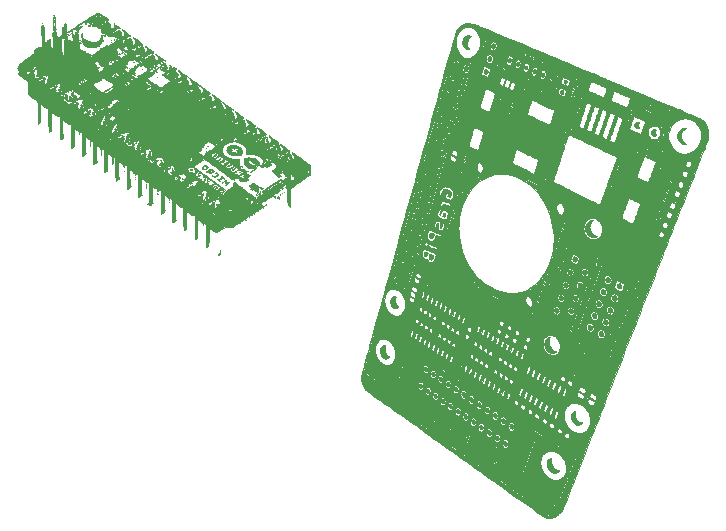
<source format=gbr>
%TF.GenerationSoftware,KiCad,Pcbnew,5.1.10*%
%TF.CreationDate,2021-11-27T11:42:48+01:00*%
%TF.ProjectId,GrasPiB_AR488_Adapter,47726173-5069-4425-9f41-523438385f41,0*%
%TF.SameCoordinates,PX4ce8b88PY2455c20*%
%TF.FileFunction,Legend,Bot*%
%TF.FilePolarity,Positive*%
%FSLAX46Y46*%
G04 Gerber Fmt 4.6, Leading zero omitted, Abs format (unit mm)*
G04 Created by KiCad (PCBNEW 5.1.10) date 2021-11-27 11:42:48*
%MOMM*%
%LPD*%
G01*
G04 APERTURE LIST*
%ADD10C,0.010000*%
G04 APERTURE END LIST*
D10*
%TO.C,G\u002A\u002A\u002A*%
G36*
X41392105Y-27022203D02*
G01*
X41367970Y-27099702D01*
X41342058Y-27138808D01*
X41332005Y-27139391D01*
X41308765Y-27150404D01*
X41302250Y-27188250D01*
X41290317Y-27233318D01*
X41270500Y-27235875D01*
X41243319Y-27243072D01*
X41238750Y-27265751D01*
X41242869Y-27307192D01*
X41246688Y-27311566D01*
X41279855Y-27301602D01*
X41311991Y-27293016D01*
X41372426Y-27246494D01*
X41412173Y-27151372D01*
X41426135Y-27020605D01*
X41425850Y-27003620D01*
X41422450Y-26886625D01*
X41392105Y-27022203D01*
G37*
X41392105Y-27022203D02*
X41367970Y-27099702D01*
X41342058Y-27138808D01*
X41332005Y-27139391D01*
X41308765Y-27150404D01*
X41302250Y-27188250D01*
X41290317Y-27233318D01*
X41270500Y-27235875D01*
X41243319Y-27243072D01*
X41238750Y-27265751D01*
X41242869Y-27307192D01*
X41246688Y-27311566D01*
X41279855Y-27301602D01*
X41311991Y-27293016D01*
X41372426Y-27246494D01*
X41412173Y-27151372D01*
X41426135Y-27020605D01*
X41425850Y-27003620D01*
X41422450Y-26886625D01*
X41392105Y-27022203D01*
G36*
X31046282Y-6789249D02*
G01*
X30958738Y-6833568D01*
X30842549Y-6899308D01*
X30709978Y-6979825D01*
X30701448Y-6985183D01*
X30547415Y-7082111D01*
X30389598Y-7181361D01*
X30248347Y-7270140D01*
X30158604Y-7326496D01*
X30040194Y-7401448D01*
X29892139Y-7496092D01*
X29737945Y-7595370D01*
X29659607Y-7646125D01*
X29502167Y-7747958D01*
X29319168Y-7865638D01*
X29138740Y-7981098D01*
X29046893Y-8039588D01*
X28920434Y-8121485D01*
X28814104Y-8193281D01*
X28739279Y-8247095D01*
X28707546Y-8274681D01*
X28708198Y-8291224D01*
X28727895Y-8281962D01*
X28777300Y-8281930D01*
X28796300Y-8300869D01*
X28825234Y-8328593D01*
X28852407Y-8301344D01*
X28882298Y-8277028D01*
X28897651Y-8294201D01*
X28908763Y-8307710D01*
X28906138Y-8289856D01*
X28872856Y-8259627D01*
X28845019Y-8258704D01*
X28798486Y-8259681D01*
X28809217Y-8235414D01*
X28874250Y-8187402D01*
X28942260Y-8153838D01*
X28990395Y-8163605D01*
X29000846Y-8171427D01*
X29063355Y-8194413D01*
X29094691Y-8190147D01*
X29149305Y-8200969D01*
X29229769Y-8259583D01*
X29264429Y-8292428D01*
X29330673Y-8352820D01*
X29375253Y-8382292D01*
X29386927Y-8379020D01*
X29399649Y-8321835D01*
X29411491Y-8289062D01*
X29416266Y-8242517D01*
X29399397Y-8233500D01*
X29365895Y-8256978D01*
X29364250Y-8267123D01*
X29344799Y-8286086D01*
X29332500Y-8281125D01*
X29302713Y-8237698D01*
X29310748Y-8190285D01*
X29348375Y-8170000D01*
X29386024Y-8151359D01*
X29388063Y-8134281D01*
X29405554Y-8093507D01*
X29424872Y-8082323D01*
X29454840Y-8084200D01*
X29447203Y-8125980D01*
X29455108Y-8135898D01*
X29497027Y-8105541D01*
X29556570Y-8048624D01*
X29361969Y-8048624D01*
X29338890Y-8070573D01*
X29332500Y-8074750D01*
X29274329Y-8102797D01*
X29246564Y-8098135D01*
X29253125Y-8074750D01*
X29298436Y-8047124D01*
X29326437Y-8043486D01*
X29361969Y-8048624D01*
X29556570Y-8048624D01*
X29564072Y-8041453D01*
X29569144Y-8036217D01*
X29642921Y-7956938D01*
X29694954Y-7895694D01*
X29713500Y-7866815D01*
X29688797Y-7869632D01*
X29625290Y-7897958D01*
X29568509Y-7928108D01*
X29476379Y-7974782D01*
X29416600Y-7989120D01*
X29369497Y-7975194D01*
X29362134Y-7970810D01*
X29312321Y-7927889D01*
X29302468Y-7894106D01*
X29326337Y-7884249D01*
X29362520Y-7867956D01*
X29438477Y-7824228D01*
X29541104Y-7760792D01*
X29602882Y-7721141D01*
X29721092Y-7645565D01*
X29799935Y-7600723D01*
X29852736Y-7581915D01*
X29892821Y-7584438D01*
X29933513Y-7603590D01*
X29934483Y-7604144D01*
X29991480Y-7655366D01*
X30005796Y-7703752D01*
X30013509Y-7749109D01*
X30029609Y-7757249D01*
X30061561Y-7734182D01*
X30062750Y-7725862D01*
X30085169Y-7672203D01*
X30136426Y-7612388D01*
X30192522Y-7571888D01*
X30212682Y-7566750D01*
X30250219Y-7584188D01*
X30253250Y-7594798D01*
X30279002Y-7625679D01*
X30336481Y-7638385D01*
X30396029Y-7630978D01*
X30426645Y-7606133D01*
X30425439Y-7573384D01*
X30400079Y-7576714D01*
X30369329Y-7573691D01*
X30372185Y-7524687D01*
X30410733Y-7451079D01*
X30477145Y-7384387D01*
X30547398Y-7347230D01*
X30562813Y-7345205D01*
X30599570Y-7361077D01*
X30593935Y-7395768D01*
X30551665Y-7426701D01*
X30541197Y-7429976D01*
X30482534Y-7460489D01*
X30460941Y-7499999D01*
X30481553Y-7529682D01*
X30512544Y-7534999D01*
X30579104Y-7557290D01*
X30650050Y-7611408D01*
X30654422Y-7616010D01*
X30713048Y-7685437D01*
X30723926Y-7718774D01*
X30687563Y-7721206D01*
X30664182Y-7715824D01*
X30604409Y-7720807D01*
X30563775Y-7775756D01*
X30541844Y-7834792D01*
X30552364Y-7868431D01*
X30606447Y-7888316D01*
X30683727Y-7901423D01*
X30882840Y-7940116D01*
X31029015Y-7989759D01*
X31122231Y-8045412D01*
X31182303Y-8081917D01*
X31206859Y-8077632D01*
X31186628Y-8038234D01*
X31167651Y-8017600D01*
X31148649Y-7985018D01*
X31163763Y-7979500D01*
X31210919Y-8001108D01*
X31250742Y-8047859D01*
X31261253Y-8092638D01*
X31259156Y-8097171D01*
X31273332Y-8117872D01*
X31317581Y-8126808D01*
X31370868Y-8119452D01*
X31374453Y-8081946D01*
X31373527Y-8079183D01*
X31367751Y-8048931D01*
X31392248Y-8064175D01*
X31415555Y-8086494D01*
X31452462Y-8135251D01*
X31436594Y-8160330D01*
X31435938Y-8160577D01*
X31400819Y-8200939D01*
X31396250Y-8226339D01*
X31389998Y-8255848D01*
X31364276Y-8234498D01*
X31349635Y-8215755D01*
X31312634Y-8174267D01*
X31305222Y-8187225D01*
X31327399Y-8255324D01*
X31349636Y-8310395D01*
X31377359Y-8389471D01*
X31386220Y-8442341D01*
X31384434Y-8449210D01*
X31403879Y-8464496D01*
X31469043Y-8477108D01*
X31508217Y-8480686D01*
X31607015Y-8479151D01*
X31661618Y-8454949D01*
X31668145Y-8446311D01*
X31630427Y-8446311D01*
X31586750Y-8450736D01*
X31541677Y-8445747D01*
X31547063Y-8434722D01*
X31612066Y-8430529D01*
X31626438Y-8434722D01*
X31630427Y-8446311D01*
X31668145Y-8446311D01*
X31675857Y-8436106D01*
X31700675Y-8405505D01*
X31728090Y-8420416D01*
X31761090Y-8466732D01*
X31813969Y-8525957D01*
X31864272Y-8550995D01*
X31864777Y-8551000D01*
X31915984Y-8572545D01*
X31984069Y-8626238D01*
X32004277Y-8646250D01*
X32066356Y-8706256D01*
X32111094Y-8740687D01*
X32118839Y-8743687D01*
X32164694Y-8749026D01*
X32236152Y-8758085D01*
X32317122Y-8756384D01*
X32370337Y-8736759D01*
X32411941Y-8727462D01*
X32476673Y-8758686D01*
X32535625Y-8802128D01*
X32628296Y-8870820D01*
X32716149Y-8928536D01*
X32744702Y-8944716D01*
X32828900Y-8988399D01*
X32739222Y-9052255D01*
X32653003Y-9100486D01*
X32571027Y-9127180D01*
X32570585Y-9127243D01*
X32509941Y-9152193D01*
X32500964Y-9193979D01*
X32480252Y-9250256D01*
X32421589Y-9288583D01*
X32353644Y-9322007D01*
X32317000Y-9346419D01*
X32276647Y-9374735D01*
X32253500Y-9386184D01*
X32209222Y-9411140D01*
X32124374Y-9463381D01*
X32011344Y-9535149D01*
X31888375Y-9614851D01*
X31757915Y-9699009D01*
X31641643Y-9771819D01*
X31552742Y-9825163D01*
X31506071Y-9850238D01*
X31432262Y-9896817D01*
X31398996Y-9928817D01*
X31347308Y-9970824D01*
X31318157Y-9979749D01*
X31274359Y-9997188D01*
X31196668Y-10042897D01*
X31102234Y-10106749D01*
X30999732Y-10171820D01*
X30905370Y-10217620D01*
X30843066Y-10233749D01*
X30777900Y-10249248D01*
X30761250Y-10290155D01*
X30735375Y-10339099D01*
X30670507Y-10400046D01*
X30585785Y-10459443D01*
X30500347Y-10503738D01*
X30437395Y-10519500D01*
X30390280Y-10499724D01*
X30384330Y-10455985D01*
X30416900Y-10413601D01*
X30281353Y-10413601D01*
X30269094Y-10414591D01*
X30226719Y-10393636D01*
X30178601Y-10359556D01*
X30171912Y-10336254D01*
X30205210Y-10341345D01*
X30246069Y-10374286D01*
X30281353Y-10413601D01*
X30416900Y-10413601D01*
X30418391Y-10411662D01*
X30443348Y-10398862D01*
X30487747Y-10379019D01*
X30478236Y-10358839D01*
X30443348Y-10336116D01*
X30395560Y-10316592D01*
X30380250Y-10326297D01*
X30355950Y-10333832D01*
X30296295Y-10313781D01*
X30284667Y-10308199D01*
X30225075Y-10269095D01*
X30204902Y-10236071D01*
X30206181Y-10232851D01*
X30198017Y-10199639D01*
X30152242Y-10170330D01*
X30094091Y-10157929D01*
X30068676Y-10161981D01*
X30019480Y-10151237D01*
X29983631Y-10118004D01*
X29949026Y-10078017D01*
X29929322Y-10089758D01*
X29918969Y-10114106D01*
X29889491Y-10151067D01*
X29837327Y-10136801D01*
X29788459Y-10092746D01*
X29777000Y-10061423D01*
X29753376Y-10020614D01*
X29692004Y-9958191D01*
X29621931Y-9900072D01*
X29540429Y-9834229D01*
X29234744Y-9834229D01*
X29228906Y-9875409D01*
X29218068Y-9875901D01*
X29210489Y-9833407D01*
X29215562Y-9815046D01*
X29229660Y-9803020D01*
X29234744Y-9834229D01*
X29540429Y-9834229D01*
X29535150Y-9829965D01*
X29485790Y-9771256D01*
X29459619Y-9699166D01*
X29442406Y-9588918D01*
X29442175Y-9587095D01*
X29436265Y-9535250D01*
X29200487Y-9535250D01*
X29195498Y-9580323D01*
X29184473Y-9574937D01*
X29180280Y-9509934D01*
X29184473Y-9495562D01*
X29196062Y-9491573D01*
X29200487Y-9535250D01*
X29436265Y-9535250D01*
X29416700Y-9363650D01*
X29414935Y-9344750D01*
X29200487Y-9344750D01*
X29195498Y-9389823D01*
X29184473Y-9384437D01*
X29180280Y-9319434D01*
X29184473Y-9305062D01*
X29196062Y-9301073D01*
X29200487Y-9344750D01*
X29414935Y-9344750D01*
X29394619Y-9127270D01*
X29377553Y-8898718D01*
X29367123Y-8698758D01*
X29364670Y-8594204D01*
X29355945Y-8561583D01*
X29332500Y-8561583D01*
X29308245Y-8626155D01*
X29247565Y-8646250D01*
X29221345Y-8636360D01*
X29236385Y-8596297D01*
X29244619Y-8582750D01*
X29290225Y-8529202D01*
X29322857Y-8525778D01*
X29332500Y-8561583D01*
X29355945Y-8561583D01*
X29344810Y-8519958D01*
X29304390Y-8452359D01*
X29256061Y-8403923D01*
X29217415Y-8403764D01*
X29194977Y-8419558D01*
X29174140Y-8446870D01*
X29160821Y-8494664D01*
X29154081Y-8573745D01*
X29152980Y-8694919D01*
X29156415Y-8863028D01*
X29159667Y-9024476D01*
X29158835Y-9123688D01*
X29153855Y-9161800D01*
X29144658Y-9139951D01*
X29141181Y-9122500D01*
X29123624Y-8998881D01*
X29113363Y-8873798D01*
X29112604Y-8850221D01*
X29093512Y-8734445D01*
X29038813Y-8656507D01*
X28956369Y-8587618D01*
X28910716Y-8564782D01*
X28896479Y-8586570D01*
X28900639Y-8619777D01*
X28908654Y-8681542D01*
X28918300Y-8789769D01*
X28928187Y-8927495D01*
X28934663Y-9035187D01*
X28941498Y-9199964D01*
X28940240Y-9307643D01*
X28930590Y-9364143D01*
X28917356Y-9376500D01*
X28894130Y-9353892D01*
X28897541Y-9333933D01*
X28902259Y-9285118D01*
X28892175Y-9269594D01*
X28761000Y-9269594D01*
X28739754Y-9280201D01*
X28674864Y-9249080D01*
X28595444Y-9197158D01*
X28559736Y-9170125D01*
X28380000Y-9170125D01*
X28364125Y-9186000D01*
X28348250Y-9170125D01*
X28364125Y-9154250D01*
X28380000Y-9170125D01*
X28559736Y-9170125D01*
X28526794Y-9145187D01*
X28489744Y-9108348D01*
X28487637Y-9099530D01*
X28517799Y-9108264D01*
X28579805Y-9141428D01*
X28653758Y-9186642D01*
X28719759Y-9231526D01*
X28757909Y-9263702D01*
X28761000Y-9269594D01*
X28892175Y-9269594D01*
X28871330Y-9237508D01*
X28865961Y-9233625D01*
X28856250Y-9233625D01*
X28840375Y-9249500D01*
X28824500Y-9233625D01*
X28840375Y-9217750D01*
X28856250Y-9233625D01*
X28865961Y-9233625D01*
X28796872Y-9183665D01*
X28671006Y-9116149D01*
X28662157Y-9111753D01*
X28600500Y-9079300D01*
X28397090Y-9079300D01*
X28360184Y-9063569D01*
X28299441Y-9047443D01*
X28247097Y-9080168D01*
X28236373Y-9091581D01*
X28215286Y-9120439D01*
X28200998Y-9159281D01*
X28192865Y-9218395D01*
X28190242Y-9308068D01*
X28192484Y-9438586D01*
X28198948Y-9620237D01*
X28200627Y-9662059D01*
X28215007Y-10018844D01*
X28226765Y-10317089D01*
X28236030Y-10561693D01*
X28242929Y-10757556D01*
X28247591Y-10909578D01*
X28250144Y-11022658D01*
X28250717Y-11101697D01*
X28249436Y-11151594D01*
X28246431Y-11177249D01*
X28241830Y-11183562D01*
X28240392Y-11182644D01*
X28228988Y-11144655D01*
X28214996Y-11057692D01*
X28214182Y-11050872D01*
X24678885Y-11050872D01*
X24640307Y-11095679D01*
X24609688Y-11128216D01*
X24548290Y-11200427D01*
X24511344Y-11258438D01*
X24506500Y-11275074D01*
X24495312Y-11310959D01*
X24489539Y-11313250D01*
X24481742Y-11286301D01*
X24486928Y-11225937D01*
X24498406Y-11153492D01*
X24503890Y-11114812D01*
X24528284Y-11097258D01*
X24530313Y-11097745D01*
X24572992Y-11089137D01*
X24633500Y-11062012D01*
X24675851Y-11041776D01*
X24678885Y-11050872D01*
X28214182Y-11050872D01*
X28204831Y-10972585D01*
X24967282Y-10972585D01*
X24958880Y-10980634D01*
X24903375Y-10995750D01*
X24813508Y-11015228D01*
X24757723Y-11020930D01*
X24745889Y-11012854D01*
X24776375Y-10995750D01*
X24859889Y-10974411D01*
X24919250Y-10969988D01*
X24967282Y-10972585D01*
X28204831Y-10972585D01*
X28200474Y-10936112D01*
X28191257Y-10839952D01*
X28175764Y-10684906D01*
X28158411Y-10576984D01*
X28134924Y-10499855D01*
X28101031Y-10437189D01*
X28077184Y-10403990D01*
X28045415Y-10359389D01*
X28021767Y-10313983D01*
X28004266Y-10256850D01*
X27990935Y-10177071D01*
X27979799Y-10063723D01*
X27968881Y-9905886D01*
X27959870Y-9755546D01*
X27948287Y-9526973D01*
X27943841Y-9354122D01*
X27946583Y-9229614D01*
X27956566Y-9146069D01*
X27964325Y-9117243D01*
X27983614Y-9042795D01*
X27967381Y-8994364D01*
X27917983Y-8949158D01*
X27835870Y-8883684D01*
X27917435Y-8807057D01*
X27999000Y-8730431D01*
X28002760Y-8823278D01*
X28003898Y-8899648D01*
X28001462Y-8943832D01*
X28020585Y-8955972D01*
X28053265Y-8946650D01*
X28174094Y-8924774D01*
X28288048Y-8964811D01*
X28344426Y-9011819D01*
X28392744Y-9064307D01*
X28397090Y-9079300D01*
X28600500Y-9079300D01*
X28549634Y-9052527D01*
X28483050Y-9002819D01*
X28449981Y-8947119D01*
X28438006Y-8869914D01*
X28436347Y-8829785D01*
X28424111Y-8763847D01*
X28401727Y-8742405D01*
X28383318Y-8770818D01*
X28380000Y-8808396D01*
X28366750Y-8856775D01*
X28329779Y-8856021D01*
X28276607Y-8839125D01*
X28261997Y-8836750D01*
X28271061Y-8820111D01*
X28316936Y-8779741D01*
X28320978Y-8776543D01*
X28352748Y-8748103D01*
X28374617Y-8713750D01*
X28388792Y-8661548D01*
X28397479Y-8579557D01*
X28402883Y-8455843D01*
X28406430Y-8314146D01*
X28406310Y-8104050D01*
X28396566Y-7930216D01*
X28383965Y-7840858D01*
X28348250Y-7840858D01*
X28332597Y-7887412D01*
X28301228Y-7905546D01*
X28289513Y-7899595D01*
X28293895Y-7866976D01*
X28310680Y-7845620D01*
X28342645Y-7827721D01*
X28348250Y-7840858D01*
X28383965Y-7840858D01*
X28378136Y-7799528D01*
X28351959Y-7718868D01*
X28321976Y-7694759D01*
X28282006Y-7712746D01*
X28247069Y-7736480D01*
X28224577Y-7761396D01*
X28210107Y-7802794D01*
X28202569Y-7871910D01*
X28200875Y-7979984D01*
X28203936Y-8138254D01*
X28204882Y-8172033D01*
X28208846Y-8328824D01*
X28209657Y-8426730D01*
X28206915Y-8470306D01*
X28200218Y-8464106D01*
X28189166Y-8412687D01*
X28185491Y-8392250D01*
X28163212Y-8266189D01*
X28141324Y-8142983D01*
X28132428Y-8093181D01*
X28110805Y-8011701D01*
X28084551Y-7962686D01*
X28077526Y-7957961D01*
X28062017Y-7962538D01*
X28050468Y-7993397D01*
X28042089Y-8058623D01*
X28036083Y-8166296D01*
X28031660Y-8324501D01*
X28029419Y-8448012D01*
X28025735Y-8678400D01*
X27891811Y-8770542D01*
X27813088Y-8820647D01*
X27752676Y-8839648D01*
X27689942Y-8826154D01*
X27604253Y-8778774D01*
X27555586Y-8747877D01*
X27545592Y-8713927D01*
X27533253Y-8633589D01*
X27521511Y-8527187D01*
X27458241Y-8527187D01*
X27442806Y-8551473D01*
X27408908Y-8537618D01*
X27383272Y-8500778D01*
X27364450Y-8432383D01*
X27373594Y-8408867D01*
X27407340Y-8437495D01*
X27410616Y-8441744D01*
X27447162Y-8498402D01*
X27458241Y-8527187D01*
X27521511Y-8527187D01*
X27521135Y-8523786D01*
X27520434Y-8516223D01*
X27504035Y-8385791D01*
X27479245Y-8298064D01*
X27439031Y-8232260D01*
X27415333Y-8205620D01*
X27377582Y-8161255D01*
X27351408Y-8112136D01*
X27333318Y-8044240D01*
X27319818Y-7943546D01*
X27307417Y-7796033D01*
X27304972Y-7762593D01*
X27293255Y-7619061D01*
X27281015Y-7500175D01*
X27269810Y-7419450D01*
X27262146Y-7390812D01*
X27257076Y-7414176D01*
X27254967Y-7490134D01*
X27255831Y-7607852D01*
X27259681Y-7756492D01*
X27261648Y-7811492D01*
X27270204Y-7996825D01*
X27280286Y-8127926D01*
X27293181Y-8214063D01*
X27310173Y-8264503D01*
X27327389Y-8285241D01*
X27354467Y-8315108D01*
X27341031Y-8350351D01*
X27295977Y-8396366D01*
X27215529Y-8471625D01*
X27239300Y-9043125D01*
X27248728Y-9266716D01*
X27259010Y-9505443D01*
X27269171Y-9736986D01*
X27278236Y-9939026D01*
X27282199Y-10025142D01*
X27287916Y-10199253D01*
X27287305Y-10321476D01*
X27281592Y-10389847D01*
X27272005Y-10402404D01*
X27259773Y-10357183D01*
X27246124Y-10252219D01*
X27233499Y-10103014D01*
X27220518Y-9957325D01*
X27204272Y-9862159D01*
X27181623Y-9804535D01*
X27154087Y-9774713D01*
X27101308Y-9744937D01*
X27077467Y-9742109D01*
X27060114Y-9725970D01*
X27054624Y-9699606D01*
X27031460Y-9470672D01*
X27015036Y-9297471D01*
X27004838Y-9172654D01*
X27000352Y-9088868D01*
X27001064Y-9038764D01*
X27006460Y-9014991D01*
X27006703Y-9014584D01*
X27006917Y-8994698D01*
X26964598Y-9009892D01*
X26887209Y-9056100D01*
X26782215Y-9129255D01*
X26743947Y-9157736D01*
X26655416Y-9221751D01*
X26588540Y-9264811D01*
X26557125Y-9278066D01*
X26556707Y-9277762D01*
X26551740Y-9243828D01*
X26544458Y-9155750D01*
X26535469Y-9022819D01*
X26525384Y-8854321D01*
X26514812Y-8659548D01*
X26510296Y-8570576D01*
X26496395Y-8316823D01*
X26482307Y-8120874D01*
X26467005Y-7977037D01*
X26449460Y-7879621D01*
X26428645Y-7822936D01*
X26403530Y-7801290D01*
X26373090Y-7808992D01*
X26372763Y-7809193D01*
X26364986Y-7839014D01*
X26384298Y-7857113D01*
X26404887Y-7885722D01*
X26378216Y-7925442D01*
X26351901Y-7948815D01*
X26276427Y-8012091D01*
X26297004Y-8591108D01*
X26305012Y-8800151D01*
X26314043Y-9009238D01*
X26323285Y-9201202D01*
X26331924Y-9358872D01*
X26337173Y-9439586D01*
X26345284Y-9569831D01*
X26345645Y-9646608D01*
X26337248Y-9679591D01*
X26319080Y-9678454D01*
X26312695Y-9673814D01*
X26230894Y-9645022D01*
X26116104Y-9651924D01*
X25985995Y-9691926D01*
X25902135Y-9734118D01*
X25801496Y-9805738D01*
X25738529Y-9888910D01*
X25703541Y-9970977D01*
X25671482Y-10072396D01*
X25651716Y-10157949D01*
X25648721Y-10186125D01*
X25628148Y-10231130D01*
X25563439Y-10291713D01*
X25449259Y-10372409D01*
X25371066Y-10422268D01*
X25148130Y-10562186D01*
X24971121Y-10676209D01*
X24831257Y-10770677D01*
X24719753Y-10851930D01*
X24627827Y-10926306D01*
X24546695Y-11000145D01*
X24484741Y-11061974D01*
X24371596Y-11181958D01*
X24300734Y-11269194D01*
X24267842Y-11334078D01*
X24268607Y-11387002D01*
X24298715Y-11438360D01*
X24318866Y-11461737D01*
X24358324Y-11509785D01*
X24362163Y-11525764D01*
X24355688Y-11522870D01*
X24324622Y-11521515D01*
X24323562Y-11572066D01*
X24347750Y-11662500D01*
X24373171Y-11741875D01*
X24378485Y-11662500D01*
X24383798Y-11583125D01*
X24420706Y-11660064D01*
X24441640Y-11720625D01*
X24424359Y-11747778D01*
X24418360Y-11750088D01*
X24393852Y-11780102D01*
X24398226Y-11794111D01*
X24428583Y-11798263D01*
X24456278Y-11771808D01*
X24486195Y-11741457D01*
X24519942Y-11747398D01*
X24576650Y-11794074D01*
X24584866Y-11801658D01*
X24635474Y-11853817D01*
X24652486Y-11882706D01*
X24649091Y-11884750D01*
X24648838Y-11904529D01*
X24683835Y-11952125D01*
X24684142Y-11952469D01*
X24724395Y-11999836D01*
X24721155Y-12011298D01*
X24680125Y-12000156D01*
X24627721Y-11999278D01*
X24591567Y-12045939D01*
X24581797Y-12069746D01*
X24568228Y-12115422D01*
X24573018Y-12154311D01*
X24604244Y-12198594D01*
X24669984Y-12260455D01*
X24757422Y-12334608D01*
X24865529Y-12423095D01*
X24965995Y-12501944D01*
X25040875Y-12557156D01*
X25054027Y-12565970D01*
X25141178Y-12622091D01*
X25136895Y-13149713D01*
X25132612Y-13677336D01*
X25430744Y-13906365D01*
X25578255Y-14015636D01*
X25688471Y-14086988D01*
X25770597Y-14125741D01*
X25830189Y-14137197D01*
X25905540Y-14146249D01*
X25947922Y-14165640D01*
X25948482Y-14166472D01*
X25952746Y-14203916D01*
X25956773Y-14296960D01*
X25960413Y-14437708D01*
X25963514Y-14618260D01*
X25965926Y-14830717D01*
X25967497Y-15067181D01*
X25967901Y-15183445D01*
X25970341Y-16172945D01*
X26062105Y-16107603D01*
X26104967Y-16069897D01*
X26137909Y-16020277D01*
X26161782Y-15951233D01*
X26177437Y-15855250D01*
X26185725Y-15724816D01*
X26187496Y-15552418D01*
X26183602Y-15330544D01*
X26176482Y-15097717D01*
X26169549Y-14874850D01*
X26166151Y-14708590D01*
X26166498Y-14592133D01*
X26170801Y-14518672D01*
X26179268Y-14481403D01*
X26192109Y-14473521D01*
X26195664Y-14475126D01*
X26238637Y-14504276D01*
X26318044Y-14561312D01*
X26419595Y-14635912D01*
X26463327Y-14668441D01*
X26602969Y-14765209D01*
X26708266Y-14820028D01*
X26788066Y-14837498D01*
X26788765Y-14837500D01*
X26887750Y-14837500D01*
X26887750Y-15853500D01*
X26888290Y-16100247D01*
X26889819Y-16325369D01*
X26892205Y-16521352D01*
X26895315Y-16680681D01*
X26899016Y-16795842D01*
X26903175Y-16859321D01*
X26905713Y-16869500D01*
X26945118Y-16855913D01*
X27008203Y-16825477D01*
X27063997Y-16793675D01*
X27078250Y-16783243D01*
X27083178Y-16748933D01*
X27088750Y-16659785D01*
X27094629Y-16524452D01*
X27100480Y-16351590D01*
X27105966Y-16149851D01*
X27110000Y-15966718D01*
X27125875Y-15164347D01*
X27375613Y-15350173D01*
X27510266Y-15445534D01*
X27610595Y-15503883D01*
X27688711Y-15531520D01*
X27732801Y-15536000D01*
X27840250Y-15536000D01*
X27846284Y-16305937D01*
X27847999Y-16535044D01*
X27849503Y-16755807D01*
X27850726Y-16956083D01*
X27851595Y-17123729D01*
X27852040Y-17246601D01*
X27852078Y-17290187D01*
X27856390Y-17416459D01*
X27873305Y-17485157D01*
X27908265Y-17501803D01*
X27966713Y-17471916D01*
X28003421Y-17443709D01*
X28078375Y-17382918D01*
X28067953Y-16634084D01*
X28065888Y-16423650D01*
X28065701Y-16236075D01*
X28067265Y-16080107D01*
X28070452Y-15964498D01*
X28075134Y-15897997D01*
X28078878Y-15885250D01*
X28112248Y-15902824D01*
X28184054Y-15949967D01*
X28281809Y-16018309D01*
X28339341Y-16059875D01*
X28474674Y-16153101D01*
X28576184Y-16208588D01*
X28655979Y-16232444D01*
X28685604Y-16234500D01*
X28792750Y-16234500D01*
X28792750Y-17234625D01*
X28793189Y-17479362D01*
X28794431Y-17702414D01*
X28796369Y-17896209D01*
X28798893Y-18053171D01*
X28801895Y-18165728D01*
X28805265Y-18226305D01*
X28807132Y-18234750D01*
X28868372Y-18215808D01*
X28941070Y-18172183D01*
X28994057Y-18123673D01*
X29001342Y-18111386D01*
X29007240Y-18066034D01*
X29011997Y-17966837D01*
X29015422Y-17823444D01*
X29017328Y-17645505D01*
X29017524Y-17442668D01*
X29016818Y-17321937D01*
X29015995Y-17113067D01*
X29016997Y-16927120D01*
X29019633Y-16772911D01*
X29023713Y-16659253D01*
X29029045Y-16594962D01*
X29032784Y-16583750D01*
X29066684Y-16601461D01*
X29138049Y-16648702D01*
X29233747Y-16716630D01*
X29273283Y-16745675D01*
X29401302Y-16834536D01*
X29498057Y-16885801D01*
X29577585Y-16906371D01*
X29602604Y-16907600D01*
X29713500Y-16907600D01*
X29715668Y-17642612D01*
X29716123Y-17871051D01*
X29716172Y-18095179D01*
X29715841Y-18301436D01*
X29715158Y-18476259D01*
X29714149Y-18606087D01*
X29713705Y-18639562D01*
X29714994Y-18782653D01*
X29727619Y-18868236D01*
X29756497Y-18901980D01*
X29806542Y-18889550D01*
X29882672Y-18836616D01*
X29883844Y-18835695D01*
X29967500Y-18769891D01*
X29967500Y-17251647D01*
X30181813Y-17416498D01*
X30396125Y-17581350D01*
X30393728Y-17836612D01*
X30391330Y-18091875D01*
X30402879Y-17850142D01*
X30414429Y-17608409D01*
X30666000Y-17608409D01*
X30669879Y-18516892D01*
X30670970Y-18755217D01*
X30672120Y-18976467D01*
X30673273Y-19171622D01*
X30674371Y-19331663D01*
X30675355Y-19447570D01*
X30676168Y-19510324D01*
X30676270Y-19514525D01*
X30685271Y-19576746D01*
X30718878Y-19591365D01*
X30755601Y-19584395D01*
X30835380Y-19550572D01*
X30878479Y-19519057D01*
X30927656Y-19481101D01*
X30950315Y-19473000D01*
X30978104Y-19446607D01*
X30992700Y-19409500D01*
X30991941Y-19393625D01*
X30920000Y-19393625D01*
X30904125Y-19409500D01*
X30888250Y-19393625D01*
X30904125Y-19377750D01*
X30920000Y-19393625D01*
X30991941Y-19393625D01*
X30990161Y-19356453D01*
X30964653Y-19346000D01*
X30949774Y-19336568D01*
X30938489Y-19303527D01*
X30930343Y-19239755D01*
X30924884Y-19138129D01*
X30921656Y-18991528D01*
X30920206Y-18792831D01*
X30920000Y-18645644D01*
X30920000Y-17945288D01*
X31118438Y-18096475D01*
X31215222Y-18171975D01*
X31291951Y-18235097D01*
X31334631Y-18274250D01*
X31337908Y-18278270D01*
X31380104Y-18296123D01*
X31460456Y-18303990D01*
X31493057Y-18303622D01*
X31627172Y-18298367D01*
X31603874Y-19298433D01*
X31598799Y-19543118D01*
X31595378Y-19766128D01*
X31593631Y-19959893D01*
X31593578Y-20116843D01*
X31595242Y-20229411D01*
X31598642Y-20290025D01*
X31601115Y-20298500D01*
X31638192Y-20285622D01*
X31703409Y-20255732D01*
X31769935Y-20221945D01*
X31810943Y-20197373D01*
X31813882Y-20194497D01*
X31815980Y-20162156D01*
X31819280Y-20075053D01*
X31823518Y-19941909D01*
X31828425Y-19771443D01*
X31833737Y-19572377D01*
X31837695Y-19414926D01*
X31856625Y-18642477D01*
X32065175Y-18800440D01*
X32273724Y-18958402D01*
X32279117Y-19284122D01*
X32282855Y-19421448D01*
X32288663Y-19533540D01*
X32295644Y-19606230D01*
X32300755Y-19626087D01*
X32307533Y-19603673D01*
X32312924Y-19530289D01*
X32316255Y-19418461D01*
X32317000Y-19324111D01*
X32317000Y-19005889D01*
X32436063Y-19009257D01*
X32555125Y-19012625D01*
X32555125Y-20004832D01*
X32555690Y-20248559D01*
X32557289Y-20470570D01*
X32559782Y-20663262D01*
X32563029Y-20819031D01*
X32566888Y-20930274D01*
X32571218Y-20989387D01*
X32573495Y-20997019D01*
X32607977Y-20980836D01*
X32677624Y-20939116D01*
X32740182Y-20898757D01*
X32835976Y-20825465D01*
X32881447Y-20762584D01*
X32888500Y-20724132D01*
X32880734Y-20659970D01*
X32859317Y-20657358D01*
X32827070Y-20716517D01*
X32825990Y-20719187D01*
X32816084Y-20714593D01*
X32807972Y-20648623D01*
X32801753Y-20523379D01*
X32797525Y-20340962D01*
X32795388Y-20103473D01*
X32795263Y-20066438D01*
X32795282Y-19826176D01*
X32797061Y-19643312D01*
X32800929Y-19511760D01*
X32807213Y-19425435D01*
X32816239Y-19378251D01*
X32828336Y-19364122D01*
X32832938Y-19365606D01*
X32877010Y-19395734D01*
X32954697Y-19452454D01*
X33049326Y-19523587D01*
X33050974Y-19524843D01*
X33148437Y-19603975D01*
X33201726Y-19662629D01*
X33220796Y-19713529D01*
X33220457Y-19741488D01*
X33224206Y-19801484D01*
X33242686Y-19822250D01*
X33260181Y-19797724D01*
X33255224Y-19763786D01*
X33251996Y-19727725D01*
X33281592Y-19709874D01*
X33357818Y-19703606D01*
X33381580Y-19703133D01*
X33526491Y-19700942D01*
X33517058Y-20698243D01*
X33514869Y-20992251D01*
X33514540Y-21227643D01*
X33516211Y-21409281D01*
X33520020Y-21542027D01*
X33526106Y-21630741D01*
X33534608Y-21680285D01*
X33545543Y-21695522D01*
X33593580Y-21676262D01*
X33660287Y-21629294D01*
X33667720Y-21623022D01*
X33751980Y-21550544D01*
X33743068Y-20038266D01*
X33843809Y-20112820D01*
X33938668Y-20181945D01*
X34042474Y-20256117D01*
X34059463Y-20268086D01*
X34143399Y-20342956D01*
X34184879Y-20430341D01*
X34193683Y-20474461D01*
X34205957Y-20547871D01*
X34212651Y-20561668D01*
X34216654Y-20519173D01*
X34217495Y-20501828D01*
X34225468Y-20437780D01*
X34254284Y-20411872D01*
X34323376Y-20409793D01*
X34341063Y-20410812D01*
X34460125Y-20418092D01*
X34460125Y-21406066D01*
X34460224Y-21649253D01*
X34460504Y-21870708D01*
X34460940Y-22062810D01*
X34461507Y-22217941D01*
X34462182Y-22328479D01*
X34462939Y-22386806D01*
X34463325Y-22394020D01*
X34523905Y-22379009D01*
X34594528Y-22344174D01*
X34649986Y-22303922D01*
X34666500Y-22277895D01*
X34681031Y-22246313D01*
X34694653Y-22248901D01*
X34735071Y-22242578D01*
X34762041Y-22219025D01*
X34783817Y-22181675D01*
X34754012Y-22171782D01*
X34749763Y-22171750D01*
X34733055Y-22166174D01*
X34720362Y-22144439D01*
X34711146Y-22099034D01*
X34704869Y-22022449D01*
X34700992Y-21907174D01*
X34698976Y-21745697D01*
X34698281Y-21530508D01*
X34698250Y-21453606D01*
X34698250Y-20735463D01*
X34817313Y-20824745D01*
X34916628Y-20899294D01*
X35029881Y-20984410D01*
X35075879Y-21019013D01*
X35214878Y-21101046D01*
X35321941Y-21124000D01*
X35428500Y-21124000D01*
X35433349Y-21830437D01*
X35434419Y-22056611D01*
X35434610Y-22280285D01*
X35433972Y-22487059D01*
X35432557Y-22662532D01*
X35430418Y-22792305D01*
X35429814Y-22814687D01*
X35427907Y-22938554D01*
X35429923Y-23033975D01*
X35435399Y-23086600D01*
X35438774Y-23092500D01*
X35478358Y-23082358D01*
X35535959Y-23062143D01*
X35577924Y-23038146D01*
X35610621Y-22997133D01*
X35635071Y-22932031D01*
X35652297Y-22835770D01*
X35663320Y-22701276D01*
X35669162Y-22521478D01*
X35670845Y-22289304D01*
X35670342Y-22132101D01*
X35669676Y-21935333D01*
X35669937Y-21762004D01*
X35671043Y-21621446D01*
X35672907Y-21522991D01*
X35675447Y-21475971D01*
X35676305Y-21473288D01*
X35710899Y-21490759D01*
X35779996Y-21535739D01*
X35867835Y-21596933D01*
X35958656Y-21663046D01*
X36036698Y-21722783D01*
X36086198Y-21764849D01*
X36092480Y-21771536D01*
X36161566Y-21809687D01*
X36273763Y-21822500D01*
X36412750Y-21822500D01*
X36412750Y-22806750D01*
X36413178Y-23049460D01*
X36414389Y-23270425D01*
X36416277Y-23462011D01*
X36418735Y-23616581D01*
X36421655Y-23726503D01*
X36424930Y-23784142D01*
X36426559Y-23791000D01*
X36491835Y-23774687D01*
X36558378Y-23736787D01*
X36599670Y-23693858D01*
X36603250Y-23680660D01*
X36628943Y-23638814D01*
X36654763Y-23632250D01*
X36688215Y-23622564D01*
X36670008Y-23588550D01*
X36656759Y-23546439D01*
X36647505Y-23454652D01*
X36642115Y-23309732D01*
X36640459Y-23108224D01*
X36642308Y-22854599D01*
X36650875Y-22164348D01*
X36878745Y-22342674D01*
X36996505Y-22431294D01*
X37082860Y-22485287D01*
X37153582Y-22512526D01*
X37224444Y-22520887D01*
X37235933Y-22521000D01*
X37365250Y-22521000D01*
X37365250Y-24527095D01*
X37468438Y-24466851D01*
X37571625Y-24406606D01*
X37580127Y-23638428D01*
X37583145Y-23425147D01*
X37587100Y-23234618D01*
X37591709Y-23075484D01*
X37596689Y-22956384D01*
X37601758Y-22885962D01*
X37605280Y-22870250D01*
X37641198Y-22887875D01*
X37660278Y-22902335D01*
X37770089Y-22992039D01*
X37878230Y-23076701D01*
X37972292Y-23146998D01*
X38039867Y-23193609D01*
X38066607Y-23207593D01*
X38115719Y-23211336D01*
X38197023Y-23215177D01*
X38206625Y-23215531D01*
X38317750Y-23219500D01*
X38317750Y-24220742D01*
X38317923Y-24499098D01*
X38318679Y-24720219D01*
X38320378Y-24890370D01*
X38323378Y-25015816D01*
X38328040Y-25102822D01*
X38334722Y-25157653D01*
X38343782Y-25186573D01*
X38355581Y-25195847D01*
X38370478Y-25191740D01*
X38373313Y-25190180D01*
X38420165Y-25163397D01*
X38456248Y-25138004D01*
X38483147Y-25105827D01*
X38502444Y-25058692D01*
X38515725Y-24988427D01*
X38524574Y-24886856D01*
X38530574Y-24745807D01*
X38535310Y-24557106D01*
X38540000Y-24330121D01*
X38555875Y-23565080D01*
X38791643Y-23741540D01*
X38911786Y-23829333D01*
X38997888Y-23884168D01*
X39065447Y-23912809D01*
X39129963Y-23922020D01*
X39198813Y-23919242D01*
X39270250Y-23913455D01*
X39270250Y-25946234D01*
X39354401Y-25902576D01*
X39424536Y-25857194D01*
X39465040Y-25817146D01*
X39472627Y-25774560D01*
X39479408Y-25678008D01*
X39485052Y-25537021D01*
X39485800Y-25505500D01*
X39365500Y-25505500D01*
X39353884Y-25531633D01*
X39344334Y-25526666D01*
X39340534Y-25488986D01*
X39344334Y-25484333D01*
X39363209Y-25488691D01*
X39365500Y-25505500D01*
X39485800Y-25505500D01*
X39489226Y-25361130D01*
X39491598Y-25159869D01*
X39492014Y-25042479D01*
X39492931Y-24833042D01*
X39495236Y-24645315D01*
X39498695Y-24488451D01*
X39503075Y-24371599D01*
X39508142Y-24303912D01*
X39511228Y-24290855D01*
X39541713Y-24300761D01*
X39607257Y-24339582D01*
X39693073Y-24396894D01*
X39784372Y-24462273D01*
X39866366Y-24525297D01*
X39924268Y-24575542D01*
X39939786Y-24592930D01*
X39979729Y-24610225D01*
X40061443Y-24625410D01*
X40121755Y-24631609D01*
X40242705Y-24644608D01*
X40312518Y-24665013D01*
X40343536Y-24698577D01*
X40348741Y-24737436D01*
X40343080Y-24770650D01*
X40320144Y-24753753D01*
X40301116Y-24729494D01*
X40283652Y-24712124D01*
X40271123Y-24718544D01*
X40262718Y-24756418D01*
X40257627Y-24833410D01*
X40255038Y-24957184D01*
X40254142Y-25135405D01*
X40254097Y-25173994D01*
X40253232Y-25399246D01*
X40251158Y-25651748D01*
X40248172Y-25902549D01*
X40244574Y-26122701D01*
X40244058Y-26148437D01*
X40240814Y-26312481D01*
X40238323Y-26451157D01*
X40236761Y-26553465D01*
X40236308Y-26608404D01*
X40236524Y-26614737D01*
X40263499Y-26602969D01*
X40307987Y-26584778D01*
X40378379Y-26535975D01*
X40410514Y-26494863D01*
X40421563Y-26442192D01*
X40430940Y-26332604D01*
X40436582Y-26210810D01*
X40331298Y-26210810D01*
X40319932Y-26295067D01*
X40309766Y-26319750D01*
X40298526Y-26288687D01*
X40295114Y-26271775D01*
X40295013Y-26202106D01*
X40310089Y-26167461D01*
X40330062Y-26167965D01*
X40331298Y-26210810D01*
X40436582Y-26210810D01*
X40438350Y-26172668D01*
X40443500Y-25968950D01*
X40446094Y-25728020D01*
X40446211Y-25699322D01*
X40447563Y-25491126D01*
X40449979Y-25305884D01*
X40453244Y-25152440D01*
X40457141Y-25039636D01*
X40461456Y-24976317D01*
X40463119Y-24969637D01*
X40413250Y-24969637D01*
X40397896Y-24986415D01*
X40365625Y-24965750D01*
X40326970Y-24907840D01*
X40321684Y-24874549D01*
X40326947Y-24842571D01*
X40338013Y-24871358D01*
X40339887Y-24878437D01*
X40366040Y-24925521D01*
X40383829Y-24934000D01*
X40411826Y-24958705D01*
X40413250Y-24969637D01*
X40463119Y-24969637D01*
X40464087Y-24965750D01*
X40498564Y-24983480D01*
X40517778Y-24998378D01*
X40722936Y-25161111D01*
X40894308Y-25271162D01*
X41032893Y-25328976D01*
X41139692Y-25334997D01*
X41202833Y-25302896D01*
X41254897Y-25263038D01*
X41281277Y-25251500D01*
X41315630Y-25235758D01*
X41391556Y-25193201D01*
X41496882Y-25130829D01*
X41588760Y-25074692D01*
X41874591Y-24897884D01*
X42045104Y-24936043D01*
X42119579Y-24952314D01*
X42184611Y-24962800D01*
X42246378Y-24964557D01*
X42311062Y-24954644D01*
X42384843Y-24930121D01*
X42473901Y-24888046D01*
X42529532Y-24856549D01*
X42269728Y-24856549D01*
X42234430Y-24873435D01*
X42151322Y-24892076D01*
X42119813Y-24897926D01*
X42082585Y-24880921D01*
X42030376Y-24836625D01*
X41989116Y-24769928D01*
X42004732Y-24718223D01*
X42071063Y-24688832D01*
X42156783Y-24686332D01*
X42228910Y-24702762D01*
X42260764Y-24728645D01*
X42246093Y-24751544D01*
X42193505Y-24759375D01*
X42130766Y-24770803D01*
X42109453Y-24783187D01*
X42117850Y-24800417D01*
X42168210Y-24807000D01*
X42236926Y-24817170D01*
X42269223Y-24836480D01*
X42269728Y-24856549D01*
X42529532Y-24856549D01*
X42584415Y-24825476D01*
X42722566Y-24739472D01*
X42783807Y-24699451D01*
X42466087Y-24699451D01*
X42461125Y-24711750D01*
X42432595Y-24742038D01*
X42427502Y-24743500D01*
X42413865Y-24718935D01*
X42413500Y-24711750D01*
X42437908Y-24681220D01*
X42447124Y-24680000D01*
X42466087Y-24699451D01*
X42783807Y-24699451D01*
X42894535Y-24627092D01*
X42951767Y-24588832D01*
X42350000Y-24588832D01*
X42340745Y-24612808D01*
X42311900Y-24591100D01*
X42252366Y-24561928D01*
X42192838Y-24554009D01*
X42137111Y-24557545D01*
X42139647Y-24574590D01*
X42173506Y-24601634D01*
X42212287Y-24636128D01*
X42199437Y-24647684D01*
X42184041Y-24648250D01*
X42107674Y-24636838D01*
X42082722Y-24628978D01*
X42033348Y-24588710D01*
X42035529Y-24537808D01*
X42083178Y-24492273D01*
X42137082Y-24473625D01*
X41969000Y-24473625D01*
X41953125Y-24489500D01*
X41937250Y-24473625D01*
X41953125Y-24457750D01*
X41969000Y-24473625D01*
X42137082Y-24473625D01*
X42142560Y-24471730D01*
X42244949Y-24473147D01*
X42319206Y-24513350D01*
X42349883Y-24583616D01*
X42350000Y-24588832D01*
X42951767Y-24588832D01*
X43106501Y-24485393D01*
X43171079Y-24441875D01*
X42572250Y-24441875D01*
X42556375Y-24457750D01*
X42540500Y-24441875D01*
X42556375Y-24426000D01*
X42572250Y-24441875D01*
X43171079Y-24441875D01*
X43259938Y-24381994D01*
X42308262Y-24381994D01*
X42290722Y-24390006D01*
X42246813Y-24392018D01*
X42183505Y-24383696D01*
X42178074Y-24378900D01*
X41908988Y-24378900D01*
X41888879Y-24385984D01*
X41873750Y-24378375D01*
X41846437Y-24378940D01*
X41846778Y-24421524D01*
X41874594Y-24491073D01*
X41875106Y-24492032D01*
X41892142Y-24565001D01*
X41888571Y-24658200D01*
X41887447Y-24664569D01*
X41854240Y-24749407D01*
X41797580Y-24775240D01*
X41717563Y-24742039D01*
X41697256Y-24727138D01*
X41657881Y-24693679D01*
X41670613Y-24687929D01*
X41719474Y-24697960D01*
X41798350Y-24698664D01*
X41831607Y-24658837D01*
X41822477Y-24602567D01*
X41803722Y-24572848D01*
X41769886Y-24574799D01*
X41702825Y-24610124D01*
X41695374Y-24614506D01*
X41628268Y-24648176D01*
X41590817Y-24655467D01*
X41588000Y-24651031D01*
X41561796Y-24621743D01*
X41498174Y-24587039D01*
X41492750Y-24584750D01*
X41427268Y-24549716D01*
X41397648Y-24518248D01*
X41397500Y-24516582D01*
X41421634Y-24510012D01*
X41480908Y-24531223D01*
X41492750Y-24537125D01*
X41559991Y-24564208D01*
X41584192Y-24550897D01*
X41566648Y-24493719D01*
X41547471Y-24457750D01*
X41365750Y-24457750D01*
X41354918Y-24488674D01*
X41351749Y-24489500D01*
X41324642Y-24467251D01*
X41318125Y-24457750D01*
X41320643Y-24428492D01*
X41332127Y-24426000D01*
X41364458Y-24449047D01*
X41365750Y-24457750D01*
X41547471Y-24457750D01*
X41532648Y-24429950D01*
X41514143Y-24378375D01*
X41238750Y-24378375D01*
X41222875Y-24394250D01*
X41207000Y-24378375D01*
X41222875Y-24362500D01*
X41238750Y-24378375D01*
X41514143Y-24378375D01*
X41502750Y-24346625D01*
X41302250Y-24346625D01*
X41286375Y-24362500D01*
X41270500Y-24346625D01*
X41286375Y-24330750D01*
X41302250Y-24346625D01*
X41502750Y-24346625D01*
X41502528Y-24346008D01*
X41515796Y-24289511D01*
X41566361Y-24272000D01*
X41609679Y-24283949D01*
X41668685Y-24302673D01*
X41691188Y-24304040D01*
X41715407Y-24314503D01*
X41704766Y-24349453D01*
X41666876Y-24386170D01*
X41662888Y-24388508D01*
X41627552Y-24429948D01*
X41632374Y-24503645D01*
X41633400Y-24507813D01*
X41656025Y-24597955D01*
X41707982Y-24488165D01*
X41749676Y-24411035D01*
X41786051Y-24361239D01*
X41791337Y-24356768D01*
X41792437Y-24324184D01*
X41748621Y-24273524D01*
X41745055Y-24270512D01*
X41703115Y-24225229D01*
X41709692Y-24206400D01*
X41754743Y-24215917D01*
X41827243Y-24255026D01*
X41871705Y-24296275D01*
X41901108Y-24343282D01*
X41908988Y-24378900D01*
X42178074Y-24378900D01*
X42159500Y-24362500D01*
X42172281Y-24336113D01*
X42219063Y-24342316D01*
X42270625Y-24362500D01*
X42308262Y-24381994D01*
X43259938Y-24381994D01*
X43320277Y-24341333D01*
X42466417Y-24341333D01*
X42462059Y-24360208D01*
X42445250Y-24362500D01*
X42419117Y-24350883D01*
X42424084Y-24341333D01*
X42461764Y-24337533D01*
X42466417Y-24341333D01*
X43320277Y-24341333D01*
X43364644Y-24311435D01*
X43381875Y-24299813D01*
X43383084Y-24299000D01*
X42604000Y-24299000D01*
X42579840Y-24329827D01*
X42572250Y-24330750D01*
X42541423Y-24306589D01*
X42540500Y-24299000D01*
X42564661Y-24268172D01*
X42572250Y-24267250D01*
X42603078Y-24291410D01*
X42604000Y-24299000D01*
X43383084Y-24299000D01*
X43589077Y-24160585D01*
X43624617Y-24136853D01*
X41651500Y-24136853D01*
X41625699Y-24173418D01*
X41569152Y-24188791D01*
X41513149Y-24175348D01*
X41508309Y-24171737D01*
X41468610Y-24159323D01*
X41449830Y-24187064D01*
X41450567Y-24228345D01*
X41465885Y-24235500D01*
X41480562Y-24252795D01*
X41461000Y-24283125D01*
X41412823Y-24326042D01*
X41392390Y-24314875D01*
X41175250Y-24314875D01*
X41159375Y-24330750D01*
X41143500Y-24314875D01*
X41159375Y-24299000D01*
X41175250Y-24314875D01*
X41392390Y-24314875D01*
X41385519Y-24311120D01*
X41378597Y-24248381D01*
X41292832Y-24248381D01*
X41270500Y-24267250D01*
X41219839Y-24295806D01*
X41217894Y-24292705D01*
X41101795Y-24292705D01*
X41098767Y-24299000D01*
X41072241Y-24278002D01*
X41048250Y-24251375D01*
X41028931Y-24212697D01*
X41040966Y-24203750D01*
X41079174Y-24229110D01*
X41091482Y-24251375D01*
X41101795Y-24292705D01*
X41217894Y-24292705D01*
X41213090Y-24285051D01*
X41222875Y-24267250D01*
X41269244Y-24237063D01*
X41280312Y-24235986D01*
X41292832Y-24248381D01*
X41378597Y-24248381D01*
X41377324Y-24236850D01*
X41377925Y-24212033D01*
X41390422Y-24126581D01*
X41394956Y-24121343D01*
X41349875Y-24121343D01*
X41341734Y-24173673D01*
X41326063Y-24182969D01*
X41306157Y-24142759D01*
X41302250Y-24106626D01*
X41303747Y-24099245D01*
X41257584Y-24099245D01*
X41253270Y-24110693D01*
X41213925Y-24136411D01*
X41166175Y-24136039D01*
X41151355Y-24119264D01*
X40936764Y-24119264D01*
X40913107Y-24115730D01*
X40864131Y-24099069D01*
X40768341Y-24049632D01*
X40689506Y-23986157D01*
X40619625Y-23910662D01*
X40734747Y-23985768D01*
X40821875Y-24042377D01*
X40895571Y-24089873D01*
X40909372Y-24098680D01*
X40936764Y-24119264D01*
X41151355Y-24119264D01*
X41143500Y-24110373D01*
X41168598Y-24066107D01*
X41190957Y-24060875D01*
X41080000Y-24060875D01*
X41064125Y-24076750D01*
X41048250Y-24060875D01*
X41064125Y-24045000D01*
X41080000Y-24060875D01*
X41190957Y-24060875D01*
X41220440Y-24053976D01*
X41239268Y-24061195D01*
X41257584Y-24099245D01*
X41303747Y-24099245D01*
X41312520Y-24056012D01*
X41326063Y-24045000D01*
X41344229Y-24072121D01*
X41349875Y-24121343D01*
X41394956Y-24121343D01*
X41424325Y-24087420D01*
X41443429Y-24081592D01*
X41480828Y-24069804D01*
X41473173Y-24047446D01*
X41427093Y-24007897D01*
X41374420Y-23965625D01*
X41334000Y-23965625D01*
X41318125Y-23981500D01*
X41302250Y-23965625D01*
X41318125Y-23949750D01*
X41334000Y-23965625D01*
X41374420Y-23965625D01*
X41349875Y-23945927D01*
X41453063Y-23996279D01*
X41536397Y-24058346D01*
X41558757Y-24117252D01*
X41566140Y-24156776D01*
X41577278Y-24148187D01*
X41608689Y-24113465D01*
X41642312Y-24114122D01*
X41651500Y-24136853D01*
X43624617Y-24136853D01*
X43806979Y-24015081D01*
X44000941Y-23886250D01*
X41302250Y-23886250D01*
X41280306Y-23914590D01*
X41235560Y-23912635D01*
X41199645Y-23882786D01*
X41197740Y-23878312D01*
X41176539Y-23854546D01*
X41141119Y-23878312D01*
X41117484Y-23910915D01*
X41137150Y-23918000D01*
X41171061Y-23943549D01*
X41175250Y-23964839D01*
X41163904Y-23994300D01*
X41119198Y-23989550D01*
X41088978Y-23978877D01*
X41008497Y-23941314D01*
X40956780Y-23908226D01*
X40927590Y-23888421D01*
X40933597Y-23912036D01*
X40948919Y-23941812D01*
X40969256Y-23997715D01*
X40951535Y-24009405D01*
X40902688Y-23977485D01*
X40857750Y-23933875D01*
X40813688Y-23877721D01*
X40819781Y-23854932D01*
X40828404Y-23854013D01*
X40853519Y-23844639D01*
X40847286Y-23838625D01*
X40540250Y-23838625D01*
X40524375Y-23854500D01*
X40508500Y-23838625D01*
X40524375Y-23822750D01*
X40540250Y-23838625D01*
X40847286Y-23838625D01*
X40838553Y-23830201D01*
X40807637Y-23796761D01*
X40445000Y-23796761D01*
X40426860Y-23809559D01*
X40396608Y-23790363D01*
X40363325Y-23751539D01*
X40362746Y-23735671D01*
X40397998Y-23734991D01*
X40434652Y-23767030D01*
X40445000Y-23796761D01*
X40807637Y-23796761D01*
X40799614Y-23788083D01*
X40752532Y-23717370D01*
X40749220Y-23711625D01*
X40718054Y-23662569D01*
X40708155Y-23659235D01*
X40710035Y-23667185D01*
X40704789Y-23704707D01*
X40651215Y-23719650D01*
X40630070Y-23720699D01*
X40564271Y-23714812D01*
X40549714Y-23687733D01*
X40553151Y-23676176D01*
X40554318Y-23645135D01*
X40536485Y-23650452D01*
X40514896Y-23647572D01*
X40520418Y-23616375D01*
X40254500Y-23616375D01*
X40238625Y-23632250D01*
X40222750Y-23616375D01*
X40238625Y-23600500D01*
X40254500Y-23616375D01*
X40520418Y-23616375D01*
X40521784Y-23608663D01*
X40522027Y-23568750D01*
X40381500Y-23568750D01*
X40370668Y-23599674D01*
X40367499Y-23600500D01*
X40340392Y-23578251D01*
X40333875Y-23568750D01*
X40335241Y-23552875D01*
X40159250Y-23552875D01*
X40143375Y-23568750D01*
X40127500Y-23552875D01*
X40143375Y-23537000D01*
X40159250Y-23552875D01*
X40335241Y-23552875D01*
X40336393Y-23539492D01*
X40347877Y-23537000D01*
X40380208Y-23560047D01*
X40381500Y-23568750D01*
X40522027Y-23568750D01*
X40522102Y-23556470D01*
X40495228Y-23534932D01*
X40087966Y-23534932D01*
X40083623Y-23537000D01*
X40054649Y-23514648D01*
X40048125Y-23505250D01*
X40040035Y-23475567D01*
X40044378Y-23473500D01*
X40073352Y-23495851D01*
X40079875Y-23505250D01*
X40087966Y-23534932D01*
X40495228Y-23534932D01*
X40474229Y-23518103D01*
X40451103Y-23507777D01*
X40421611Y-23489375D01*
X40286250Y-23489375D01*
X40270375Y-23505250D01*
X40254500Y-23489375D01*
X40270375Y-23473500D01*
X40286250Y-23489375D01*
X40421611Y-23489375D01*
X40387189Y-23467898D01*
X40380832Y-23457625D01*
X40000500Y-23457625D01*
X39984625Y-23473500D01*
X39968750Y-23457625D01*
X39984625Y-23441750D01*
X40000500Y-23457625D01*
X40380832Y-23457625D01*
X40361181Y-23425875D01*
X40159250Y-23425875D01*
X40143375Y-23441750D01*
X40127500Y-23425875D01*
X40143375Y-23410000D01*
X40159250Y-23425875D01*
X40361181Y-23425875D01*
X40360336Y-23424510D01*
X40360334Y-23424214D01*
X40365486Y-23388311D01*
X40388690Y-23385083D01*
X40441568Y-23417495D01*
X40497566Y-23459240D01*
X40568539Y-23529521D01*
X40604715Y-23598327D01*
X40606257Y-23610053D01*
X40613699Y-23649042D01*
X40624778Y-23640187D01*
X40665869Y-23607585D01*
X40705534Y-23600500D01*
X40749093Y-23592269D01*
X40737397Y-23560934D01*
X40734914Y-23557891D01*
X40711013Y-23511354D01*
X40735251Y-23495512D01*
X40799120Y-23512366D01*
X40841623Y-23532800D01*
X40947873Y-23600073D01*
X41021045Y-23667017D01*
X41048250Y-23721790D01*
X41075184Y-23751454D01*
X41127625Y-23772287D01*
X41187090Y-23797783D01*
X41207000Y-23823354D01*
X41232726Y-23850989D01*
X41254625Y-23854500D01*
X41296877Y-23871644D01*
X41302250Y-23886250D01*
X44000941Y-23886250D01*
X44028675Y-23867829D01*
X44048841Y-23854500D01*
X42762750Y-23854500D01*
X42751134Y-23880633D01*
X42741584Y-23875666D01*
X42737784Y-23837986D01*
X42741584Y-23833333D01*
X41640917Y-23833333D01*
X41636559Y-23852208D01*
X41619750Y-23854500D01*
X41593617Y-23842883D01*
X41598584Y-23833333D01*
X41636264Y-23829533D01*
X41640917Y-23833333D01*
X42741584Y-23833333D01*
X42760459Y-23837691D01*
X42762750Y-23854500D01*
X44048841Y-23854500D01*
X44247260Y-23723355D01*
X44455828Y-23586186D01*
X44482488Y-23568750D01*
X41302250Y-23568750D01*
X41278090Y-23599577D01*
X41270500Y-23600500D01*
X41239673Y-23576339D01*
X41238750Y-23568750D01*
X41262911Y-23537922D01*
X41270500Y-23537000D01*
X41301328Y-23561160D01*
X41302250Y-23568750D01*
X44482488Y-23568750D01*
X44600261Y-23491726D01*
X42508750Y-23491726D01*
X42481726Y-23527516D01*
X42437313Y-23542752D01*
X42365909Y-23545449D01*
X42263613Y-23540846D01*
X42150417Y-23530957D01*
X42046311Y-23517794D01*
X41971287Y-23503369D01*
X41946504Y-23493337D01*
X41953730Y-23476406D01*
X41976938Y-23473500D01*
X42027326Y-23455935D01*
X42038102Y-23440819D01*
X42073133Y-23424550D01*
X42150302Y-23420067D01*
X42250576Y-23425312D01*
X42354920Y-23438225D01*
X42444299Y-23456748D01*
X42499680Y-23478822D01*
X42508750Y-23491726D01*
X44600261Y-23491726D01*
X44647474Y-23460849D01*
X44744773Y-23397665D01*
X41467972Y-23397665D01*
X41461322Y-23416232D01*
X41392693Y-23447250D01*
X41357336Y-23459850D01*
X41280753Y-23472524D01*
X41176377Y-23473970D01*
X41067395Y-23465846D01*
X41058899Y-23464339D01*
X40668021Y-23464339D01*
X40661669Y-23499396D01*
X40643438Y-23504974D01*
X40608666Y-23484672D01*
X40545632Y-23433006D01*
X40500160Y-23391469D01*
X40443941Y-23330625D01*
X40318000Y-23330625D01*
X40302125Y-23346500D01*
X40095750Y-23346500D01*
X40071590Y-23377327D01*
X40064000Y-23378250D01*
X40033173Y-23354089D01*
X40032250Y-23346500D01*
X40048871Y-23325292D01*
X39803799Y-23325292D01*
X39803584Y-23345978D01*
X39798013Y-23346500D01*
X39771510Y-23324802D01*
X39742451Y-23290937D01*
X39714992Y-23253329D01*
X39731433Y-23261213D01*
X39754438Y-23278950D01*
X39803799Y-23325292D01*
X40048871Y-23325292D01*
X40056411Y-23315672D01*
X40064000Y-23314750D01*
X40094828Y-23338910D01*
X40095750Y-23346500D01*
X40302125Y-23346500D01*
X40286250Y-23330625D01*
X40302125Y-23314750D01*
X40318000Y-23330625D01*
X40443941Y-23330625D01*
X40436129Y-23322171D01*
X40405191Y-23273183D01*
X40253137Y-23273183D01*
X40235777Y-23283000D01*
X40204193Y-23261232D01*
X40194802Y-23251250D01*
X40079875Y-23251250D01*
X40033937Y-23280464D01*
X40014502Y-23283000D01*
X39973467Y-23265247D01*
X39968750Y-23251250D01*
X39995423Y-23225703D01*
X40034124Y-23219500D01*
X40078026Y-23231722D01*
X40079875Y-23251250D01*
X40194802Y-23251250D01*
X40157459Y-23211562D01*
X40114355Y-23141998D01*
X40032250Y-23141998D01*
X40017836Y-23175552D01*
X40002694Y-23173230D01*
X39961917Y-23177212D01*
X39953196Y-23187232D01*
X39917001Y-23217787D01*
X39890287Y-23207853D01*
X39892198Y-23175968D01*
X39889801Y-23156000D01*
X39794125Y-23156000D01*
X39791608Y-23185257D01*
X39780124Y-23187750D01*
X39747793Y-23164702D01*
X39746500Y-23156000D01*
X39757333Y-23125075D01*
X39760502Y-23124250D01*
X39787609Y-23146498D01*
X39794125Y-23156000D01*
X39889801Y-23156000D01*
X39886147Y-23125566D01*
X39873899Y-23108375D01*
X39524250Y-23108375D01*
X39508375Y-23124250D01*
X39492500Y-23108375D01*
X39508375Y-23092500D01*
X39524250Y-23108375D01*
X39873899Y-23108375D01*
X39849308Y-23073862D01*
X39802159Y-23043698D01*
X39775942Y-23046301D01*
X39727884Y-23046915D01*
X39691189Y-23031683D01*
X39687116Y-23029000D01*
X39397250Y-23029000D01*
X39386418Y-23059924D01*
X39383249Y-23060750D01*
X39356142Y-23038501D01*
X39349625Y-23029000D01*
X39352143Y-22999742D01*
X39363627Y-22997250D01*
X39395958Y-23020297D01*
X39397250Y-23029000D01*
X39687116Y-23029000D01*
X39652479Y-23006189D01*
X39669300Y-22998850D01*
X39690938Y-22998215D01*
X39738073Y-22981557D01*
X39746500Y-22963704D01*
X39769788Y-22955496D01*
X39827400Y-22978327D01*
X39841750Y-22986425D01*
X39905500Y-23030523D01*
X39936444Y-23064576D01*
X39937000Y-23067595D01*
X39962812Y-23089716D01*
X39984625Y-23092500D01*
X40026272Y-23118061D01*
X40032250Y-23141998D01*
X40114355Y-23141998D01*
X40113072Y-23139929D01*
X40096807Y-23082688D01*
X40080907Y-23043195D01*
X40056063Y-23047659D01*
X40032644Y-23056463D01*
X40053297Y-23030074D01*
X40104007Y-23006634D01*
X40145530Y-23034941D01*
X40159250Y-23090486D01*
X40182234Y-23158913D01*
X40206875Y-23187750D01*
X40246040Y-23234788D01*
X40253137Y-23273183D01*
X40405191Y-23273183D01*
X40401408Y-23267193D01*
X40399820Y-23247295D01*
X40431669Y-23243925D01*
X40471660Y-23276440D01*
X40543980Y-23340798D01*
X40595813Y-23374383D01*
X40643438Y-23415451D01*
X40668021Y-23464339D01*
X41058899Y-23464339D01*
X40976996Y-23449812D01*
X40929934Y-23429266D01*
X40929468Y-23393160D01*
X40935873Y-23380276D01*
X40973934Y-23363291D01*
X41023954Y-23382239D01*
X41104445Y-23401676D01*
X41232304Y-23403575D01*
X41296422Y-23398972D01*
X41412914Y-23391822D01*
X41467972Y-23397665D01*
X44744773Y-23397665D01*
X44799118Y-23362375D01*
X43143750Y-23362375D01*
X43127875Y-23378250D01*
X43112000Y-23362375D01*
X43127875Y-23346500D01*
X43143750Y-23362375D01*
X44799118Y-23362375D01*
X44815292Y-23351872D01*
X44952376Y-23263781D01*
X44972258Y-23251250D01*
X43302500Y-23251250D01*
X43290437Y-23302861D01*
X43273723Y-23314750D01*
X43257391Y-23289465D01*
X43261551Y-23251250D01*
X43279983Y-23199956D01*
X43290329Y-23187750D01*
X43300235Y-23214468D01*
X43302500Y-23251250D01*
X44972258Y-23251250D01*
X45051822Y-23201104D01*
X45106723Y-23168367D01*
X45111556Y-23165902D01*
X45161370Y-23140825D01*
X45158883Y-23131822D01*
X45098987Y-23133270D01*
X45082724Y-23134152D01*
X45002298Y-23129204D01*
X44991578Y-23120281D01*
X43193828Y-23120281D01*
X43152563Y-23140855D01*
X43090090Y-23148062D01*
X43022483Y-23159673D01*
X42991615Y-23183781D01*
X42964797Y-23213191D01*
X42931263Y-23219865D01*
X42921500Y-23205892D01*
X42941125Y-23175470D01*
X42971393Y-23142392D01*
X42998386Y-23126895D01*
X41490244Y-23126895D01*
X41484484Y-23196839D01*
X41470922Y-23230744D01*
X41424506Y-23243439D01*
X41382886Y-23208608D01*
X41371360Y-23177181D01*
X41384389Y-23132039D01*
X41408402Y-23124250D01*
X41460501Y-23101329D01*
X41471723Y-23084562D01*
X41483946Y-23081039D01*
X41490244Y-23126895D01*
X42998386Y-23126895D01*
X43019868Y-23114562D01*
X43086724Y-23097067D01*
X43151026Y-23091990D01*
X43191839Y-23101412D01*
X43193828Y-23120281D01*
X44991578Y-23120281D01*
X44963322Y-23096763D01*
X44955724Y-23076625D01*
X44941443Y-23052506D01*
X43885226Y-23052506D01*
X43873781Y-23060885D01*
X43820637Y-23064301D01*
X43748375Y-23039950D01*
X43683376Y-23000442D01*
X43652021Y-22958386D01*
X43651750Y-22954766D01*
X43670842Y-22945185D01*
X43691438Y-22957234D01*
X43750230Y-22987206D01*
X43824720Y-23010928D01*
X43883850Y-23031146D01*
X43885226Y-23052506D01*
X44941443Y-23052506D01*
X44932264Y-23037005D01*
X44879826Y-23016384D01*
X44781449Y-23008189D01*
X44778875Y-23008106D01*
X44665390Y-22998183D01*
X44564016Y-22978994D01*
X44532813Y-22969204D01*
X44476746Y-22938864D01*
X44451410Y-22891285D01*
X44445167Y-22803954D01*
X44445151Y-22799598D01*
X44444815Y-22793371D01*
X44187909Y-22793371D01*
X44150803Y-22872554D01*
X44080531Y-22938141D01*
X44001344Y-22977776D01*
X43942841Y-22980520D01*
X43878514Y-22968540D01*
X43823779Y-22965500D01*
X43765365Y-22954297D01*
X43747000Y-22933750D01*
X43760802Y-22918176D01*
X43593829Y-22918176D01*
X43588250Y-22932954D01*
X43560316Y-22920031D01*
X41412552Y-22920031D01*
X41409304Y-22984274D01*
X41393578Y-23020454D01*
X41349086Y-23081336D01*
X41316734Y-23082751D01*
X41302467Y-23025178D01*
X41302250Y-23013125D01*
X41288837Y-22948238D01*
X41258444Y-22939044D01*
X41225838Y-22988496D01*
X41222875Y-22997250D01*
X41187594Y-23048734D01*
X41157236Y-23060750D01*
X41116376Y-23078591D01*
X41111750Y-23092500D01*
X41135911Y-23123327D01*
X41143500Y-23124250D01*
X41168810Y-23150996D01*
X41175250Y-23191453D01*
X41161816Y-23240836D01*
X41111959Y-23242105D01*
X41111750Y-23242050D01*
X41061123Y-23240269D01*
X41048250Y-23254222D01*
X41073878Y-23280048D01*
X41094002Y-23283000D01*
X41148058Y-23302350D01*
X41159375Y-23314750D01*
X41157266Y-23341314D01*
X41115049Y-23344878D01*
X41050875Y-23327717D01*
X40983878Y-23292777D01*
X40919294Y-23242996D01*
X40882049Y-23205465D01*
X40862615Y-23140125D01*
X40381500Y-23140125D01*
X40365625Y-23156000D01*
X40349750Y-23140125D01*
X40365625Y-23124250D01*
X40254500Y-23124250D01*
X40242884Y-23150383D01*
X40233334Y-23145416D01*
X40229534Y-23107736D01*
X40233334Y-23103083D01*
X40252209Y-23107441D01*
X40254500Y-23124250D01*
X40365625Y-23124250D01*
X40381500Y-23140125D01*
X40862615Y-23140125D01*
X40860126Y-23131760D01*
X40862197Y-23032319D01*
X40885355Y-22938923D01*
X40910296Y-22896562D01*
X40944665Y-22853459D01*
X40935303Y-22842605D01*
X40780913Y-22842605D01*
X40779654Y-22881743D01*
X40747295Y-22904465D01*
X40721339Y-22896443D01*
X40692982Y-22906306D01*
X40649494Y-22950225D01*
X40608927Y-23008115D01*
X40595033Y-23036937D01*
X40559788Y-23085146D01*
X40506968Y-23078911D01*
X40430557Y-23017430D01*
X40427682Y-23014568D01*
X40390366Y-22971139D01*
X40032250Y-22971139D01*
X40008291Y-22995341D01*
X39952425Y-22993170D01*
X39888671Y-22968331D01*
X39856588Y-22944051D01*
X39803550Y-22909005D01*
X39747732Y-22925655D01*
X39743626Y-22928176D01*
X39681649Y-22961022D01*
X39655577Y-22953024D01*
X39651250Y-22918871D01*
X39650590Y-22917875D01*
X39492500Y-22917875D01*
X39476625Y-22933750D01*
X39460750Y-22917875D01*
X39476625Y-22902000D01*
X39492500Y-22917875D01*
X39650590Y-22917875D01*
X39629917Y-22886717D01*
X39605252Y-22889894D01*
X39565001Y-22879631D01*
X39560656Y-22870250D01*
X39413125Y-22870250D01*
X39410608Y-22899507D01*
X39399124Y-22902000D01*
X39366793Y-22878952D01*
X39365500Y-22870250D01*
X39376333Y-22839325D01*
X39379502Y-22838500D01*
X39406609Y-22860748D01*
X39413125Y-22870250D01*
X39560656Y-22870250D01*
X39533132Y-22810831D01*
X39530538Y-22801585D01*
X39518543Y-22742563D01*
X39404619Y-22742563D01*
X39403833Y-22751187D01*
X39368870Y-22794456D01*
X39309271Y-22806017D01*
X39258178Y-22780502D01*
X39254600Y-22775363D01*
X39259711Y-22757321D01*
X39284476Y-22762885D01*
X39326251Y-22762350D01*
X39333750Y-22746646D01*
X39333256Y-22692586D01*
X39333147Y-22687687D01*
X39307798Y-22662133D01*
X39252710Y-22643104D01*
X39197293Y-22637300D01*
X39171032Y-22650745D01*
X39155519Y-22713885D01*
X39130112Y-22782638D01*
X39105357Y-22830573D01*
X39096116Y-22838500D01*
X39071691Y-22817580D01*
X39047397Y-22790148D01*
X39023958Y-22755556D01*
X39047790Y-22757445D01*
X39056173Y-22760562D01*
X39107311Y-22762974D01*
X39121995Y-22751955D01*
X39117276Y-22709842D01*
X39095597Y-22664057D01*
X38996052Y-22664057D01*
X38994513Y-22704832D01*
X38963382Y-22707164D01*
X38938231Y-22681943D01*
X38941176Y-22641108D01*
X38948906Y-22634501D01*
X38982966Y-22642663D01*
X38996052Y-22664057D01*
X39095597Y-22664057D01*
X39085587Y-22642918D01*
X39047622Y-22584500D01*
X38841625Y-22584500D01*
X38839108Y-22613757D01*
X38827624Y-22616250D01*
X38795293Y-22593202D01*
X38794000Y-22584500D01*
X38804833Y-22553575D01*
X38808002Y-22552750D01*
X38835109Y-22574998D01*
X38841625Y-22584500D01*
X39047622Y-22584500D01*
X39041215Y-22574642D01*
X38998443Y-22528479D01*
X38981383Y-22521000D01*
X38956854Y-22494737D01*
X38952264Y-22465437D01*
X38947018Y-22428775D01*
X38925183Y-22452001D01*
X38921768Y-22457345D01*
X38893731Y-22485228D01*
X38860401Y-22464767D01*
X38840525Y-22441470D01*
X38810644Y-22409198D01*
X38811352Y-22420980D01*
X38817783Y-22447520D01*
X38783702Y-22436947D01*
X38766082Y-22427800D01*
X38707779Y-22382610D01*
X38710943Y-22344811D01*
X38760200Y-22321836D01*
X38820356Y-22328755D01*
X38839951Y-22353459D01*
X38863266Y-22384128D01*
X38903812Y-22363310D01*
X38907320Y-22360428D01*
X38947324Y-22340764D01*
X38991545Y-22359728D01*
X39041882Y-22406043D01*
X39088816Y-22459794D01*
X39085470Y-22475376D01*
X39071813Y-22471543D01*
X39026256Y-22468087D01*
X39016250Y-22482456D01*
X39041683Y-22519907D01*
X39065888Y-22533253D01*
X39098718Y-22564713D01*
X39095764Y-22584275D01*
X39098069Y-22613693D01*
X39109627Y-22616250D01*
X39139446Y-22590563D01*
X39143250Y-22568625D01*
X39154960Y-22528414D01*
X39194396Y-22531089D01*
X39268014Y-22578219D01*
X39306546Y-22608312D01*
X39378225Y-22680915D01*
X39404619Y-22742563D01*
X39518543Y-22742563D01*
X39514684Y-22723578D01*
X39514135Y-22673927D01*
X39515230Y-22671294D01*
X39544261Y-22657862D01*
X39574402Y-22687670D01*
X39587750Y-22741472D01*
X39612448Y-22798599D01*
X39671825Y-22854534D01*
X39729067Y-22889771D01*
X39746941Y-22887191D01*
X39738826Y-22844334D01*
X39738298Y-22842311D01*
X39734355Y-22789635D01*
X39746624Y-22775000D01*
X39790523Y-22791704D01*
X39860574Y-22832844D01*
X39937177Y-22884961D01*
X40000732Y-22934597D01*
X40031641Y-22968293D01*
X40032250Y-22971139D01*
X40390366Y-22971139D01*
X40374997Y-22953253D01*
X40350058Y-22907251D01*
X40349750Y-22904048D01*
X40322795Y-22872863D01*
X40270375Y-22851537D01*
X40214294Y-22826485D01*
X40189057Y-22796122D01*
X40205156Y-22776435D01*
X40220154Y-22775000D01*
X40273362Y-22764527D01*
X40299529Y-22755728D01*
X40339327Y-22757812D01*
X40349750Y-22805492D01*
X40360248Y-22854598D01*
X40403695Y-22857623D01*
X40421188Y-22852759D01*
X40502306Y-22815333D01*
X40543748Y-22786217D01*
X40612551Y-22762746D01*
X40696772Y-22777911D01*
X40767532Y-22824846D01*
X40780913Y-22842605D01*
X40935303Y-22842605D01*
X40932288Y-22839110D01*
X40902359Y-22837443D01*
X40835495Y-22817142D01*
X40763877Y-22770370D01*
X40711458Y-22715366D01*
X40703953Y-22695625D01*
X40318000Y-22695625D01*
X40302125Y-22711500D01*
X40286250Y-22695625D01*
X40302125Y-22679750D01*
X40318000Y-22695625D01*
X40703953Y-22695625D01*
X40699000Y-22682598D01*
X40725695Y-22654934D01*
X40765539Y-22648000D01*
X40843076Y-22633433D01*
X40916352Y-22604261D01*
X41061109Y-22540576D01*
X41162142Y-22521877D01*
X40572000Y-22521877D01*
X40552002Y-22540332D01*
X40535345Y-22533843D01*
X40513835Y-22529869D01*
X40523538Y-22551394D01*
X40522539Y-22597473D01*
X40478094Y-22635497D01*
X40425314Y-22647513D01*
X40396554Y-22620060D01*
X40364086Y-22549874D01*
X40349750Y-22505125D01*
X40314446Y-22409348D01*
X40270703Y-22367909D01*
X40205987Y-22371777D01*
X40178005Y-22381413D01*
X40148619Y-22401095D01*
X40158102Y-22435538D01*
X40191283Y-22480945D01*
X40242641Y-22559057D01*
X40247107Y-22616968D01*
X40205503Y-22676377D01*
X40198938Y-22683137D01*
X40145043Y-22727994D01*
X40096986Y-22733445D01*
X40037399Y-22696233D01*
X39978200Y-22641771D01*
X39956116Y-22616250D01*
X39476625Y-22616250D01*
X39474108Y-22645507D01*
X39462624Y-22648000D01*
X39430293Y-22624952D01*
X39429000Y-22616250D01*
X39439833Y-22585325D01*
X39443002Y-22584500D01*
X39470109Y-22606748D01*
X39476625Y-22616250D01*
X39956116Y-22616250D01*
X39908083Y-22560742D01*
X39878166Y-22480559D01*
X39877701Y-22473375D01*
X39270250Y-22473375D01*
X39254375Y-22489250D01*
X39238500Y-22473375D01*
X39254375Y-22457500D01*
X39270250Y-22473375D01*
X39877701Y-22473375D01*
X39873500Y-22408504D01*
X39896092Y-22273095D01*
X39937000Y-22203500D01*
X39949875Y-22188009D01*
X39873500Y-22188009D01*
X39845725Y-22221083D01*
X39775455Y-22259485D01*
X39682271Y-22295178D01*
X39585757Y-22320125D01*
X39536076Y-22326496D01*
X39486746Y-22314625D01*
X38444750Y-22314625D01*
X38428875Y-22330500D01*
X38413000Y-22314625D01*
X38428875Y-22298750D01*
X38444750Y-22314625D01*
X39486746Y-22314625D01*
X39462830Y-22308870D01*
X39429000Y-22282875D01*
X39422701Y-22267000D01*
X38667000Y-22267000D01*
X38655384Y-22293133D01*
X38645834Y-22288166D01*
X38642034Y-22250486D01*
X38645834Y-22245833D01*
X38664709Y-22250191D01*
X38667000Y-22267000D01*
X39422701Y-22267000D01*
X39409964Y-22234903D01*
X39416379Y-22219375D01*
X38794000Y-22219375D01*
X38778125Y-22235250D01*
X38763646Y-22220771D01*
X38529417Y-22220771D01*
X38522491Y-22263910D01*
X38499504Y-22246390D01*
X38493731Y-22237443D01*
X38495330Y-22197416D01*
X38502441Y-22191215D01*
X38526075Y-22200619D01*
X38529417Y-22220771D01*
X38763646Y-22220771D01*
X38762250Y-22219375D01*
X38778125Y-22203500D01*
X38794000Y-22219375D01*
X39416379Y-22219375D01*
X39433633Y-22177617D01*
X39441729Y-22168962D01*
X38712903Y-22168962D01*
X38706423Y-22188606D01*
X38667585Y-22188097D01*
X38623574Y-22169346D01*
X38615003Y-22162085D01*
X38616762Y-22155875D01*
X38222500Y-22155875D01*
X38206625Y-22171750D01*
X38190750Y-22155875D01*
X38206625Y-22140000D01*
X38222500Y-22155875D01*
X38616762Y-22155875D01*
X38620304Y-22143373D01*
X38643960Y-22140000D01*
X38699197Y-22155826D01*
X38712903Y-22168962D01*
X39441729Y-22168962D01*
X39505149Y-22101165D01*
X39515030Y-22092375D01*
X38540000Y-22092375D01*
X38524125Y-22108250D01*
X38508250Y-22092375D01*
X38524125Y-22076500D01*
X38540000Y-22092375D01*
X39515030Y-22092375D01*
X39540125Y-22070052D01*
X39586553Y-22042444D01*
X39413125Y-22042444D01*
X39230600Y-22033050D01*
X39127973Y-22024517D01*
X39052826Y-22012249D01*
X39026871Y-22002453D01*
X39025927Y-22000701D01*
X38306837Y-22000701D01*
X38301875Y-22013000D01*
X38273345Y-22043288D01*
X38268252Y-22044750D01*
X38254615Y-22020185D01*
X38254250Y-22013000D01*
X38278658Y-21982470D01*
X38287874Y-21981250D01*
X38306837Y-22000701D01*
X39025927Y-22000701D01*
X39014195Y-21978950D01*
X39044564Y-21972453D01*
X39124549Y-21982959D01*
X39222625Y-22002324D01*
X39413125Y-22042444D01*
X39586553Y-22042444D01*
X39612809Y-22026832D01*
X39672744Y-22021706D01*
X39705840Y-22048466D01*
X39698006Y-22100904D01*
X39677796Y-22130713D01*
X39653046Y-22164977D01*
X39672832Y-22161585D01*
X39704513Y-22145311D01*
X39781937Y-22124150D01*
X39845475Y-22139200D01*
X39873426Y-22184978D01*
X39873500Y-22188009D01*
X39949875Y-22188009D01*
X39986378Y-22144091D01*
X39994154Y-22121318D01*
X39961199Y-22124610D01*
X39943116Y-22129201D01*
X39876560Y-22122204D01*
X39809386Y-22081775D01*
X39762345Y-22025300D01*
X39759772Y-22005409D01*
X39510480Y-22005409D01*
X39479271Y-22010493D01*
X39438091Y-22004655D01*
X39437599Y-21993817D01*
X39480093Y-21986238D01*
X39498454Y-21991311D01*
X39510480Y-22005409D01*
X39759772Y-22005409D01*
X39755447Y-21971980D01*
X39760951Y-21965375D01*
X38444750Y-21965375D01*
X38428875Y-21981250D01*
X38413000Y-21965375D01*
X38428875Y-21949500D01*
X38444750Y-21965375D01*
X39760951Y-21965375D01*
X39777624Y-21945368D01*
X39156118Y-21945368D01*
X39115617Y-21933625D01*
X38317750Y-21933625D01*
X38301875Y-21949500D01*
X38286000Y-21933625D01*
X38301875Y-21917750D01*
X38317750Y-21933625D01*
X39115617Y-21933625D01*
X39107691Y-21931327D01*
X39073778Y-21916363D01*
X38239232Y-21916363D01*
X38202918Y-21930592D01*
X38152959Y-21922762D01*
X38130437Y-21901875D01*
X37841500Y-21901875D01*
X37825625Y-21917750D01*
X37809750Y-21901875D01*
X37825625Y-21886000D01*
X37841500Y-21901875D01*
X38130437Y-21901875D01*
X38127258Y-21898927D01*
X38127250Y-21898478D01*
X38154041Y-21888421D01*
X38192624Y-21886000D01*
X38236891Y-21897722D01*
X38239232Y-21916363D01*
X39073778Y-21916363D01*
X39065369Y-21912653D01*
X39012530Y-21873702D01*
X38027617Y-21873702D01*
X38022999Y-21878711D01*
X37976438Y-21851110D01*
X37923098Y-21810226D01*
X37905000Y-21783112D01*
X37913560Y-21761013D01*
X37945006Y-21781922D01*
X37987392Y-21826997D01*
X38027617Y-21873702D01*
X39012530Y-21873702D01*
X39001531Y-21865594D01*
X38988480Y-21822500D01*
X38254250Y-21822500D01*
X38230090Y-21853327D01*
X38222500Y-21854250D01*
X38191673Y-21830089D01*
X38190750Y-21822500D01*
X38214911Y-21791672D01*
X38222500Y-21790750D01*
X38159000Y-21790750D01*
X38147384Y-21816883D01*
X38137834Y-21811916D01*
X38134034Y-21774236D01*
X38137834Y-21769583D01*
X38156709Y-21773941D01*
X38159000Y-21790750D01*
X38222500Y-21790750D01*
X38253328Y-21814910D01*
X38254250Y-21822500D01*
X38988480Y-21822500D01*
X38985644Y-21813139D01*
X39013823Y-21776375D01*
X39049124Y-21787546D01*
X39099400Y-21838096D01*
X39111235Y-21853876D01*
X39155778Y-21921502D01*
X39156118Y-21945368D01*
X39777624Y-21945368D01*
X39795255Y-21924212D01*
X39867380Y-21873555D01*
X39879805Y-21866847D01*
X39962270Y-21834959D01*
X40056879Y-21813238D01*
X40137291Y-21804741D01*
X39583130Y-21804741D01*
X39582699Y-21826891D01*
X39546938Y-21861317D01*
X39516313Y-21878999D01*
X39440377Y-21909741D01*
X39405462Y-21911262D01*
X39418894Y-21883511D01*
X39422650Y-21879649D01*
X39452896Y-21822500D01*
X39238500Y-21822500D01*
X39214340Y-21853327D01*
X39206750Y-21854250D01*
X39175923Y-21830089D01*
X39175000Y-21822500D01*
X39199161Y-21791672D01*
X39206750Y-21790750D01*
X39237578Y-21814910D01*
X39238500Y-21822500D01*
X39452896Y-21822500D01*
X39456567Y-21815565D01*
X39460750Y-21786273D01*
X39479639Y-21726338D01*
X39497502Y-21708283D01*
X39521292Y-21709304D01*
X39515693Y-21756543D01*
X39510928Y-21807440D01*
X39540128Y-21810990D01*
X39542442Y-21810129D01*
X39583130Y-21804741D01*
X40137291Y-21804741D01*
X40144408Y-21803989D01*
X40205629Y-21809518D01*
X40222750Y-21825708D01*
X40245664Y-21841356D01*
X40262438Y-21837712D01*
X40322428Y-21840036D01*
X40344739Y-21850328D01*
X40371091Y-21880509D01*
X40355744Y-21927413D01*
X40345040Y-21945244D01*
X40304358Y-21996775D01*
X40278613Y-22013000D01*
X40258018Y-22038892D01*
X40258442Y-22102020D01*
X40277576Y-22180560D01*
X40302125Y-22235250D01*
X40347500Y-22314625D01*
X40348625Y-22241313D01*
X40360681Y-22192109D01*
X40382018Y-22187945D01*
X40399662Y-22227047D01*
X40394978Y-22239128D01*
X40402196Y-22279739D01*
X40445000Y-22330500D01*
X40488979Y-22382673D01*
X40495723Y-22420738D01*
X40503232Y-22455776D01*
X40524558Y-22469051D01*
X40566537Y-22503701D01*
X40572000Y-22521877D01*
X41162142Y-22521877D01*
X41170690Y-22520295D01*
X41254713Y-22541814D01*
X41262563Y-22546509D01*
X41316640Y-22601999D01*
X41334000Y-22652671D01*
X41345968Y-22721038D01*
X41375509Y-22812156D01*
X41383068Y-22830974D01*
X41412552Y-22920031D01*
X43560316Y-22920031D01*
X43541727Y-22911432D01*
X43469698Y-22856108D01*
X43404669Y-22795528D01*
X43334890Y-22718387D01*
X43306811Y-22670987D01*
X43316897Y-22658583D01*
X43365496Y-22684890D01*
X43383555Y-22716791D01*
X43408592Y-22765708D01*
X43423703Y-22776141D01*
X43464055Y-22793756D01*
X43516482Y-22833422D01*
X43565050Y-22879956D01*
X43593829Y-22918176D01*
X43760802Y-22918176D01*
X43772464Y-22905017D01*
X43791229Y-22902000D01*
X43839288Y-22874868D01*
X43872610Y-22811928D01*
X43874843Y-22784098D01*
X43598771Y-22784098D01*
X43593351Y-22806200D01*
X43544115Y-22786830D01*
X43510575Y-22764293D01*
X43469791Y-22715796D01*
X43465449Y-22683030D01*
X43492729Y-22674520D01*
X43547755Y-22718199D01*
X43554727Y-22725486D01*
X43598771Y-22784098D01*
X43874843Y-22784098D01*
X43877519Y-22750762D01*
X43896815Y-22706254D01*
X43919954Y-22691873D01*
X43954009Y-22663018D01*
X43952675Y-22646866D01*
X43949628Y-22611094D01*
X43988994Y-22600592D01*
X44054462Y-22616468D01*
X44096185Y-22637137D01*
X44172021Y-22708609D01*
X44187909Y-22793371D01*
X44444815Y-22793371D01*
X44435386Y-22619114D01*
X44420889Y-22550986D01*
X43855871Y-22550986D01*
X43854122Y-22582645D01*
X43824089Y-22618776D01*
X43777532Y-22663863D01*
X43737644Y-22673216D01*
X43685623Y-22644133D01*
X43620503Y-22589513D01*
X43564940Y-22535647D01*
X41462127Y-22535647D01*
X41437542Y-22552750D01*
X41394146Y-22539907D01*
X41316897Y-22507438D01*
X41276464Y-22488508D01*
X41193618Y-22434688D01*
X41146959Y-22377435D01*
X41140937Y-22328905D01*
X41180003Y-22301254D01*
X41207000Y-22298750D01*
X41258604Y-22311327D01*
X41270500Y-22328767D01*
X41296128Y-22362282D01*
X41357425Y-22400446D01*
X41413629Y-22441358D01*
X41451715Y-22492479D01*
X41462127Y-22535647D01*
X43564940Y-22535647D01*
X43557106Y-22528053D01*
X43536819Y-22483516D01*
X43551186Y-22435770D01*
X43553817Y-22430763D01*
X43592541Y-22373748D01*
X43629775Y-22372661D01*
X43679776Y-22420765D01*
X43749968Y-22482873D01*
X43805197Y-22518542D01*
X43855871Y-22550986D01*
X44420889Y-22550986D01*
X44407888Y-22489889D01*
X44363771Y-22416579D01*
X44351376Y-22408108D01*
X44299837Y-22375235D01*
X44214677Y-22315646D01*
X44112735Y-22241177D01*
X44094176Y-22227312D01*
X43995274Y-22156179D01*
X43913806Y-22103115D01*
X43864415Y-22077515D01*
X43859128Y-22076500D01*
X43818288Y-22057564D01*
X43746459Y-22008366D01*
X43674553Y-21952003D01*
X43591208Y-21884628D01*
X43526901Y-21835382D01*
X43499335Y-21817065D01*
X43467231Y-21788109D01*
X43411053Y-21724897D01*
X43367449Y-21671687D01*
X43301374Y-21596429D01*
X43246441Y-21547446D01*
X43223799Y-21536750D01*
X43174692Y-21516991D01*
X43125925Y-21480324D01*
X43059335Y-21425256D01*
X42972532Y-21360464D01*
X42953250Y-21346916D01*
X42880853Y-21295331D01*
X42833267Y-21258783D01*
X42826250Y-21252349D01*
X42793088Y-21224173D01*
X42727902Y-21173564D01*
X42694420Y-21148386D01*
X42621273Y-21098216D01*
X42581524Y-21086057D01*
X42560878Y-21108000D01*
X42559483Y-21111476D01*
X42544255Y-21185417D01*
X42541045Y-21278075D01*
X42548798Y-21364478D01*
X42566459Y-21419653D01*
X42572768Y-21425945D01*
X42589822Y-21465671D01*
X42584675Y-21478833D01*
X42556804Y-21493046D01*
X42543213Y-21477639D01*
X42509863Y-21478817D01*
X42439376Y-21510703D01*
X42344555Y-21564780D01*
X42238198Y-21632532D01*
X42133108Y-21705441D01*
X42042084Y-21774991D01*
X41977928Y-21832663D01*
X41953438Y-21869943D01*
X41953437Y-21870050D01*
X41928230Y-21918108D01*
X41867277Y-21970233D01*
X41860500Y-21974468D01*
X41771744Y-22064651D01*
X41732553Y-22156481D01*
X41694650Y-22241846D01*
X41646040Y-22290141D01*
X41599058Y-22293760D01*
X41569910Y-22256799D01*
X41564043Y-22170013D01*
X41592049Y-22064445D01*
X41601723Y-22046074D01*
X41549909Y-22046074D01*
X41540375Y-22076500D01*
X41489379Y-22106187D01*
X41414873Y-22087461D01*
X41401370Y-22079563D01*
X41374608Y-22038900D01*
X41397245Y-21999761D01*
X41457673Y-21981288D01*
X41461000Y-21981250D01*
X41525652Y-22000419D01*
X41549909Y-22046074D01*
X41601723Y-22046074D01*
X41643479Y-21966788D01*
X41707884Y-21903736D01*
X41708170Y-21903580D01*
X41763106Y-21869001D01*
X41766500Y-21856483D01*
X41726680Y-21866920D01*
X41657861Y-21898169D01*
X41579012Y-21925907D01*
X41465880Y-21951234D01*
X41379594Y-21964101D01*
X41264975Y-21973572D01*
X41195451Y-21967959D01*
X41153973Y-21945218D01*
X41145519Y-21936056D01*
X41117023Y-21895976D01*
X41115800Y-21885974D01*
X41185429Y-21877117D01*
X41291903Y-21854396D01*
X41414678Y-21823294D01*
X41533211Y-21789292D01*
X41626957Y-21757872D01*
X41671022Y-21737815D01*
X41748871Y-21686807D01*
X41596998Y-21580432D01*
X41596544Y-21580108D01*
X41451614Y-21580108D01*
X41451350Y-21581575D01*
X41419798Y-21613045D01*
X41347230Y-21664130D01*
X41248584Y-21724419D01*
X41236136Y-21731533D01*
X41118458Y-21793648D01*
X41039626Y-21822428D01*
X40987170Y-21821944D01*
X40974884Y-21816791D01*
X40932399Y-21780691D01*
X40927259Y-21758757D01*
X40957797Y-21724921D01*
X41021941Y-21674327D01*
X41045803Y-21657720D01*
X41131679Y-21591748D01*
X41161931Y-21542446D01*
X41148328Y-21517739D01*
X41101334Y-21517739D01*
X41099855Y-21556561D01*
X41042373Y-21611118D01*
X40992688Y-21645544D01*
X40907723Y-21699244D01*
X40857987Y-21720692D01*
X40826156Y-21713282D01*
X40797673Y-21683748D01*
X40797439Y-21679625D01*
X39365500Y-21679625D01*
X39349625Y-21695500D01*
X39347243Y-21693118D01*
X39200665Y-21693118D01*
X39185339Y-21722069D01*
X39159125Y-21727250D01*
X39119610Y-21711140D01*
X39118407Y-21700420D01*
X38000250Y-21700420D01*
X37981910Y-21711771D01*
X37981333Y-21711375D01*
X37905000Y-21711375D01*
X37889125Y-21727250D01*
X37873250Y-21711375D01*
X37651000Y-21711375D01*
X37635125Y-21727250D01*
X37619250Y-21711375D01*
X37635125Y-21695500D01*
X37651000Y-21711375D01*
X37873250Y-21711375D01*
X37889125Y-21695500D01*
X37905000Y-21711375D01*
X37981333Y-21711375D01*
X37942188Y-21684545D01*
X37889203Y-21647875D01*
X37778000Y-21647875D01*
X37762125Y-21663750D01*
X37746250Y-21647875D01*
X37762125Y-21632000D01*
X37492250Y-21632000D01*
X37480634Y-21658133D01*
X37471084Y-21653166D01*
X37467284Y-21615486D01*
X37471084Y-21610833D01*
X37489959Y-21615191D01*
X37492250Y-21632000D01*
X37762125Y-21632000D01*
X37778000Y-21647875D01*
X37889203Y-21647875D01*
X37883105Y-21643655D01*
X37846938Y-21632000D01*
X37813409Y-21606605D01*
X37809750Y-21587347D01*
X37833088Y-21556148D01*
X37873250Y-21559300D01*
X37924849Y-21591193D01*
X37936750Y-21619828D01*
X37955139Y-21659646D01*
X37968500Y-21663750D01*
X37998522Y-21688513D01*
X38000250Y-21700420D01*
X39118407Y-21700420D01*
X39117586Y-21693118D01*
X39150364Y-21660315D01*
X39159125Y-21658987D01*
X39196353Y-21683705D01*
X39200665Y-21693118D01*
X39347243Y-21693118D01*
X39333750Y-21679625D01*
X39349625Y-21663750D01*
X39365500Y-21679625D01*
X40797439Y-21679625D01*
X40795128Y-21638992D01*
X40805693Y-21624394D01*
X39606783Y-21624394D01*
X39591781Y-21619772D01*
X39552599Y-21566613D01*
X39507540Y-21496855D01*
X39451043Y-21399187D01*
X39414245Y-21319383D01*
X39405119Y-21275018D01*
X39426310Y-21273198D01*
X39464870Y-21314282D01*
X39511450Y-21383568D01*
X39556703Y-21466352D01*
X39591282Y-21547933D01*
X39601803Y-21584375D01*
X39606783Y-21624394D01*
X40805693Y-21624394D01*
X40834933Y-21583995D01*
X40900335Y-21531731D01*
X40974581Y-21495179D01*
X41040917Y-21487315D01*
X41048735Y-21489278D01*
X41101334Y-21517739D01*
X41148328Y-21517739D01*
X41139042Y-21500875D01*
X41096899Y-21473797D01*
X41044397Y-21452350D01*
X40992645Y-21454703D01*
X40920427Y-21484646D01*
X40861255Y-21515903D01*
X40746573Y-21566175D01*
X40660485Y-21579551D01*
X40611745Y-21555709D01*
X40604028Y-21525415D01*
X40630304Y-21486242D01*
X40697256Y-21431304D01*
X40787710Y-21371019D01*
X40884491Y-21315804D01*
X40970424Y-21276076D01*
X41028335Y-21262252D01*
X41035526Y-21263690D01*
X41103369Y-21298653D01*
X41191041Y-21355425D01*
X41284123Y-21422981D01*
X41368193Y-21490296D01*
X41428830Y-21546346D01*
X41451614Y-21580108D01*
X41596544Y-21580108D01*
X41508016Y-21517045D01*
X41385907Y-21428644D01*
X41248458Y-21328159D01*
X41143500Y-21250790D01*
X41058435Y-21188268D01*
X40881993Y-21188268D01*
X40876850Y-21228521D01*
X40870302Y-21240552D01*
X40818934Y-21282460D01*
X40730501Y-21319504D01*
X40689208Y-21330375D01*
X40593745Y-21357048D01*
X40522717Y-21387424D01*
X40506101Y-21399331D01*
X40449662Y-21427805D01*
X40406174Y-21404250D01*
X40390012Y-21340120D01*
X40393578Y-21309674D01*
X40401809Y-21250956D01*
X40383697Y-21229089D01*
X40323583Y-21232777D01*
X40293446Y-21237425D01*
X40208170Y-21242816D01*
X40145580Y-21217497D01*
X40085290Y-21161874D01*
X39995455Y-21067634D01*
X40004939Y-21060991D01*
X39543688Y-21060991D01*
X39535449Y-21103480D01*
X39520016Y-21105507D01*
X39482834Y-21115132D01*
X39426549Y-21160560D01*
X39415974Y-21171552D01*
X39364886Y-21240025D01*
X39356491Y-21304779D01*
X39367109Y-21351859D01*
X39403950Y-21448710D01*
X39443776Y-21523653D01*
X39480086Y-21592493D01*
X39492500Y-21638098D01*
X39476449Y-21648488D01*
X39455821Y-21634202D01*
X39299794Y-21634202D01*
X39280883Y-21662767D01*
X39270250Y-21663750D01*
X39245658Y-21636859D01*
X39241186Y-21606992D01*
X39002571Y-21606992D01*
X38988107Y-21663936D01*
X38951460Y-21695050D01*
X38945957Y-21695500D01*
X38928126Y-21672074D01*
X38933479Y-21645278D01*
X38950741Y-21580524D01*
X38952750Y-21559553D01*
X38965567Y-21541466D01*
X38985541Y-21556840D01*
X39002571Y-21606992D01*
X39241186Y-21606992D01*
X39238987Y-21592312D01*
X39244000Y-21545919D01*
X39262675Y-21557325D01*
X39270250Y-21568500D01*
X39299794Y-21634202D01*
X39455821Y-21634202D01*
X39437426Y-21621463D01*
X39389133Y-21571451D01*
X39345269Y-21512878D01*
X39319535Y-21460172D01*
X39318253Y-21454602D01*
X39305459Y-21377304D01*
X39301265Y-21346250D01*
X39290498Y-21336079D01*
X39272913Y-21378000D01*
X39236124Y-21439169D01*
X39196703Y-21448045D01*
X39151287Y-21453328D01*
X39143250Y-21466566D01*
X39117478Y-21491291D01*
X39095625Y-21494416D01*
X39057177Y-21467062D01*
X39048000Y-21419382D01*
X39048000Y-21344348D01*
X38944813Y-21416736D01*
X38871706Y-21473293D01*
X38821771Y-21521354D01*
X38816235Y-21528813D01*
X38771802Y-21570172D01*
X38698961Y-21615992D01*
X38694892Y-21618120D01*
X38618831Y-21648419D01*
X38568404Y-21640555D01*
X38553203Y-21629782D01*
X38525844Y-21582020D01*
X38538854Y-21554007D01*
X38549551Y-21502957D01*
X38531573Y-21477522D01*
X38516175Y-21435212D01*
X38543379Y-21404553D01*
X38592315Y-21398979D01*
X38627015Y-21416090D01*
X38672661Y-21435702D01*
X38688934Y-21430149D01*
X38685069Y-21411360D01*
X38672292Y-21409750D01*
X38638115Y-21391483D01*
X38640801Y-21378000D01*
X38476500Y-21378000D01*
X38464884Y-21404133D01*
X38455334Y-21399166D01*
X38451534Y-21361486D01*
X38455334Y-21356833D01*
X38474209Y-21361191D01*
X38476500Y-21378000D01*
X38640801Y-21378000D01*
X38647032Y-21346738D01*
X38660757Y-21330375D01*
X37555750Y-21330375D01*
X37539875Y-21346250D01*
X37524000Y-21330375D01*
X37539875Y-21314500D01*
X37555750Y-21330375D01*
X38660757Y-21330375D01*
X38694128Y-21290594D01*
X38717142Y-21272184D01*
X38780028Y-21235070D01*
X38824894Y-21239424D01*
X38849239Y-21256309D01*
X38885401Y-21282463D01*
X38881647Y-21266006D01*
X38875850Y-21256112D01*
X38882165Y-21219250D01*
X38540000Y-21219250D01*
X38515840Y-21250077D01*
X38508250Y-21251000D01*
X38477423Y-21226839D01*
X38476500Y-21219250D01*
X38500661Y-21188422D01*
X38508250Y-21187500D01*
X38539078Y-21211660D01*
X38540000Y-21219250D01*
X38882165Y-21219250D01*
X38883065Y-21213998D01*
X38901855Y-21185626D01*
X38254250Y-21185626D01*
X38231203Y-21217957D01*
X38222500Y-21219250D01*
X38191576Y-21208417D01*
X38190750Y-21205248D01*
X38196446Y-21198308D01*
X38148375Y-21198308D01*
X38136971Y-21230696D01*
X38103188Y-21248432D01*
X38056404Y-21229675D01*
X38017995Y-21202365D01*
X37978106Y-21168494D01*
X37991874Y-21156960D01*
X38039933Y-21155750D01*
X38113815Y-21168068D01*
X38148375Y-21198308D01*
X38196446Y-21198308D01*
X38212999Y-21178141D01*
X38222500Y-21171625D01*
X38251758Y-21174142D01*
X38254250Y-21185626D01*
X38901855Y-21185626D01*
X38925295Y-21150235D01*
X38987058Y-21081678D01*
X38999401Y-21071083D01*
X38656417Y-21071083D01*
X38652059Y-21089958D01*
X38635250Y-21092250D01*
X38609117Y-21080633D01*
X38614084Y-21071083D01*
X38651764Y-21067283D01*
X38656417Y-21071083D01*
X38999401Y-21071083D01*
X39052874Y-21025183D01*
X39107263Y-20997603D01*
X39113842Y-20997000D01*
X39162083Y-20976579D01*
X39195411Y-20949375D01*
X39273397Y-20908901D01*
X39367965Y-20908552D01*
X39458304Y-20941657D01*
X39523604Y-21001548D01*
X39543688Y-21060991D01*
X40004939Y-21060991D01*
X40068543Y-21016442D01*
X40115086Y-20980218D01*
X40110546Y-20966791D01*
X40082503Y-20965250D01*
X40015226Y-20989145D01*
X39985612Y-21016894D01*
X39945849Y-21050639D01*
X39892268Y-21038453D01*
X39877399Y-21030836D01*
X39825307Y-20980138D01*
X39824069Y-20939192D01*
X39809771Y-20886858D01*
X39757277Y-20854444D01*
X38568066Y-20854444D01*
X38531487Y-20927350D01*
X38529536Y-20929009D01*
X38501542Y-20988768D01*
X38501983Y-21063942D01*
X38505439Y-21132796D01*
X38484895Y-21152004D01*
X38472760Y-21149408D01*
X38436703Y-21110252D01*
X38418829Y-21050113D01*
X38404757Y-20981879D01*
X38377896Y-20972144D01*
X38328798Y-21013166D01*
X38278577Y-21044295D01*
X38251691Y-21043043D01*
X38224317Y-21048101D01*
X38222500Y-21058626D01*
X38199195Y-21092435D01*
X38141052Y-21094935D01*
X38065735Y-21070537D01*
X37990905Y-21023654D01*
X37958830Y-20992748D01*
X37905327Y-20926415D01*
X37890694Y-20881934D01*
X37909563Y-20835605D01*
X37919657Y-20819779D01*
X37933472Y-20787386D01*
X37864044Y-20787386D01*
X37817035Y-20847532D01*
X37701980Y-20922903D01*
X37593557Y-20937304D01*
X37496075Y-20890642D01*
X37491410Y-20885875D01*
X37111250Y-20885875D01*
X37095375Y-20901750D01*
X37079500Y-20885875D01*
X37095375Y-20870000D01*
X37111250Y-20885875D01*
X37491410Y-20885875D01*
X37461445Y-20855262D01*
X37444066Y-20821224D01*
X37016000Y-20821224D01*
X36994831Y-20824912D01*
X36947344Y-20803083D01*
X36897571Y-20768913D01*
X36873020Y-20742829D01*
X36870939Y-20715011D01*
X36904112Y-20715241D01*
X36952320Y-20740666D01*
X36970643Y-20756607D01*
X37008028Y-20802378D01*
X37016000Y-20821224D01*
X37444066Y-20821224D01*
X37437680Y-20808718D01*
X37460841Y-20760816D01*
X37474289Y-20745305D01*
X37544317Y-20688707D01*
X37621358Y-20646876D01*
X37699596Y-20625150D01*
X37764683Y-20643007D01*
X37793688Y-20660582D01*
X37860216Y-20723552D01*
X37864044Y-20787386D01*
X37933472Y-20787386D01*
X37948044Y-20753219D01*
X37934233Y-20725569D01*
X37913245Y-20682293D01*
X37916970Y-20662354D01*
X37904312Y-20625758D01*
X37850145Y-20610003D01*
X37775602Y-20589951D01*
X37760376Y-20557689D01*
X37802514Y-20517675D01*
X37900059Y-20474366D01*
X37911322Y-20470516D01*
X38016291Y-20439570D01*
X38104345Y-20420931D01*
X38140250Y-20418210D01*
X38219791Y-20407655D01*
X38251826Y-20395047D01*
X38317947Y-20388581D01*
X38388724Y-20439800D01*
X38466699Y-20550840D01*
X38492629Y-20597553D01*
X38555049Y-20743931D01*
X38568066Y-20854444D01*
X39757277Y-20854444D01*
X39732468Y-20839125D01*
X39592503Y-20796196D01*
X39577752Y-20792780D01*
X39510306Y-20757505D01*
X39495702Y-20702430D01*
X39531661Y-20639281D01*
X39615903Y-20579784D01*
X39619500Y-20578008D01*
X39685136Y-20541467D01*
X39695137Y-20524904D01*
X39654305Y-20528804D01*
X39567441Y-20553652D01*
X39524250Y-20568375D01*
X39386265Y-20605868D01*
X39293616Y-20606790D01*
X39249099Y-20572862D01*
X39255507Y-20505806D01*
X39299092Y-20429584D01*
X39327994Y-20387370D01*
X37756702Y-20387370D01*
X37749904Y-20422122D01*
X37741203Y-20428619D01*
X37686547Y-20440558D01*
X37656980Y-20395275D01*
X37655281Y-20374921D01*
X37619250Y-20374921D01*
X37610310Y-20437574D01*
X37579198Y-20448278D01*
X37571625Y-20445768D01*
X37530844Y-20447054D01*
X37524000Y-20462400D01*
X37495979Y-20483465D01*
X37418419Y-20480174D01*
X37418088Y-20480121D01*
X37332603Y-20475732D01*
X37270683Y-20488649D01*
X37268792Y-20489747D01*
X37212145Y-20502237D01*
X37192141Y-20495681D01*
X37130514Y-20475314D01*
X37114798Y-20473964D01*
X37057225Y-20445241D01*
X37000091Y-20374795D01*
X36986410Y-20346125D01*
X36349250Y-20346125D01*
X36333375Y-20362000D01*
X36317500Y-20346125D01*
X36333375Y-20330250D01*
X36349250Y-20346125D01*
X36986410Y-20346125D01*
X36956360Y-20283157D01*
X36939046Y-20195605D01*
X36929668Y-20122698D01*
X36899140Y-20096249D01*
X36873125Y-20095359D01*
X36776724Y-20114612D01*
X36723564Y-20151704D01*
X36719674Y-20189734D01*
X36710251Y-20237266D01*
X36687047Y-20253571D01*
X36629942Y-20249880D01*
X36566778Y-20219125D01*
X36190500Y-20219125D01*
X36174625Y-20235000D01*
X36158750Y-20219125D01*
X36174625Y-20203250D01*
X36190500Y-20219125D01*
X36566778Y-20219125D01*
X36559063Y-20215369D01*
X36494967Y-20164810D01*
X36484702Y-20150333D01*
X36116417Y-20150333D01*
X36112059Y-20169208D01*
X36095250Y-20171500D01*
X36069117Y-20159883D01*
X36074084Y-20150333D01*
X36111764Y-20146533D01*
X36116417Y-20150333D01*
X36484702Y-20150333D01*
X36458209Y-20112972D01*
X36457581Y-20094810D01*
X36021167Y-20094810D01*
X36019768Y-20129099D01*
X36007110Y-20131418D01*
X35970504Y-20096340D01*
X35934097Y-20057575D01*
X35857125Y-19975401D01*
X35939146Y-20012636D01*
X35998972Y-20054071D01*
X36021167Y-20094810D01*
X36457581Y-20094810D01*
X36457363Y-20088527D01*
X36457469Y-20049829D01*
X36446150Y-20044500D01*
X36411575Y-20069533D01*
X36405037Y-20083515D01*
X36375152Y-20094654D01*
X36320627Y-20075506D01*
X36263694Y-20038627D01*
X36226581Y-19996573D01*
X36222250Y-19980268D01*
X36196658Y-19952443D01*
X36176499Y-19949250D01*
X36121954Y-19929152D01*
X36110415Y-19916351D01*
X36125005Y-19899177D01*
X36199665Y-19896466D01*
X36291104Y-19903419D01*
X36435704Y-19909271D01*
X36550621Y-19897450D01*
X36583841Y-19887804D01*
X36653008Y-19867879D01*
X36692523Y-19869212D01*
X36692873Y-19869538D01*
X36678764Y-19890682D01*
X36621596Y-19920107D01*
X36609094Y-19925012D01*
X36531843Y-19969198D01*
X36509216Y-20018212D01*
X36544892Y-20063552D01*
X36589514Y-20058252D01*
X36640142Y-20014284D01*
X36657752Y-19996875D01*
X36571500Y-19996875D01*
X36555625Y-20012750D01*
X36539750Y-19996875D01*
X36555625Y-19981000D01*
X36571500Y-19996875D01*
X36657752Y-19996875D01*
X36680551Y-19974338D01*
X36698451Y-19976343D01*
X36698500Y-19977751D01*
X36715163Y-19995730D01*
X36760224Y-19974740D01*
X36815346Y-19954136D01*
X36867876Y-19978715D01*
X36887975Y-19995946D01*
X36944745Y-20034266D01*
X36985786Y-20023528D01*
X36991351Y-20018349D01*
X37011958Y-19987410D01*
X36988727Y-19981000D01*
X36963849Y-19962758D01*
X36968375Y-19949250D01*
X36958913Y-19924024D01*
X36924498Y-19917500D01*
X36860529Y-19900840D01*
X36834251Y-19862806D01*
X36857146Y-19821316D01*
X36861120Y-19818593D01*
X36888275Y-19806375D01*
X36762000Y-19806375D01*
X36746125Y-19822250D01*
X35142750Y-19822250D01*
X35118590Y-19853077D01*
X35111000Y-19854000D01*
X35108362Y-19851932D01*
X35007966Y-19851932D01*
X35003623Y-19854000D01*
X34974649Y-19831648D01*
X34968125Y-19822250D01*
X34960035Y-19792567D01*
X34964378Y-19790500D01*
X34993352Y-19812851D01*
X34999875Y-19822250D01*
X35007966Y-19851932D01*
X35108362Y-19851932D01*
X35080173Y-19829839D01*
X35079250Y-19822250D01*
X35103411Y-19791422D01*
X35111000Y-19790500D01*
X35141828Y-19814660D01*
X35142750Y-19822250D01*
X36746125Y-19822250D01*
X36730250Y-19806375D01*
X36746125Y-19790500D01*
X36762000Y-19806375D01*
X36888275Y-19806375D01*
X36918798Y-19792642D01*
X37007373Y-19763548D01*
X37031875Y-19756789D01*
X37082378Y-19742875D01*
X36762000Y-19742875D01*
X36746125Y-19758750D01*
X36730250Y-19742875D01*
X36746125Y-19727000D01*
X36762000Y-19742875D01*
X37082378Y-19742875D01*
X37140824Y-19726773D01*
X37242071Y-19696929D01*
X37254055Y-19693184D01*
X37332259Y-19679052D01*
X37359888Y-19695038D01*
X37396201Y-19721709D01*
X37431396Y-19727000D01*
X37479712Y-19747305D01*
X37492250Y-19805525D01*
X37506020Y-19881045D01*
X37540796Y-19980630D01*
X37560440Y-20024406D01*
X37596764Y-20116725D01*
X37611724Y-20192090D01*
X37609062Y-20215755D01*
X37575781Y-20262886D01*
X37548372Y-20254777D01*
X37546875Y-20198085D01*
X37547536Y-20195312D01*
X37551995Y-20149764D01*
X37539471Y-20147488D01*
X37520694Y-20189317D01*
X37509487Y-20256634D01*
X37507943Y-20322547D01*
X37518159Y-20360167D01*
X37522755Y-20362000D01*
X37560099Y-20342385D01*
X37581150Y-20323899D01*
X37608438Y-20309624D01*
X37618636Y-20347584D01*
X37619250Y-20374921D01*
X37655281Y-20374921D01*
X37652057Y-20336313D01*
X37653113Y-20250875D01*
X37716931Y-20327526D01*
X37756702Y-20387370D01*
X39327994Y-20387370D01*
X39340999Y-20368376D01*
X39346251Y-20345892D01*
X39315350Y-20349364D01*
X39302112Y-20352771D01*
X39230022Y-20348348D01*
X39160299Y-20318063D01*
X39078474Y-20285429D01*
X38971886Y-20267774D01*
X38942629Y-20266750D01*
X38808165Y-20245558D01*
X38712922Y-20190172D01*
X38659109Y-20112870D01*
X38648929Y-20025935D01*
X38684591Y-19941646D01*
X38768301Y-19872285D01*
X38865438Y-19837104D01*
X39005552Y-19828224D01*
X39124610Y-19863760D01*
X39210487Y-19936734D01*
X39251059Y-20040172D01*
X39252562Y-20059812D01*
X39279099Y-20172147D01*
X39323664Y-20239024D01*
X39390876Y-20306236D01*
X39426930Y-20238868D01*
X39481818Y-20180310D01*
X39545127Y-20182467D01*
X39585987Y-20217000D01*
X39605663Y-20264193D01*
X39582313Y-20325124D01*
X39571866Y-20341683D01*
X39519984Y-20420865D01*
X39632855Y-20386224D01*
X39721121Y-20368309D01*
X39797543Y-20382794D01*
X39859817Y-20412354D01*
X39932955Y-20457822D01*
X39961171Y-20502624D01*
X39958526Y-20569611D01*
X39958132Y-20572110D01*
X39942357Y-20671096D01*
X40076804Y-20655941D01*
X40200723Y-20660850D01*
X40279996Y-20705983D01*
X40310505Y-20787960D01*
X40305758Y-20843898D01*
X40296364Y-20904659D01*
X40312885Y-20917723D01*
X40369849Y-20891897D01*
X40377996Y-20887687D01*
X40450162Y-20858913D01*
X40501713Y-20867495D01*
X40525018Y-20882418D01*
X40561638Y-20927980D01*
X40560932Y-20957472D01*
X40565457Y-20979438D01*
X40596357Y-20976383D01*
X40656400Y-20988447D01*
X40741574Y-21041461D01*
X40778963Y-21072083D01*
X40852105Y-21141179D01*
X40881993Y-21188268D01*
X41058435Y-21188268D01*
X40990310Y-21138198D01*
X40823183Y-21016646D01*
X40666962Y-20904149D01*
X40587875Y-20847839D01*
X40459641Y-20756137D01*
X40301232Y-20641393D01*
X40133298Y-20518631D01*
X39984625Y-20408919D01*
X39827042Y-20292180D01*
X39660049Y-20168851D01*
X39504133Y-20054043D01*
X39385387Y-19966961D01*
X39292008Y-19899855D01*
X39225017Y-19848036D01*
X39187856Y-19804576D01*
X39183965Y-19762547D01*
X39216784Y-19715021D01*
X39289754Y-19655069D01*
X39406316Y-19575764D01*
X39434178Y-19557781D01*
X36734880Y-19557781D01*
X36723194Y-19572817D01*
X36684709Y-19571114D01*
X36665534Y-19528522D01*
X36648443Y-19458948D01*
X36594097Y-19536538D01*
X36554640Y-19605610D01*
X36539750Y-19654689D01*
X36558613Y-19691576D01*
X36594038Y-19684894D01*
X36609750Y-19659875D01*
X36645713Y-19635209D01*
X36675060Y-19636063D01*
X36710478Y-19659654D01*
X36698889Y-19693944D01*
X36651761Y-19724871D01*
X36591898Y-19738038D01*
X36525398Y-19752438D01*
X36496358Y-19774625D01*
X36455998Y-19800750D01*
X36376235Y-19811096D01*
X36279105Y-19805916D01*
X36186645Y-19785467D01*
X36151013Y-19770624D01*
X36077635Y-19711125D01*
X35079250Y-19711125D01*
X35063375Y-19727000D01*
X35047500Y-19711125D01*
X35063375Y-19695250D01*
X35079250Y-19711125D01*
X36077635Y-19711125D01*
X36072548Y-19707001D01*
X36013534Y-19617033D01*
X35979306Y-19518009D01*
X35978706Y-19504750D01*
X35873000Y-19504750D01*
X35861384Y-19530883D01*
X35851834Y-19525916D01*
X35848034Y-19488236D01*
X35851834Y-19483583D01*
X35870709Y-19487941D01*
X35873000Y-19504750D01*
X35978706Y-19504750D01*
X35975194Y-19427221D01*
X36006533Y-19361959D01*
X36021610Y-19351044D01*
X36025448Y-19347930D01*
X35925511Y-19347930D01*
X35915478Y-19387498D01*
X35883585Y-19394899D01*
X35863067Y-19380516D01*
X35816248Y-19349046D01*
X35784410Y-19370958D01*
X35760916Y-19451174D01*
X35759781Y-19457125D01*
X35734262Y-19536896D01*
X35693109Y-19562602D01*
X35678548Y-19556262D01*
X34634750Y-19556262D01*
X34619306Y-19565766D01*
X34577099Y-19524980D01*
X34567201Y-19512687D01*
X34539742Y-19475079D01*
X34556183Y-19482963D01*
X34579188Y-19500700D01*
X34623160Y-19539866D01*
X34634750Y-19556262D01*
X35678548Y-19556262D01*
X35629215Y-19534782D01*
X35555541Y-19473000D01*
X35111000Y-19473000D01*
X35088213Y-19503841D01*
X35081124Y-19504750D01*
X35038124Y-19481670D01*
X35031625Y-19473000D01*
X35038823Y-19445818D01*
X35061502Y-19441250D01*
X35104943Y-19457826D01*
X35111000Y-19473000D01*
X35555541Y-19473000D01*
X35555152Y-19472674D01*
X35496069Y-19425375D01*
X34984000Y-19425375D01*
X34968125Y-19441250D01*
X34952250Y-19425375D01*
X34968125Y-19409500D01*
X34984000Y-19425375D01*
X35496069Y-19425375D01*
X35475258Y-19408715D01*
X35400710Y-19365717D01*
X35382898Y-19359545D01*
X35311547Y-19327060D01*
X35230785Y-19271230D01*
X35225303Y-19266625D01*
X34253750Y-19266625D01*
X34237875Y-19282500D01*
X34222000Y-19266625D01*
X34237875Y-19250750D01*
X34253750Y-19266625D01*
X35225303Y-19266625D01*
X35222916Y-19264620D01*
X35181791Y-19234875D01*
X34444250Y-19234875D01*
X34428375Y-19250750D01*
X34412500Y-19234875D01*
X34428375Y-19219000D01*
X34444250Y-19234875D01*
X35181791Y-19234875D01*
X35152223Y-19213489D01*
X35094956Y-19187921D01*
X35088313Y-19187250D01*
X34380750Y-19187250D01*
X34369134Y-19213383D01*
X34359584Y-19208416D01*
X34355784Y-19170736D01*
X34359584Y-19166083D01*
X34378459Y-19170441D01*
X34380750Y-19187250D01*
X35088313Y-19187250D01*
X35059021Y-19171083D01*
X35062626Y-19156713D01*
X35106611Y-19142468D01*
X35160851Y-19156346D01*
X35227944Y-19177290D01*
X35262914Y-19181674D01*
X35307908Y-19185680D01*
X35365000Y-19198774D01*
X35440899Y-19203378D01*
X35547141Y-19190927D01*
X35611063Y-19176884D01*
X35716100Y-19154458D01*
X35768946Y-19152974D01*
X35766542Y-19168478D01*
X35705831Y-19197014D01*
X35642813Y-19217944D01*
X35562624Y-19243840D01*
X35536720Y-19260799D01*
X35558242Y-19277020D01*
X35584695Y-19287437D01*
X35663378Y-19298716D01*
X35694233Y-19283467D01*
X35762551Y-19253516D01*
X35845519Y-19260714D01*
X35903596Y-19296984D01*
X35925511Y-19347930D01*
X36025448Y-19347930D01*
X36057372Y-19322030D01*
X36040733Y-19287444D01*
X36027302Y-19273515D01*
X35959822Y-19228011D01*
X35921011Y-19214486D01*
X35866539Y-19190011D01*
X35851949Y-19171375D01*
X35871932Y-19141502D01*
X35875099Y-19139625D01*
X34317250Y-19139625D01*
X34301375Y-19155500D01*
X34285500Y-19139625D01*
X34301375Y-19123750D01*
X34317250Y-19139625D01*
X35875099Y-19139625D01*
X35934999Y-19104130D01*
X36022538Y-19066796D01*
X36115940Y-19037036D01*
X36196594Y-19022386D01*
X36219968Y-19022344D01*
X36288733Y-19013181D01*
X36321540Y-18990214D01*
X36352617Y-18971871D01*
X36403058Y-19003866D01*
X36405375Y-19005949D01*
X36461708Y-19047910D01*
X36494626Y-19061478D01*
X36521046Y-19088606D01*
X36566235Y-19159890D01*
X36622018Y-19261985D01*
X36643819Y-19305122D01*
X36703059Y-19431213D01*
X36732478Y-19512280D01*
X36734880Y-19557781D01*
X39434178Y-19557781D01*
X39569909Y-19470177D01*
X39661362Y-19411223D01*
X39759731Y-19347587D01*
X39143250Y-19347587D01*
X39116392Y-19366458D01*
X39050566Y-19370201D01*
X38967894Y-19361014D01*
X38890500Y-19341092D01*
X38846255Y-19318092D01*
X38799936Y-19256028D01*
X38784054Y-19216145D01*
X38779020Y-19173267D01*
X38804060Y-19182473D01*
X38807357Y-19185160D01*
X38855524Y-19202623D01*
X38883438Y-19162100D01*
X38889250Y-19102583D01*
X38907430Y-19042504D01*
X38958458Y-19033785D01*
X39037066Y-19076996D01*
X39047743Y-19085407D01*
X39094056Y-19129437D01*
X39092346Y-19160360D01*
X39067135Y-19184544D01*
X39030087Y-19232315D01*
X39015812Y-19282120D01*
X39029455Y-19310018D01*
X39040063Y-19310490D01*
X39111259Y-19313195D01*
X39142978Y-19343496D01*
X39143250Y-19347587D01*
X39759731Y-19347587D01*
X40068349Y-19147939D01*
X40240971Y-19270782D01*
X40353618Y-19351422D01*
X40465684Y-19432403D01*
X40532484Y-19481198D01*
X40636682Y-19556791D01*
X40750625Y-19637831D01*
X40780757Y-19658937D01*
X40844327Y-19704179D01*
X40949559Y-19780147D01*
X41086961Y-19879940D01*
X41247042Y-19996660D01*
X41420311Y-20123406D01*
X41490158Y-20174613D01*
X41661325Y-20300023D01*
X41818650Y-20414989D01*
X41953763Y-20513418D01*
X42058296Y-20589220D01*
X42123879Y-20636303D01*
X42138651Y-20646631D01*
X42197836Y-20688755D01*
X42288371Y-20755307D01*
X42391113Y-20832207D01*
X42395513Y-20835532D01*
X42491804Y-20902702D01*
X42561895Y-20940452D01*
X42595199Y-20943193D01*
X42596065Y-20941431D01*
X42637792Y-20865990D01*
X42701912Y-20795266D01*
X42767779Y-20749820D01*
X42795311Y-20743000D01*
X42886270Y-20758202D01*
X42962420Y-20796078D01*
X43004825Y-20845034D01*
X43006885Y-20872546D01*
X43002770Y-20927655D01*
X43030620Y-20968299D01*
X43100119Y-21000980D01*
X43220952Y-21032198D01*
X43255709Y-21039582D01*
X43383069Y-21062903D01*
X43470319Y-21068979D01*
X43538381Y-21058102D01*
X43577530Y-21044048D01*
X43638988Y-21011909D01*
X43702701Y-20968836D01*
X43749293Y-20931171D01*
X43620000Y-20931171D01*
X43590671Y-20963486D01*
X43512348Y-20988277D01*
X43481175Y-20993316D01*
X43474926Y-20977057D01*
X43493000Y-20949375D01*
X43543489Y-20911782D01*
X43594002Y-20903095D01*
X43619744Y-20926865D01*
X43620000Y-20931171D01*
X43749293Y-20931171D01*
X43757126Y-20924839D01*
X43790720Y-20889928D01*
X43791940Y-20874113D01*
X43766682Y-20880021D01*
X43698690Y-20878931D01*
X43668630Y-20861720D01*
X43652187Y-20832556D01*
X43668126Y-20792685D01*
X43723116Y-20730457D01*
X43726536Y-20727125D01*
X43588250Y-20727125D01*
X43572375Y-20743000D01*
X43556500Y-20727125D01*
X43572375Y-20711250D01*
X43588250Y-20727125D01*
X43726536Y-20727125D01*
X43769854Y-20684924D01*
X43875641Y-20584250D01*
X43556500Y-20584250D01*
X43545668Y-20615174D01*
X43542499Y-20616000D01*
X43515392Y-20593751D01*
X43508875Y-20584250D01*
X43511393Y-20554992D01*
X43522877Y-20552500D01*
X43555208Y-20575547D01*
X43556500Y-20584250D01*
X43875641Y-20584250D01*
X43914286Y-20547473D01*
X43814001Y-20486486D01*
X43755360Y-20453853D01*
X43524750Y-20453853D01*
X43515193Y-20507633D01*
X43500938Y-20521455D01*
X43461734Y-20539948D01*
X43399932Y-20583643D01*
X43397750Y-20585373D01*
X43356868Y-20623470D01*
X43365417Y-20631528D01*
X43373938Y-20628895D01*
X43420741Y-20625910D01*
X43428530Y-20655021D01*
X43401151Y-20701474D01*
X43342451Y-20750512D01*
X43342188Y-20750676D01*
X43260172Y-20788433D01*
X43181722Y-20804534D01*
X43126449Y-20796926D01*
X43112000Y-20774750D01*
X43137717Y-20746582D01*
X43159625Y-20743000D01*
X43201877Y-20725855D01*
X43207250Y-20711250D01*
X43187573Y-20681403D01*
X43142866Y-20690579D01*
X43095712Y-20733060D01*
X43064118Y-20767072D01*
X43044522Y-20746310D01*
X43034509Y-20717185D01*
X43006007Y-20662816D01*
X42982861Y-20647750D01*
X42953791Y-20625370D01*
X42953250Y-20620117D01*
X42981020Y-20597389D01*
X43054785Y-20561528D01*
X43160226Y-20519265D01*
X43193033Y-20507359D01*
X43312033Y-20464955D01*
X43411114Y-20429361D01*
X43472262Y-20407055D01*
X43478783Y-20404595D01*
X43516272Y-20411357D01*
X43524750Y-20453853D01*
X43755360Y-20453853D01*
X43741921Y-20446375D01*
X43693510Y-20426101D01*
X43689063Y-20425500D01*
X43640279Y-20412646D01*
X43573921Y-20382909D01*
X43516203Y-20349527D01*
X43493248Y-20326620D01*
X43519592Y-20303801D01*
X43554303Y-20286350D01*
X43327633Y-20286350D01*
X43298154Y-20321901D01*
X43230408Y-20378133D01*
X43140905Y-20443600D01*
X43046151Y-20506856D01*
X42962654Y-20556455D01*
X42906920Y-20580949D01*
X42901576Y-20581781D01*
X42853503Y-20561920D01*
X42825427Y-20535632D01*
X42803650Y-20491220D01*
X42832563Y-20450110D01*
X42845352Y-20439665D01*
X42879576Y-20409306D01*
X42868231Y-20400306D01*
X42803209Y-20407789D01*
X42794500Y-20409097D01*
X42708057Y-20409316D01*
X42634782Y-20388732D01*
X42588647Y-20355517D01*
X42583621Y-20317845D01*
X42604155Y-20297732D01*
X42675390Y-20270618D01*
X42703536Y-20267236D01*
X42757342Y-20242350D01*
X42806484Y-20188858D01*
X42884433Y-20120456D01*
X42969776Y-20089908D01*
X43053690Y-20084026D01*
X43130298Y-20108146D01*
X43209462Y-20157157D01*
X43281841Y-20216199D01*
X43323368Y-20267590D01*
X43327633Y-20286350D01*
X43554303Y-20286350D01*
X43585676Y-20270578D01*
X43612063Y-20259547D01*
X43731125Y-20211978D01*
X43604125Y-20150945D01*
X43493055Y-20095787D01*
X43382916Y-20038472D01*
X43366000Y-20029332D01*
X43278069Y-19991369D01*
X43237714Y-19982534D01*
X42930229Y-19982534D01*
X42928182Y-20010998D01*
X42894035Y-20047270D01*
X42819727Y-20101089D01*
X42742327Y-20152559D01*
X42639923Y-20218833D01*
X42558959Y-20269205D01*
X42513029Y-20295287D01*
X42508047Y-20297127D01*
X42476002Y-20279485D01*
X42413116Y-20233068D01*
X42373110Y-20200938D01*
X42286917Y-20113233D01*
X42260132Y-20035224D01*
X42291724Y-19957124D01*
X42341724Y-19902923D01*
X42469191Y-19823468D01*
X42609673Y-19801419D01*
X42751333Y-19835748D01*
X42882334Y-19925425D01*
X42908241Y-19952140D01*
X42930229Y-19982534D01*
X43237714Y-19982534D01*
X43202593Y-19974845D01*
X43191375Y-19975095D01*
X43104747Y-19966743D01*
X43064900Y-19924936D01*
X43078090Y-19858037D01*
X43132751Y-19798957D01*
X43196797Y-19801585D01*
X43232650Y-19828599D01*
X43265264Y-19847922D01*
X43270750Y-19831996D01*
X43245229Y-19792017D01*
X43220529Y-19778021D01*
X43112761Y-19760784D01*
X43028319Y-19802028D01*
X43003867Y-19830187D01*
X42951489Y-19901625D01*
X42972524Y-19822250D01*
X42999586Y-19754558D01*
X43024427Y-19723026D01*
X43029866Y-19707993D01*
X42530397Y-19707993D01*
X42489228Y-19753268D01*
X42400284Y-19817324D01*
X42373813Y-19834884D01*
X42219681Y-19917217D01*
X42088655Y-19943813D01*
X41974655Y-19915332D01*
X41925657Y-19883445D01*
X41858586Y-19809401D01*
X41851059Y-19734961D01*
X41903764Y-19653676D01*
X41955193Y-19606569D01*
X42076176Y-19513396D01*
X42163683Y-19463342D01*
X42226890Y-19452482D01*
X42269543Y-19472101D01*
X42307886Y-19512603D01*
X42307671Y-19549384D01*
X42262940Y-19593872D01*
X42175432Y-19652647D01*
X42095535Y-19706895D01*
X42043678Y-19749345D01*
X42032557Y-19764813D01*
X42050980Y-19798413D01*
X42108608Y-19791008D01*
X42208566Y-19741825D01*
X42266615Y-19706842D01*
X42369079Y-19646542D01*
X42434538Y-19619730D01*
X42476848Y-19621877D01*
X42493865Y-19632571D01*
X42529905Y-19671194D01*
X42530397Y-19707993D01*
X43029866Y-19707993D01*
X43039713Y-19680781D01*
X43031314Y-19627776D01*
X43018564Y-19554936D01*
X43010913Y-19446427D01*
X43010346Y-19402558D01*
X42126512Y-19402558D01*
X42103130Y-19448614D01*
X42047577Y-19464645D01*
X41987087Y-19443060D01*
X41985590Y-19441843D01*
X41942792Y-19423608D01*
X41886993Y-19443356D01*
X41841804Y-19473140D01*
X41780307Y-19523878D01*
X41766871Y-19561190D01*
X41783081Y-19589643D01*
X41804952Y-19634221D01*
X41776459Y-19665433D01*
X41725505Y-19688978D01*
X41673949Y-19685446D01*
X41605943Y-19649774D01*
X41510158Y-19580354D01*
X41427839Y-19514339D01*
X41390115Y-19471873D01*
X41389142Y-19440694D01*
X41406638Y-19418505D01*
X41459928Y-19388529D01*
X41518458Y-19406266D01*
X41580875Y-19422994D01*
X41653883Y-19400019D01*
X41680711Y-19385552D01*
X41755716Y-19335378D01*
X41775292Y-19297930D01*
X41745209Y-19265672D01*
X41734603Y-19230939D01*
X41759386Y-19186044D01*
X41802869Y-19157159D01*
X41815473Y-19155500D01*
X41862942Y-19174512D01*
X41935463Y-19221997D01*
X42014993Y-19283623D01*
X42083490Y-19345059D01*
X42122912Y-19391974D01*
X42126512Y-19402558D01*
X43010346Y-19402558D01*
X43009820Y-19361875D01*
X43012307Y-19171375D01*
X42720841Y-19168729D01*
X42442336Y-19146697D01*
X42330497Y-19120760D01*
X41746750Y-19120760D01*
X41721452Y-19152467D01*
X41656177Y-19204080D01*
X41566860Y-19265400D01*
X41469434Y-19326225D01*
X41379832Y-19376355D01*
X41313988Y-19405590D01*
X41296187Y-19409212D01*
X41236808Y-19389917D01*
X41219628Y-19372495D01*
X41226424Y-19328860D01*
X41277819Y-19271024D01*
X41285370Y-19264832D01*
X41373983Y-19194175D01*
X41230179Y-19227082D01*
X41095015Y-19247745D01*
X41014272Y-19237691D01*
X40988708Y-19200150D01*
X41019081Y-19138353D01*
X41106149Y-19055532D01*
X41177576Y-19002810D01*
X41294034Y-18925742D01*
X41373160Y-18884237D01*
X41427451Y-18874498D01*
X41469405Y-18892725D01*
X41487228Y-18908677D01*
X41504897Y-18945755D01*
X41473660Y-18988472D01*
X41453890Y-19004970D01*
X41381625Y-19062335D01*
X41497345Y-19042511D01*
X41593246Y-19039755D01*
X41679698Y-19059276D01*
X41736022Y-19094584D01*
X41746750Y-19120760D01*
X42330497Y-19120760D01*
X42191116Y-19088436D01*
X41973030Y-18997793D01*
X41793926Y-18878616D01*
X41722993Y-18802614D01*
X41270500Y-18802614D01*
X41243511Y-18871520D01*
X41173297Y-18949375D01*
X41075996Y-19022567D01*
X40967740Y-19077486D01*
X40929831Y-19089987D01*
X40898831Y-19080583D01*
X40829372Y-19054539D01*
X40816955Y-19049636D01*
X39521791Y-19049636D01*
X39493362Y-19097714D01*
X39438341Y-19123332D01*
X39429997Y-19123750D01*
X39377866Y-19110638D01*
X39365500Y-19092000D01*
X39391022Y-19063393D01*
X39410480Y-19060250D01*
X39460182Y-19036442D01*
X39469633Y-19020562D01*
X39496101Y-18997539D01*
X39507951Y-19003318D01*
X39521791Y-19049636D01*
X40816955Y-19049636D01*
X40794604Y-19040811D01*
X40692269Y-18979247D01*
X40682617Y-18964112D01*
X39413674Y-18964112D01*
X39383441Y-18992426D01*
X39339325Y-18982174D01*
X39302325Y-18956678D01*
X35731266Y-18956678D01*
X35725732Y-18980875D01*
X35683583Y-19023107D01*
X35659341Y-19028500D01*
X35628437Y-19019875D01*
X35647824Y-18984433D01*
X35650750Y-18980875D01*
X35696082Y-18940990D01*
X35717142Y-18933250D01*
X35731266Y-18956678D01*
X39302325Y-18956678D01*
X39273622Y-18936900D01*
X39229326Y-18883734D01*
X39221840Y-18833751D01*
X39252679Y-18807765D01*
X39264187Y-18807306D01*
X39311650Y-18828920D01*
X39365515Y-18876266D01*
X39405948Y-18928538D01*
X39413674Y-18964112D01*
X40682617Y-18964112D01*
X40643484Y-18902752D01*
X40651980Y-18820135D01*
X40682249Y-18775468D01*
X40772656Y-18704050D01*
X40890077Y-18646310D01*
X41002976Y-18616945D01*
X41024955Y-18615750D01*
X41108601Y-18636373D01*
X41191671Y-18687239D01*
X41252472Y-18751837D01*
X41270500Y-18802614D01*
X41722993Y-18802614D01*
X41659655Y-18734750D01*
X41591204Y-18599875D01*
X40381500Y-18599875D01*
X40365625Y-18615750D01*
X40349750Y-18599875D01*
X40365625Y-18584000D01*
X40381500Y-18599875D01*
X41591204Y-18599875D01*
X41576064Y-18570044D01*
X41548924Y-18397904D01*
X41569024Y-18235564D01*
X41634538Y-18095682D01*
X41721058Y-17998857D01*
X41257345Y-17998857D01*
X41247540Y-18044323D01*
X41181348Y-18094320D01*
X41173006Y-18098628D01*
X41114590Y-18120406D01*
X41090249Y-18104441D01*
X41003295Y-18104441D01*
X40998586Y-18144707D01*
X40964411Y-18149268D01*
X40926691Y-18158293D01*
X40921250Y-18179215D01*
X40895997Y-18217684D01*
X40829418Y-18275872D01*
X40735283Y-18341929D01*
X40723625Y-18349299D01*
X40623254Y-18410515D01*
X40542117Y-18457237D01*
X40488660Y-18485124D01*
X40471324Y-18489833D01*
X40498555Y-18467025D01*
X40508500Y-18459903D01*
X40536966Y-18432749D01*
X40513466Y-18425736D01*
X40471820Y-18451877D01*
X40454293Y-18488392D01*
X40429458Y-18531406D01*
X40408250Y-18533284D01*
X40362392Y-18535498D01*
X40332485Y-18553404D01*
X40282272Y-18575186D01*
X40236629Y-18550593D01*
X40203303Y-18528939D01*
X40199045Y-18552853D01*
X40208321Y-18594330D01*
X40215974Y-18656522D01*
X40189550Y-18678385D01*
X40170630Y-18679736D01*
X40132086Y-18685119D01*
X40152918Y-18706286D01*
X40158331Y-18709759D01*
X40190795Y-18740138D01*
X40190081Y-18750990D01*
X40103339Y-18817352D01*
X40030595Y-18870451D01*
X39987167Y-18899224D01*
X39981754Y-18901500D01*
X39951746Y-18885397D01*
X39888642Y-18845006D01*
X39860792Y-18826323D01*
X39763835Y-18752551D01*
X39733949Y-18726295D01*
X39006511Y-18726295D01*
X38964599Y-18774385D01*
X38888747Y-18817639D01*
X38833688Y-18835987D01*
X38826880Y-18816243D01*
X35668944Y-18816243D01*
X35650232Y-18881120D01*
X35596340Y-18953115D01*
X35578849Y-18972699D01*
X35488455Y-19057980D01*
X35398587Y-19103633D01*
X35326390Y-19120066D01*
X35285499Y-19109926D01*
X35280485Y-19107875D01*
X34031500Y-19107875D01*
X34015625Y-19123750D01*
X33999750Y-19107875D01*
X34015625Y-19092000D01*
X34031500Y-19107875D01*
X35280485Y-19107875D01*
X35212745Y-19080170D01*
X35192828Y-19070900D01*
X35178284Y-19060370D01*
X34222000Y-19060370D01*
X34202791Y-19077357D01*
X34155781Y-19058794D01*
X34129366Y-19039083D01*
X33957417Y-19039083D01*
X33953059Y-19057958D01*
X33936250Y-19060250D01*
X33910117Y-19048633D01*
X33915084Y-19039083D01*
X33952764Y-19035283D01*
X33957417Y-19039083D01*
X34129366Y-19039083D01*
X34111436Y-19025704D01*
X34106787Y-19006130D01*
X34148995Y-19000165D01*
X34199107Y-19024295D01*
X34222000Y-19060370D01*
X35178284Y-19060370D01*
X35098592Y-19002674D01*
X35094689Y-18994682D01*
X34245966Y-18994682D01*
X34241623Y-18996750D01*
X34221045Y-18980875D01*
X33872750Y-18980875D01*
X33856875Y-18996750D01*
X33841000Y-18980875D01*
X33856875Y-18965000D01*
X33872750Y-18980875D01*
X34221045Y-18980875D01*
X34212649Y-18974398D01*
X34206125Y-18965000D01*
X34199582Y-18940991D01*
X34137406Y-18940991D01*
X34136402Y-18943319D01*
X34106843Y-18946103D01*
X34075362Y-18914247D01*
X34027786Y-18849080D01*
X34002077Y-18816859D01*
X33973620Y-18790375D01*
X33808278Y-18790375D01*
X33795177Y-18796054D01*
X33777500Y-18774500D01*
X33770132Y-18758625D01*
X33555250Y-18758625D01*
X33539375Y-18774500D01*
X33523500Y-18758625D01*
X33539375Y-18742750D01*
X33555250Y-18758625D01*
X33770132Y-18758625D01*
X33750634Y-18716619D01*
X33746723Y-18695125D01*
X33759824Y-18689445D01*
X33777500Y-18711000D01*
X33804367Y-18768880D01*
X33808278Y-18790375D01*
X33973620Y-18790375D01*
X33952609Y-18770821D01*
X33899722Y-18730276D01*
X33855491Y-18687297D01*
X33851519Y-18658147D01*
X33884262Y-18665218D01*
X33942170Y-18707538D01*
X34010840Y-18770692D01*
X34075871Y-18840263D01*
X34122860Y-18901835D01*
X34137406Y-18940991D01*
X34199582Y-18940991D01*
X34198035Y-18935317D01*
X34202378Y-18933250D01*
X34231352Y-18955601D01*
X34237875Y-18965000D01*
X34245966Y-18994682D01*
X35094689Y-18994682D01*
X35062308Y-18928389D01*
X35038709Y-18857340D01*
X35013424Y-18820687D01*
X35005990Y-18782980D01*
X35029579Y-18715016D01*
X35031517Y-18711209D01*
X35051587Y-18651069D01*
X34984626Y-18651069D01*
X34964222Y-18696436D01*
X34917528Y-18711000D01*
X34854143Y-18738221D01*
X34834450Y-18774500D01*
X34795328Y-18826272D01*
X34730044Y-18836605D01*
X34659556Y-18806628D01*
X34659204Y-18806250D01*
X34190250Y-18806250D01*
X34178634Y-18832383D01*
X34169084Y-18827416D01*
X34165284Y-18789736D01*
X34169084Y-18785083D01*
X34187959Y-18789441D01*
X34190250Y-18806250D01*
X34659204Y-18806250D01*
X34618750Y-18762889D01*
X34580427Y-18725819D01*
X34102882Y-18725819D01*
X34098577Y-18742750D01*
X34057588Y-18721025D01*
X34030864Y-18694357D01*
X34004052Y-18648741D01*
X34004859Y-18631808D01*
X34033049Y-18641984D01*
X34072573Y-18680200D01*
X34102882Y-18725819D01*
X34580427Y-18725819D01*
X34560826Y-18706860D01*
X34478495Y-18698393D01*
X34475143Y-18698769D01*
X34408954Y-18699227D01*
X34380761Y-18685037D01*
X34380750Y-18684657D01*
X34360416Y-18648174D01*
X34346569Y-18631625D01*
X33460000Y-18631625D01*
X33444125Y-18647500D01*
X33433784Y-18637159D01*
X33364750Y-18637159D01*
X33344961Y-18632684D01*
X33296264Y-18594030D01*
X33285501Y-18584117D01*
X33236018Y-18531116D01*
X33218372Y-18498564D01*
X33219355Y-18496562D01*
X33247216Y-18506598D01*
X33294399Y-18546083D01*
X33340299Y-18595091D01*
X33364309Y-18633697D01*
X33364750Y-18637159D01*
X33433784Y-18637159D01*
X33428250Y-18631625D01*
X33444125Y-18615750D01*
X33460000Y-18631625D01*
X34346569Y-18631625D01*
X34309587Y-18587428D01*
X34288598Y-18565299D01*
X34275841Y-18552250D01*
X33745750Y-18552250D01*
X33734134Y-18578383D01*
X33724584Y-18573416D01*
X33720784Y-18535736D01*
X33724584Y-18531083D01*
X33743459Y-18535441D01*
X33745750Y-18552250D01*
X34275841Y-18552250D01*
X34224105Y-18499333D01*
X33544667Y-18499333D01*
X33540309Y-18518208D01*
X33523500Y-18520500D01*
X33497367Y-18508883D01*
X33502334Y-18499333D01*
X33540014Y-18495533D01*
X33544667Y-18499333D01*
X34224105Y-18499333D01*
X34196446Y-18471043D01*
X34415434Y-18471959D01*
X34544837Y-18476642D01*
X34617418Y-18488811D01*
X34631116Y-18507612D01*
X34583870Y-18532194D01*
X34571250Y-18536375D01*
X34519982Y-18563439D01*
X34507750Y-18582742D01*
X34532375Y-18619488D01*
X34597247Y-18622665D01*
X34688867Y-18592517D01*
X34715935Y-18578966D01*
X34805511Y-18539344D01*
X34871448Y-18535684D01*
X34909703Y-18548786D01*
X34966119Y-18594918D01*
X34984626Y-18651069D01*
X35051587Y-18651069D01*
X35058139Y-18631436D01*
X35056747Y-18564878D01*
X35030107Y-18529622D01*
X35003901Y-18530742D01*
X34947493Y-18528216D01*
X34888139Y-18499206D01*
X34857304Y-18459745D01*
X34857000Y-18455882D01*
X34882840Y-18428947D01*
X34906202Y-18425250D01*
X34967814Y-18411267D01*
X35047573Y-18377585D01*
X35048590Y-18377061D01*
X35147562Y-18338167D01*
X35237125Y-18317771D01*
X35319362Y-18299139D01*
X35372550Y-18273463D01*
X35423351Y-18266489D01*
X35485217Y-18297984D01*
X35536438Y-18352026D01*
X35555500Y-18407643D01*
X35571692Y-18473542D01*
X35599377Y-18529554D01*
X35632749Y-18607272D01*
X35659012Y-18709151D01*
X35662413Y-18729566D01*
X35668944Y-18816243D01*
X38826880Y-18816243D01*
X38825970Y-18813604D01*
X38825750Y-18806250D01*
X38840047Y-18790375D01*
X38730500Y-18790375D01*
X38714625Y-18806250D01*
X38698750Y-18790375D01*
X38714625Y-18774500D01*
X38730500Y-18790375D01*
X38840047Y-18790375D01*
X38851353Y-18777822D01*
X38871798Y-18774500D01*
X38924111Y-18749632D01*
X38948791Y-18719201D01*
X38982496Y-18683427D01*
X39001173Y-18685339D01*
X39006511Y-18726295D01*
X39733949Y-18726295D01*
X39665291Y-18665978D01*
X39647750Y-18648883D01*
X39587419Y-18582283D01*
X39584304Y-18574648D01*
X38884184Y-18574648D01*
X38859207Y-18582385D01*
X38836285Y-18583034D01*
X38733436Y-18598409D01*
X38675680Y-18637593D01*
X38667000Y-18666771D01*
X38657785Y-18706895D01*
X38651125Y-18711000D01*
X38637849Y-18684517D01*
X38635250Y-18652596D01*
X38662661Y-18594568D01*
X38727758Y-18552383D01*
X38804843Y-18538106D01*
X38851787Y-18550951D01*
X38884184Y-18574648D01*
X39584304Y-18574648D01*
X39571147Y-18542401D01*
X39590431Y-18518171D01*
X39654737Y-18492262D01*
X39677331Y-18489236D01*
X39746700Y-18459920D01*
X39795074Y-18385947D01*
X39810000Y-18301634D01*
X39830250Y-18223049D01*
X39879329Y-18165889D01*
X39939734Y-18146171D01*
X39969407Y-18155780D01*
X39998254Y-18154162D01*
X40000500Y-18144019D01*
X39984668Y-18120124D01*
X36507843Y-18120124D01*
X36484281Y-18187181D01*
X36452438Y-18222302D01*
X36385478Y-18256270D01*
X36322952Y-18263719D01*
X36300425Y-18250625D01*
X36254000Y-18250625D01*
X36238125Y-18266500D01*
X36222678Y-18251053D01*
X34792984Y-18251053D01*
X34778308Y-18291262D01*
X34723447Y-18342325D01*
X34710736Y-18351015D01*
X34651427Y-18385620D01*
X34619576Y-18382066D01*
X34593559Y-18343809D01*
X34569661Y-18273335D01*
X34553012Y-18174495D01*
X34550730Y-18147132D01*
X34540772Y-18071717D01*
X34523261Y-17998172D01*
X34503385Y-17940996D01*
X34486335Y-17914687D01*
X34477301Y-17933746D01*
X34476966Y-17941062D01*
X34450705Y-17977020D01*
X34432079Y-17980750D01*
X34384292Y-18003663D01*
X34371660Y-18057948D01*
X34394442Y-18121926D01*
X34429931Y-18159631D01*
X34477868Y-18206866D01*
X34488101Y-18240858D01*
X34442594Y-18264784D01*
X34380289Y-18259220D01*
X34338640Y-18227677D01*
X34338278Y-18226812D01*
X34325194Y-18220658D01*
X34319757Y-18255165D01*
X34343721Y-18322899D01*
X34421024Y-18357296D01*
X34480471Y-18361750D01*
X34522714Y-18374397D01*
X34523625Y-18393500D01*
X34474647Y-18419526D01*
X34389552Y-18422843D01*
X34291049Y-18404660D01*
X34221590Y-18377412D01*
X34221168Y-18377030D01*
X33486865Y-18377030D01*
X33482492Y-18414832D01*
X33462535Y-18410941D01*
X33462440Y-18410771D01*
X33322417Y-18410771D01*
X33315491Y-18453910D01*
X33292504Y-18436390D01*
X33286731Y-18427443D01*
X33287664Y-18404083D01*
X33163667Y-18404083D01*
X33159309Y-18422958D01*
X33142500Y-18425250D01*
X33116367Y-18413633D01*
X33121334Y-18404083D01*
X33159014Y-18400283D01*
X33163667Y-18404083D01*
X33287664Y-18404083D01*
X33288330Y-18387416D01*
X33295441Y-18381215D01*
X33319075Y-18390619D01*
X33322417Y-18410771D01*
X33462440Y-18410771D01*
X33441159Y-18372964D01*
X33445102Y-18360730D01*
X33254256Y-18360730D01*
X33218196Y-18367610D01*
X33153762Y-18318156D01*
X33151234Y-18315642D01*
X33113315Y-18282375D01*
X32920250Y-18282375D01*
X32904375Y-18298250D01*
X32888500Y-18282375D01*
X32904375Y-18266500D01*
X32920250Y-18282375D01*
X33113315Y-18282375D01*
X33089958Y-18261884D01*
X33044962Y-18235346D01*
X33040781Y-18234750D01*
X33025228Y-18209928D01*
X33031312Y-18171449D01*
X33036885Y-18126092D01*
X33004262Y-18126256D01*
X33001884Y-18127151D01*
X32970129Y-18160621D01*
X32974153Y-18182514D01*
X32971918Y-18194854D01*
X32942220Y-18175299D01*
X32899232Y-18133482D01*
X32893676Y-18123625D01*
X32793250Y-18123625D01*
X32777375Y-18139500D01*
X32762001Y-18124126D01*
X32709675Y-18124126D01*
X32705755Y-18144694D01*
X32659837Y-18127619D01*
X32634546Y-18113656D01*
X32574937Y-18076429D01*
X32550342Y-18054943D01*
X32550624Y-18054042D01*
X32589123Y-18052595D01*
X32648454Y-18075168D01*
X32698162Y-18108340D01*
X32709675Y-18124126D01*
X32762001Y-18124126D01*
X32761500Y-18123625D01*
X32777375Y-18107750D01*
X32793250Y-18123625D01*
X32893676Y-18123625D01*
X32888500Y-18114445D01*
X32904245Y-18113256D01*
X32908155Y-18116821D01*
X32942869Y-18113777D01*
X32973923Y-18090363D01*
X33023267Y-18052367D01*
X33046121Y-18044250D01*
X33081366Y-18069456D01*
X33094654Y-18122651D01*
X33079354Y-18170200D01*
X33072138Y-18176162D01*
X33048780Y-18200789D01*
X33055188Y-18206482D01*
X33102813Y-18215138D01*
X33160869Y-18241126D01*
X33217572Y-18287904D01*
X33252925Y-18336247D01*
X33254256Y-18360730D01*
X33445102Y-18360730D01*
X33445481Y-18359556D01*
X33437351Y-18333930D01*
X33416123Y-18330000D01*
X33361443Y-18311637D01*
X33349140Y-18298677D01*
X33356024Y-18282474D01*
X33402829Y-18294323D01*
X33463879Y-18336252D01*
X33486865Y-18377030D01*
X34221168Y-18377030D01*
X34144399Y-18307592D01*
X34093030Y-18204965D01*
X34092728Y-18203000D01*
X33714000Y-18203000D01*
X33702384Y-18229133D01*
X33692834Y-18224166D01*
X33689207Y-18188194D01*
X33258425Y-18188194D01*
X33253792Y-18202731D01*
X33216615Y-18221094D01*
X33169402Y-18182248D01*
X33141937Y-18138446D01*
X33124826Y-18094852D01*
X33148276Y-18092581D01*
X33156637Y-18095601D01*
X33194592Y-18130735D01*
X33197059Y-18150449D01*
X33214166Y-18178421D01*
X33232173Y-18178400D01*
X33258425Y-18188194D01*
X33689207Y-18188194D01*
X33689034Y-18186486D01*
X33692834Y-18181833D01*
X33711709Y-18186191D01*
X33714000Y-18203000D01*
X34092728Y-18203000D01*
X34075998Y-18094405D01*
X34096016Y-18010603D01*
X34114304Y-17940133D01*
X34100728Y-17911267D01*
X33959376Y-17911267D01*
X33936565Y-18011546D01*
X33894060Y-18101540D01*
X33846861Y-18138993D01*
X33801827Y-18119384D01*
X33792577Y-18106458D01*
X33749671Y-18087369D01*
X33713095Y-18092162D01*
X33651804Y-18084891D01*
X33602767Y-18031951D01*
X32941087Y-18031951D01*
X32936125Y-18044250D01*
X32907595Y-18074538D01*
X32902502Y-18076000D01*
X32888865Y-18051435D01*
X32888500Y-18044250D01*
X32912908Y-18013720D01*
X32922124Y-18012500D01*
X32941087Y-18031951D01*
X33602767Y-18031951D01*
X33601169Y-18030226D01*
X33555784Y-17979022D01*
X33519567Y-17967331D01*
X33518928Y-17967700D01*
X33481089Y-17958240D01*
X33467977Y-17949000D01*
X33047250Y-17949000D01*
X33035634Y-17975133D01*
X33026084Y-17970166D01*
X33022284Y-17932486D01*
X33026084Y-17927833D01*
X32877917Y-17927833D01*
X32873559Y-17946708D01*
X32856750Y-17949000D01*
X32830617Y-17937383D01*
X32835584Y-17927833D01*
X32873264Y-17924033D01*
X32877917Y-17927833D01*
X33026084Y-17927833D01*
X33044959Y-17932191D01*
X33047250Y-17949000D01*
X33467977Y-17949000D01*
X33417949Y-17913748D01*
X33380644Y-17880115D01*
X33353490Y-17853750D01*
X32936125Y-17853750D01*
X32933608Y-17883007D01*
X32922124Y-17885500D01*
X32915531Y-17880800D01*
X32793250Y-17880800D01*
X32769756Y-17900465D01*
X32740113Y-17894866D01*
X32702410Y-17890829D01*
X32707367Y-17927612D01*
X32712451Y-17973167D01*
X32677175Y-17972338D01*
X32616756Y-17934134D01*
X32579165Y-17899041D01*
X32584690Y-17894600D01*
X32470633Y-17894600D01*
X32462907Y-17912344D01*
X32430938Y-17946429D01*
X32412560Y-17939437D01*
X32412250Y-17934998D01*
X32421499Y-17923984D01*
X32388545Y-17923984D01*
X32305148Y-17869340D01*
X32246807Y-17823047D01*
X32221767Y-17787176D01*
X32221750Y-17786598D01*
X32237092Y-17759719D01*
X32277627Y-17782553D01*
X32328960Y-17842240D01*
X32388545Y-17923984D01*
X32421499Y-17923984D01*
X32434802Y-17908144D01*
X32448906Y-17898343D01*
X32470633Y-17894600D01*
X32584690Y-17894600D01*
X32594706Y-17886551D01*
X32602750Y-17886076D01*
X32671482Y-17876863D01*
X32721813Y-17865488D01*
X32778236Y-17862698D01*
X32793250Y-17880800D01*
X32915531Y-17880800D01*
X32889793Y-17862452D01*
X32888500Y-17853750D01*
X32899333Y-17822825D01*
X32902502Y-17822000D01*
X32929609Y-17844248D01*
X32936125Y-17853750D01*
X33353490Y-17853750D01*
X33273667Y-17776248D01*
X32698000Y-17776248D01*
X32682608Y-17809111D01*
X32666250Y-17806125D01*
X32635712Y-17765533D01*
X32634500Y-17756626D01*
X32646183Y-17742625D01*
X32475750Y-17742625D01*
X32459875Y-17758500D01*
X32444000Y-17742625D01*
X32459875Y-17726750D01*
X32475750Y-17742625D01*
X32646183Y-17742625D01*
X32658718Y-17727605D01*
X32666250Y-17726750D01*
X32694115Y-17752593D01*
X32698000Y-17776248D01*
X33273667Y-17776248D01*
X33271737Y-17774375D01*
X33469056Y-17772493D01*
X33588527Y-17767702D01*
X33693043Y-17757259D01*
X33745750Y-17747041D01*
X33765877Y-17747395D01*
X33736450Y-17772530D01*
X33682250Y-17806125D01*
X33615508Y-17848945D01*
X33593457Y-17872725D01*
X33610781Y-17874245D01*
X33673763Y-17874030D01*
X33700279Y-17888984D01*
X33736545Y-17894492D01*
X33801681Y-17868847D01*
X33811124Y-17863467D01*
X33897176Y-17828680D01*
X33947160Y-17845282D01*
X33959376Y-17911267D01*
X34100728Y-17911267D01*
X34097479Y-17904361D01*
X34078789Y-17858830D01*
X34084693Y-17842891D01*
X34076056Y-17826415D01*
X34040680Y-17822000D01*
X33978776Y-17807029D01*
X33933023Y-17772762D01*
X33917994Y-17735161D01*
X33940612Y-17712382D01*
X34090471Y-17661564D01*
X34152092Y-17643393D01*
X33816531Y-17643393D01*
X33792617Y-17676269D01*
X33726141Y-17688664D01*
X33721938Y-17689074D01*
X33641294Y-17685089D01*
X33616147Y-17657324D01*
X33614318Y-17601364D01*
X33612836Y-17510767D01*
X33612491Y-17474156D01*
X33602895Y-17352941D01*
X33579069Y-17262859D01*
X33545479Y-17214795D01*
X33507658Y-17218722D01*
X33463232Y-17235171D01*
X33449142Y-17229057D01*
X33429656Y-17231838D01*
X33428250Y-17242940D01*
X33448706Y-17291914D01*
X33475875Y-17325339D01*
X33514536Y-17372999D01*
X33523500Y-17394504D01*
X33499864Y-17404021D01*
X33475875Y-17397768D01*
X33434868Y-17401906D01*
X33428250Y-17422233D01*
X33450608Y-17476973D01*
X33475875Y-17504500D01*
X33520563Y-17557838D01*
X33507551Y-17588965D01*
X33440785Y-17590913D01*
X33428250Y-17588637D01*
X33359036Y-17582698D01*
X33334015Y-17606228D01*
X33333000Y-17618292D01*
X33349216Y-17650099D01*
X33366141Y-17646515D01*
X33415784Y-17646261D01*
X33441492Y-17661064D01*
X33505166Y-17681462D01*
X33535351Y-17676275D01*
X33578583Y-17674702D01*
X33587000Y-17689494D01*
X33559580Y-17717633D01*
X33499688Y-17735758D01*
X33427920Y-17747101D01*
X33390437Y-17753742D01*
X33355839Y-17736126D01*
X33348875Y-17726750D01*
X33345122Y-17724482D01*
X32380500Y-17724482D01*
X32363805Y-17756694D01*
X32329351Y-17745594D01*
X32304522Y-17708278D01*
X32296645Y-17679125D01*
X32190000Y-17679125D01*
X32174125Y-17695000D01*
X32158250Y-17679125D01*
X32094750Y-17679125D01*
X32078875Y-17695000D01*
X32063000Y-17679125D01*
X32078875Y-17663250D01*
X32094750Y-17679125D01*
X32158250Y-17679125D01*
X32174125Y-17663250D01*
X32190000Y-17679125D01*
X32296645Y-17679125D01*
X32285926Y-17639458D01*
X32290865Y-17631500D01*
X32031250Y-17631500D01*
X32020418Y-17662424D01*
X32017249Y-17663250D01*
X31990142Y-17641001D01*
X31983625Y-17631500D01*
X31986143Y-17602242D01*
X31997627Y-17599750D01*
X32029958Y-17622797D01*
X32031250Y-17631500D01*
X32290865Y-17631500D01*
X32298756Y-17618789D01*
X32332875Y-17642839D01*
X32371910Y-17696462D01*
X32380500Y-17724482D01*
X33345122Y-17724482D01*
X33303834Y-17699531D01*
X33271278Y-17695000D01*
X33224554Y-17673833D01*
X32846167Y-17673833D01*
X32841809Y-17692708D01*
X32825000Y-17695000D01*
X32798867Y-17683383D01*
X32803834Y-17673833D01*
X32841514Y-17670033D01*
X32846167Y-17673833D01*
X33224554Y-17673833D01*
X33210256Y-17667356D01*
X33209951Y-17666997D01*
X32666250Y-17666997D01*
X32646688Y-17684211D01*
X32634500Y-17679125D01*
X32603936Y-17637065D01*
X32603228Y-17631500D01*
X32444000Y-17631500D01*
X32432384Y-17657633D01*
X32422834Y-17652666D01*
X32419034Y-17614986D01*
X32422834Y-17610333D01*
X32441709Y-17614691D01*
X32444000Y-17631500D01*
X32603228Y-17631500D01*
X32602750Y-17627752D01*
X32622313Y-17610538D01*
X32634500Y-17615625D01*
X32665065Y-17657684D01*
X32666250Y-17666997D01*
X33209951Y-17666997D01*
X33151735Y-17598587D01*
X33115043Y-17520375D01*
X32571000Y-17520375D01*
X32555125Y-17536250D01*
X32412250Y-17536250D01*
X32401418Y-17567174D01*
X32398249Y-17568000D01*
X32371142Y-17545751D01*
X32364625Y-17536250D01*
X32367143Y-17506992D01*
X32378627Y-17504500D01*
X32410958Y-17527547D01*
X32412250Y-17536250D01*
X32555125Y-17536250D01*
X32539250Y-17520375D01*
X32555125Y-17504500D01*
X32571000Y-17520375D01*
X33115043Y-17520375D01*
X33110147Y-17509940D01*
X33106623Y-17488625D01*
X32285250Y-17488625D01*
X32268744Y-17531829D01*
X32223530Y-17521607D01*
X32192464Y-17496562D01*
X32166377Y-17476448D01*
X32174269Y-17502511D01*
X32186114Y-17526225D01*
X32213593Y-17586555D01*
X32221750Y-17614353D01*
X32197805Y-17613386D01*
X32137757Y-17587203D01*
X32059294Y-17544338D01*
X32001542Y-17508081D01*
X31972513Y-17474835D01*
X31985625Y-17448937D01*
X31777050Y-17448937D01*
X31756437Y-17471553D01*
X31696596Y-17448681D01*
X31657315Y-17423324D01*
X31598066Y-17371192D01*
X31591738Y-17342991D01*
X31634033Y-17347902D01*
X31681800Y-17371039D01*
X31745730Y-17413605D01*
X31776552Y-17446279D01*
X31777050Y-17448937D01*
X31985625Y-17448937D01*
X31994793Y-17430829D01*
X31997492Y-17427544D01*
X32040825Y-17393722D01*
X32057347Y-17388083D01*
X31957167Y-17388083D01*
X31952809Y-17406958D01*
X31936000Y-17409250D01*
X31909867Y-17397633D01*
X31914834Y-17388083D01*
X31952514Y-17384283D01*
X31957167Y-17388083D01*
X32057347Y-17388083D01*
X32087736Y-17377712D01*
X32116567Y-17383623D01*
X32112841Y-17405665D01*
X32120065Y-17430459D01*
X32134780Y-17432413D01*
X32234255Y-17438212D01*
X32280216Y-17466544D01*
X32285250Y-17488625D01*
X33106623Y-17488625D01*
X33098746Y-17441000D01*
X33112340Y-17380485D01*
X33161805Y-17364006D01*
X33168424Y-17364145D01*
X33224130Y-17346982D01*
X33235525Y-17302023D01*
X33229871Y-17292833D01*
X33195417Y-17292833D01*
X33191059Y-17311708D01*
X33174250Y-17314000D01*
X33148117Y-17302383D01*
X33153084Y-17292833D01*
X33190764Y-17289033D01*
X33195417Y-17292833D01*
X33229871Y-17292833D01*
X33202003Y-17247538D01*
X33173019Y-17225348D01*
X33171312Y-17223582D01*
X33072371Y-17223582D01*
X33061908Y-17277528D01*
X32991688Y-17336318D01*
X32922854Y-17386969D01*
X32879777Y-17430894D01*
X32879730Y-17430969D01*
X32834494Y-17452223D01*
X32768049Y-17437458D01*
X32750051Y-17425125D01*
X32475750Y-17425125D01*
X32459875Y-17441000D01*
X32444000Y-17425125D01*
X32459875Y-17409250D01*
X32475750Y-17425125D01*
X32750051Y-17425125D01*
X32705214Y-17394402D01*
X32704401Y-17393375D01*
X32348750Y-17393375D01*
X32332875Y-17409250D01*
X32317000Y-17393375D01*
X32332875Y-17377500D01*
X32348750Y-17393375D01*
X32704401Y-17393375D01*
X32686531Y-17370803D01*
X32669784Y-17299998D01*
X32031250Y-17299998D01*
X32015858Y-17332861D01*
X31999500Y-17329875D01*
X31968962Y-17289283D01*
X31968556Y-17286293D01*
X31899156Y-17286293D01*
X31885748Y-17325273D01*
X31851013Y-17357571D01*
X31808333Y-17347774D01*
X31784282Y-17307085D01*
X31786175Y-17283302D01*
X31779403Y-17234625D01*
X31745500Y-17234625D01*
X31729625Y-17250500D01*
X31713750Y-17234625D01*
X31719957Y-17228418D01*
X31440472Y-17228418D01*
X31404952Y-17209948D01*
X31372438Y-17187098D01*
X31307666Y-17137222D01*
X31271789Y-17104823D01*
X31269250Y-17100537D01*
X31289863Y-17100269D01*
X31338032Y-17127949D01*
X31393255Y-17170023D01*
X31430612Y-17207210D01*
X31440472Y-17228418D01*
X31719957Y-17228418D01*
X31729625Y-17218750D01*
X31745500Y-17234625D01*
X31779403Y-17234625D01*
X31775245Y-17204740D01*
X31741987Y-17161684D01*
X31564891Y-17161684D01*
X31560391Y-17182652D01*
X31517445Y-17153421D01*
X31483998Y-17123324D01*
X31439556Y-17066840D01*
X31449332Y-17025975D01*
X31449911Y-17025389D01*
X31483282Y-17018862D01*
X31522106Y-17068211D01*
X31533027Y-17089064D01*
X31564891Y-17161684D01*
X31741987Y-17161684D01*
X31708716Y-17118613D01*
X31626934Y-17054819D01*
X31575081Y-17015200D01*
X31576197Y-17007083D01*
X31226917Y-17007083D01*
X31222559Y-17025958D01*
X31205750Y-17028250D01*
X31179617Y-17016633D01*
X31184584Y-17007083D01*
X31222264Y-17003283D01*
X31226917Y-17007083D01*
X31576197Y-17007083D01*
X31577408Y-16998285D01*
X31594412Y-16996709D01*
X31650291Y-17018243D01*
X31718190Y-17071425D01*
X31781131Y-17138624D01*
X31822135Y-17202205D01*
X31827627Y-17238904D01*
X31833709Y-17265653D01*
X31858242Y-17261361D01*
X31897274Y-17254394D01*
X31899156Y-17286293D01*
X31968556Y-17286293D01*
X31967750Y-17280376D01*
X31991968Y-17251355D01*
X31999500Y-17250500D01*
X32027365Y-17276343D01*
X32031250Y-17299998D01*
X32669784Y-17299998D01*
X32669253Y-17297754D01*
X32704106Y-17240711D01*
X32776379Y-17218750D01*
X32840964Y-17202363D01*
X32856750Y-17171125D01*
X32874323Y-17142718D01*
X32729750Y-17142718D01*
X32704263Y-17181892D01*
X32682125Y-17187000D01*
X32640020Y-17211866D01*
X32634500Y-17233554D01*
X32623963Y-17257448D01*
X32584162Y-17247721D01*
X32523375Y-17214543D01*
X32460160Y-17171125D01*
X32063000Y-17171125D01*
X32047125Y-17187000D01*
X32031250Y-17171125D01*
X32047125Y-17155250D01*
X32063000Y-17171125D01*
X32460160Y-17171125D01*
X32453461Y-17166524D01*
X32414891Y-17126881D01*
X32412250Y-17118786D01*
X32433772Y-17105240D01*
X32464119Y-17117621D01*
X32529507Y-17130948D01*
X32617417Y-17123721D01*
X32622869Y-17122542D01*
X32697747Y-17111988D01*
X32727461Y-17128047D01*
X32729750Y-17142718D01*
X32874323Y-17142718D01*
X32880425Y-17132856D01*
X32938123Y-17128386D01*
X33009850Y-17158127D01*
X33023438Y-17167697D01*
X33072371Y-17223582D01*
X33171312Y-17223582D01*
X33131324Y-17182219D01*
X33129813Y-17150092D01*
X33128593Y-17127276D01*
X33107232Y-17130965D01*
X33047260Y-17130911D01*
X32985552Y-17104996D01*
X32952587Y-17066872D01*
X32952000Y-17061434D01*
X32979742Y-17037023D01*
X33050634Y-17004043D01*
X33146177Y-16969143D01*
X33247873Y-16938970D01*
X33337221Y-16920174D01*
X33349309Y-16918647D01*
X33406876Y-16902166D01*
X32851764Y-16902166D01*
X32839169Y-16949594D01*
X32790302Y-16998129D01*
X32728390Y-17026694D01*
X32712813Y-17028250D01*
X32689607Y-16998861D01*
X32684956Y-16983270D01*
X32568494Y-16983270D01*
X32560925Y-17047285D01*
X32548736Y-17071680D01*
X32496785Y-17086828D01*
X32440661Y-17064521D01*
X32420173Y-17036187D01*
X32434630Y-17003911D01*
X32470459Y-16996500D01*
X32530005Y-16979061D01*
X32549973Y-16956812D01*
X32563188Y-16950255D01*
X32568494Y-16983270D01*
X32684956Y-16983270D01*
X32666026Y-16919818D01*
X32647444Y-16813937D01*
X32629728Y-16699631D01*
X32611638Y-16636087D01*
X32587725Y-16610770D01*
X32558752Y-16609944D01*
X32515689Y-16605127D01*
X32518068Y-16570256D01*
X32519887Y-16527937D01*
X32506504Y-16520250D01*
X32481782Y-16545697D01*
X32477243Y-16604153D01*
X32491819Y-16668790D01*
X32513850Y-16704400D01*
X32533794Y-16735462D01*
X32504354Y-16742500D01*
X32464509Y-16770127D01*
X32423777Y-16838476D01*
X32392377Y-16925746D01*
X32380500Y-17006691D01*
X32360898Y-17052105D01*
X32312178Y-17052694D01*
X32249471Y-17009177D01*
X32240841Y-17000052D01*
X32208344Y-16948875D01*
X31459750Y-16948875D01*
X31443875Y-16964750D01*
X31428000Y-16948875D01*
X31443875Y-16933000D01*
X31459750Y-16948875D01*
X32208344Y-16948875D01*
X32196715Y-16930563D01*
X32192018Y-16914329D01*
X31396250Y-16914329D01*
X31370441Y-16943604D01*
X31309584Y-16950741D01*
X31238536Y-16934664D01*
X31213981Y-16922211D01*
X31176253Y-16927920D01*
X31162449Y-16949057D01*
X31140640Y-16986996D01*
X31107011Y-16989400D01*
X31045872Y-16954344D01*
X31011841Y-16930572D01*
X30955533Y-16880136D01*
X30935602Y-16840459D01*
X30937229Y-16835559D01*
X30967045Y-16837427D01*
X31018352Y-16878594D01*
X31032281Y-16893549D01*
X31087763Y-16947496D01*
X31122110Y-16953725D01*
X31137787Y-16937422D01*
X31155024Y-16871030D01*
X31153161Y-16853625D01*
X31110500Y-16853625D01*
X31094625Y-16869500D01*
X31078750Y-16853625D01*
X31094625Y-16837750D01*
X31110500Y-16853625D01*
X31153161Y-16853625D01*
X31151468Y-16837818D01*
X31152723Y-16778369D01*
X31167710Y-16772376D01*
X30888250Y-16772376D01*
X30865203Y-16804707D01*
X30856500Y-16806000D01*
X30825576Y-16795167D01*
X30824750Y-16791998D01*
X30846999Y-16764891D01*
X30856500Y-16758375D01*
X30885758Y-16760892D01*
X30888250Y-16772376D01*
X31167710Y-16772376D01*
X31191109Y-16763020D01*
X31255394Y-16794724D01*
X31270010Y-16806659D01*
X31329841Y-16851518D01*
X31369359Y-16869500D01*
X31393631Y-16895087D01*
X31396250Y-16914329D01*
X32192018Y-16914329D01*
X32182371Y-16880990D01*
X32186249Y-16853625D01*
X31618500Y-16853625D01*
X31602625Y-16869500D01*
X31586750Y-16853625D01*
X31602625Y-16837750D01*
X31618500Y-16853625D01*
X32186249Y-16853625D01*
X32190749Y-16821875D01*
X31555000Y-16821875D01*
X31539125Y-16837750D01*
X31523250Y-16821875D01*
X31539125Y-16806000D01*
X31555000Y-16821875D01*
X32190749Y-16821875D01*
X32191429Y-16817080D01*
X32212264Y-16742500D01*
X31586750Y-16742500D01*
X31575918Y-16773424D01*
X31572749Y-16774250D01*
X31545642Y-16752001D01*
X31539125Y-16742500D01*
X31539302Y-16740432D01*
X31483716Y-16740432D01*
X31479373Y-16742500D01*
X31468996Y-16734494D01*
X30755880Y-16734494D01*
X30750383Y-16741443D01*
X30709036Y-16724261D01*
X30645787Y-16681245D01*
X30642914Y-16679000D01*
X30597364Y-16636588D01*
X30591568Y-16615898D01*
X30594701Y-16615500D01*
X30633177Y-16630377D01*
X30685128Y-16665089D01*
X30732160Y-16704754D01*
X30755880Y-16734494D01*
X31468996Y-16734494D01*
X31450399Y-16720148D01*
X31443875Y-16710750D01*
X31435785Y-16681067D01*
X31440128Y-16679000D01*
X31469102Y-16701351D01*
X31475625Y-16710750D01*
X31483716Y-16740432D01*
X31539302Y-16740432D01*
X31541643Y-16713242D01*
X31553127Y-16710750D01*
X31585458Y-16733797D01*
X31586750Y-16742500D01*
X32212264Y-16742500D01*
X32218606Y-16719803D01*
X32249191Y-16631750D01*
X31162704Y-16631750D01*
X31151757Y-16694811D01*
X31108489Y-16703247D01*
X31086153Y-16689583D01*
X30972917Y-16689583D01*
X30968559Y-16708458D01*
X30951750Y-16710750D01*
X30925617Y-16699133D01*
X30930584Y-16689583D01*
X30968264Y-16685783D01*
X30972917Y-16689583D01*
X31086153Y-16689583D01*
X31032970Y-16657049D01*
X31023188Y-16649041D01*
X30964930Y-16591706D01*
X30957977Y-16562104D01*
X31002712Y-16564167D01*
X31015250Y-16567875D01*
X31065902Y-16571127D01*
X31078750Y-16555136D01*
X31080177Y-16552000D01*
X30904125Y-16552000D01*
X30859343Y-16578672D01*
X30822877Y-16583750D01*
X30772310Y-16570092D01*
X30761250Y-16552000D01*
X30788478Y-16528335D01*
X30842499Y-16520250D01*
X30896518Y-16530328D01*
X30904125Y-16552000D01*
X31080177Y-16552000D01*
X31091641Y-16526815D01*
X31120134Y-16540052D01*
X31148961Y-16580917D01*
X31162704Y-16631750D01*
X32249191Y-16631750D01*
X32255530Y-16613503D01*
X32293831Y-16522523D01*
X32310169Y-16494746D01*
X31674453Y-16494746D01*
X31669583Y-16514655D01*
X31622880Y-16538886D01*
X31556810Y-16523726D01*
X31517108Y-16495057D01*
X31513429Y-16486644D01*
X31174000Y-16486644D01*
X31152344Y-16504435D01*
X31104406Y-16494478D01*
X31058469Y-16467333D01*
X30750667Y-16467333D01*
X30746309Y-16486208D01*
X30729500Y-16488500D01*
X30703367Y-16476883D01*
X30708334Y-16467333D01*
X30746014Y-16463533D01*
X30750667Y-16467333D01*
X31058469Y-16467333D01*
X31055730Y-16465715D01*
X31034318Y-16437746D01*
X31029079Y-16403833D01*
X30877667Y-16403833D01*
X30873309Y-16422708D01*
X30856500Y-16425000D01*
X30830367Y-16413383D01*
X30833083Y-16408160D01*
X30653104Y-16408160D01*
X30652926Y-16423484D01*
X30635805Y-16465120D01*
X30624268Y-16496437D01*
X30581207Y-16540257D01*
X30516107Y-16550403D01*
X30461757Y-16522861D01*
X30457523Y-16516848D01*
X30459999Y-16494905D01*
X30499514Y-16501919D01*
X30560867Y-16494930D01*
X30599984Y-16440875D01*
X30380250Y-16440875D01*
X30364375Y-16456750D01*
X30348500Y-16440875D01*
X30364375Y-16425000D01*
X30380250Y-16440875D01*
X30599984Y-16440875D01*
X30600033Y-16440808D01*
X30606184Y-16361500D01*
X30606063Y-16345625D01*
X30316750Y-16345625D01*
X30300875Y-16361500D01*
X30285000Y-16345625D01*
X30300875Y-16329750D01*
X30316750Y-16345625D01*
X30606063Y-16345625D01*
X30605946Y-16330416D01*
X30627307Y-16354771D01*
X30630832Y-16359984D01*
X30653104Y-16408160D01*
X30833083Y-16408160D01*
X30835334Y-16403833D01*
X30873014Y-16400033D01*
X30877667Y-16403833D01*
X31029079Y-16403833D01*
X31028254Y-16398498D01*
X31034209Y-16393250D01*
X31083292Y-16409555D01*
X31139274Y-16445321D01*
X31172630Y-16480822D01*
X31174000Y-16486644D01*
X31513429Y-16486644D01*
X31497868Y-16451070D01*
X31505901Y-16433466D01*
X31536886Y-16434806D01*
X31547316Y-16452405D01*
X31565432Y-16479690D01*
X31589272Y-16452670D01*
X31622690Y-16426990D01*
X31652512Y-16446311D01*
X31674453Y-16494746D01*
X32310169Y-16494746D01*
X32322248Y-16474212D01*
X32345617Y-16418194D01*
X32348750Y-16388509D01*
X32369220Y-16341569D01*
X32419222Y-16274246D01*
X32481645Y-16205664D01*
X32515990Y-16175494D01*
X31816429Y-16175494D01*
X31813970Y-16218625D01*
X31802469Y-16313512D01*
X31783287Y-16354375D01*
X31749568Y-16350681D01*
X31728102Y-16337201D01*
X31703452Y-16299506D01*
X31691244Y-16245272D01*
X31693544Y-16199291D01*
X31712420Y-16186357D01*
X31715672Y-16188062D01*
X31743523Y-16183659D01*
X31745500Y-16172873D01*
X31724003Y-16140524D01*
X31715959Y-16139250D01*
X31688459Y-16112375D01*
X31676271Y-16071268D01*
X31640801Y-16007844D01*
X31593978Y-15976778D01*
X31543691Y-15962828D01*
X31541808Y-15985506D01*
X31557984Y-16017824D01*
X31578591Y-16065501D01*
X31560608Y-16071768D01*
X31542819Y-16065685D01*
X31499725Y-16063255D01*
X31491500Y-16076746D01*
X31517097Y-16104335D01*
X31537252Y-16107500D01*
X31588693Y-16126597D01*
X31613691Y-16167114D01*
X31604078Y-16196005D01*
X31573010Y-16191952D01*
X31555000Y-16171000D01*
X31520516Y-16142600D01*
X31504577Y-16147339D01*
X31503856Y-16185939D01*
X31523947Y-16219464D01*
X31546464Y-16260050D01*
X31515465Y-16282098D01*
X31497079Y-16287341D01*
X31451048Y-16312375D01*
X31447444Y-16335524D01*
X31488858Y-16353382D01*
X31509570Y-16349176D01*
X31559253Y-16351364D01*
X31571732Y-16362886D01*
X31558069Y-16383769D01*
X31499042Y-16393198D01*
X31493374Y-16393250D01*
X31425676Y-16385192D01*
X31413875Y-16377375D01*
X30761250Y-16377375D01*
X30745375Y-16393250D01*
X30729500Y-16377375D01*
X30745375Y-16361500D01*
X30761250Y-16377375D01*
X31413875Y-16377375D01*
X31396288Y-16365726D01*
X31396250Y-16364941D01*
X31377415Y-16345625D01*
X31269250Y-16345625D01*
X31253375Y-16361500D01*
X31237500Y-16345625D01*
X31110500Y-16345625D01*
X31094625Y-16361500D01*
X31078750Y-16345625D01*
X31094625Y-16329750D01*
X31110500Y-16345625D01*
X31237500Y-16345625D01*
X31253375Y-16329750D01*
X31269250Y-16345625D01*
X31377415Y-16345625D01*
X31369272Y-16337275D01*
X31313780Y-16315935D01*
X31306534Y-16312775D01*
X30907548Y-16312775D01*
X30904982Y-16328363D01*
X30864444Y-16346565D01*
X30805082Y-16310421D01*
X30780654Y-16282125D01*
X30253250Y-16282125D01*
X30237375Y-16298000D01*
X30231080Y-16291705D01*
X30148045Y-16291705D01*
X30145017Y-16298000D01*
X30118491Y-16277002D01*
X30094500Y-16250375D01*
X30075181Y-16211697D01*
X30087216Y-16202750D01*
X30125424Y-16228110D01*
X30137732Y-16250375D01*
X30148045Y-16291705D01*
X30231080Y-16291705D01*
X30221500Y-16282125D01*
X30237375Y-16266250D01*
X30253250Y-16282125D01*
X30780654Y-16282125D01*
X30750127Y-16246766D01*
X30741450Y-16234500D01*
X30539000Y-16234500D01*
X30528168Y-16265424D01*
X30524999Y-16266250D01*
X30505658Y-16250375D01*
X30380250Y-16250375D01*
X30364375Y-16266250D01*
X30348500Y-16250375D01*
X30364375Y-16234500D01*
X30380250Y-16250375D01*
X30505658Y-16250375D01*
X30497892Y-16244001D01*
X30491375Y-16234500D01*
X30493893Y-16205242D01*
X30505377Y-16202750D01*
X30316750Y-16202750D01*
X30292590Y-16233577D01*
X30285000Y-16234500D01*
X30254173Y-16210339D01*
X30253250Y-16202750D01*
X30277411Y-16171922D01*
X30285000Y-16171000D01*
X30315828Y-16195160D01*
X30316750Y-16202750D01*
X30505377Y-16202750D01*
X30537708Y-16225797D01*
X30539000Y-16234500D01*
X30741450Y-16234500D01*
X30711831Y-16192634D01*
X30712763Y-16181690D01*
X30754565Y-16205943D01*
X30758064Y-16208128D01*
X30809084Y-16248619D01*
X30824750Y-16273887D01*
X30850691Y-16295074D01*
X30874249Y-16298000D01*
X30907548Y-16312775D01*
X31306534Y-16312775D01*
X31255174Y-16290380D01*
X31245513Y-16242811D01*
X31250673Y-16218089D01*
X31257707Y-16163834D01*
X31232422Y-16155598D01*
X31214081Y-16161354D01*
X31179377Y-16170525D01*
X31184984Y-16155125D01*
X30856500Y-16155125D01*
X30840625Y-16171000D01*
X30824750Y-16155125D01*
X30840625Y-16139250D01*
X30856500Y-16155125D01*
X31184984Y-16155125D01*
X31186488Y-16150997D01*
X31214251Y-16118083D01*
X30560167Y-16118083D01*
X30555809Y-16136958D01*
X30539000Y-16139250D01*
X30512867Y-16127633D01*
X30517834Y-16118083D01*
X30532539Y-16116600D01*
X30152883Y-16116600D01*
X30145157Y-16134344D01*
X30113188Y-16168429D01*
X30094810Y-16161437D01*
X30094500Y-16156998D01*
X30096072Y-16155125D01*
X29999250Y-16155125D01*
X29983375Y-16171000D01*
X29967500Y-16155125D01*
X29983375Y-16139250D01*
X29999250Y-16155125D01*
X30096072Y-16155125D01*
X30117052Y-16130144D01*
X30131156Y-16120343D01*
X30152883Y-16116600D01*
X30532539Y-16116600D01*
X30555514Y-16114283D01*
X30560167Y-16118083D01*
X31214251Y-16118083D01*
X31219028Y-16112420D01*
X31235485Y-16088144D01*
X30471182Y-16088144D01*
X30461033Y-16106490D01*
X30447147Y-16107500D01*
X30413049Y-16082052D01*
X30412405Y-16080846D01*
X30285000Y-16080846D01*
X30271779Y-16105733D01*
X30228621Y-16083551D01*
X30201518Y-16059875D01*
X30062750Y-16059875D01*
X30046875Y-16075750D01*
X29935750Y-16075750D01*
X29911590Y-16106577D01*
X29904000Y-16107500D01*
X29873173Y-16083339D01*
X29872250Y-16075750D01*
X29896411Y-16044922D01*
X29904000Y-16044000D01*
X29934828Y-16068160D01*
X29935750Y-16075750D01*
X30046875Y-16075750D01*
X30031000Y-16059875D01*
X30046875Y-16044000D01*
X30062750Y-16059875D01*
X30201518Y-16059875D01*
X30180485Y-16041503D01*
X30160608Y-16022792D01*
X29802549Y-16022792D01*
X29802334Y-16043478D01*
X29796763Y-16044000D01*
X29770260Y-16022302D01*
X29741201Y-15988437D01*
X29713742Y-15950829D01*
X29730183Y-15958713D01*
X29753188Y-15976450D01*
X29802549Y-16022792D01*
X30160608Y-16022792D01*
X30110375Y-15975506D01*
X30197688Y-16014849D01*
X30259500Y-16050577D01*
X30285000Y-16080846D01*
X30412405Y-16080846D01*
X30398796Y-16055384D01*
X30390654Y-16021107D01*
X30417744Y-16035724D01*
X30427149Y-16043396D01*
X30471182Y-16088144D01*
X31235485Y-16088144D01*
X31266314Y-16042671D01*
X31286204Y-15987974D01*
X31302219Y-15933073D01*
X31302296Y-15932875D01*
X30126250Y-15932875D01*
X30110375Y-15948750D01*
X30094500Y-15932875D01*
X30110375Y-15917000D01*
X30126250Y-15932875D01*
X31302296Y-15932875D01*
X31338465Y-15840411D01*
X31380350Y-15745202D01*
X30823014Y-15745202D01*
X30816813Y-15750224D01*
X30794510Y-15789743D01*
X30793000Y-15805123D01*
X30766856Y-15850093D01*
X30710555Y-15874824D01*
X30663135Y-15867604D01*
X30636937Y-15874600D01*
X30634250Y-15889726D01*
X30623861Y-15912812D01*
X30598285Y-15893734D01*
X30579855Y-15844505D01*
X30186531Y-15844505D01*
X30154717Y-15837843D01*
X30148694Y-15835583D01*
X30109814Y-15810431D01*
X30109535Y-15796131D01*
X30143122Y-15799693D01*
X30166467Y-15817810D01*
X30186531Y-15844505D01*
X30579855Y-15844505D01*
X30576689Y-15836049D01*
X30581413Y-15808009D01*
X30583810Y-15805875D01*
X30253250Y-15805875D01*
X30237375Y-15821750D01*
X30221500Y-15805875D01*
X30237375Y-15790000D01*
X30253250Y-15805875D01*
X30583810Y-15805875D01*
X30624498Y-15769654D01*
X30678282Y-15758250D01*
X30756654Y-15754050D01*
X30798341Y-15747578D01*
X30823014Y-15745202D01*
X31380350Y-15745202D01*
X31387345Y-15729303D01*
X31391224Y-15720944D01*
X31464080Y-15584981D01*
X31531971Y-15506555D01*
X31601442Y-15480756D01*
X31679036Y-15502670D01*
X31680801Y-15503608D01*
X31732266Y-15536711D01*
X31737566Y-15569564D01*
X31697000Y-15622333D01*
X31682782Y-15637725D01*
X31638132Y-15712058D01*
X31626082Y-15777764D01*
X31635526Y-15828601D01*
X31645592Y-15836991D01*
X31666129Y-15854127D01*
X31702478Y-15913029D01*
X31721485Y-15949625D01*
X31763416Y-16025812D01*
X31796301Y-16070685D01*
X31804610Y-16075750D01*
X31814696Y-16103994D01*
X31816429Y-16175494D01*
X32515990Y-16175494D01*
X32539377Y-16154950D01*
X32571000Y-16140102D01*
X32604727Y-16157857D01*
X32663934Y-16199879D01*
X32665122Y-16200790D01*
X32743368Y-16260919D01*
X32666151Y-16323445D01*
X32615723Y-16375235D01*
X32615595Y-16416020D01*
X32624999Y-16429425D01*
X32652626Y-16489660D01*
X32670896Y-16577130D01*
X32671594Y-16583877D01*
X32686163Y-16659397D01*
X32716397Y-16685763D01*
X32740667Y-16684861D01*
X32778529Y-16686482D01*
X32786877Y-16720562D01*
X32776688Y-16780111D01*
X32751941Y-16864643D01*
X32723183Y-16923801D01*
X32722197Y-16925062D01*
X32703916Y-16959465D01*
X32723830Y-16960158D01*
X32768066Y-16929786D01*
X32786163Y-16912872D01*
X32829161Y-16880925D01*
X32850968Y-16899868D01*
X32851764Y-16902166D01*
X33406876Y-16902166D01*
X33431718Y-16895054D01*
X33476942Y-16868614D01*
X33519655Y-16846698D01*
X33563748Y-16867351D01*
X33596669Y-16898657D01*
X33666375Y-16970214D01*
X33596815Y-17017733D01*
X33549972Y-17060452D01*
X33548594Y-17110390D01*
X33563557Y-17149938D01*
X33597890Y-17225348D01*
X33619450Y-17251150D01*
X33638972Y-17236728D01*
X33647621Y-17223408D01*
X33673389Y-17221975D01*
X33709488Y-17266868D01*
X33748818Y-17343354D01*
X33784284Y-17436699D01*
X33808787Y-17532166D01*
X33814061Y-17568939D01*
X33816531Y-17643393D01*
X34152092Y-17643393D01*
X34191678Y-17631720D01*
X34254650Y-17620519D01*
X34289805Y-17625630D01*
X34298902Y-17632201D01*
X34345174Y-17639203D01*
X34379900Y-17616394D01*
X34451329Y-17586719D01*
X34528885Y-17599880D01*
X34583311Y-17650014D01*
X34586746Y-17657835D01*
X34591523Y-17706060D01*
X34581005Y-17718722D01*
X34517308Y-17750497D01*
X34499388Y-17794894D01*
X34523469Y-17868678D01*
X34539752Y-17901868D01*
X34576715Y-17964054D01*
X34599494Y-17982511D01*
X34603000Y-17971588D01*
X34618273Y-17925194D01*
X34634750Y-17917250D01*
X34658203Y-17944535D01*
X34666500Y-18000512D01*
X34671859Y-18056390D01*
X34694798Y-18058645D01*
X34714125Y-18044250D01*
X34746924Y-18026000D01*
X34759957Y-18053576D01*
X34761750Y-18103862D01*
X34748670Y-18181158D01*
X34714125Y-18203000D01*
X34672032Y-18228414D01*
X34666500Y-18250625D01*
X34683645Y-18292876D01*
X34698250Y-18298250D01*
X34729078Y-18274089D01*
X34730000Y-18266500D01*
X34754161Y-18235672D01*
X34761750Y-18234750D01*
X34792984Y-18251053D01*
X36222678Y-18251053D01*
X36222250Y-18250625D01*
X36238125Y-18234750D01*
X36254000Y-18250625D01*
X36300425Y-18250625D01*
X36287655Y-18243203D01*
X36285750Y-18232876D01*
X36301854Y-18218875D01*
X36190500Y-18218875D01*
X36174625Y-18234750D01*
X36158750Y-18218875D01*
X36174625Y-18203000D01*
X36190500Y-18218875D01*
X36301854Y-18218875D01*
X36305840Y-18215410D01*
X36322755Y-18222122D01*
X36366180Y-18215049D01*
X36424908Y-18163187D01*
X36433723Y-18152559D01*
X36481834Y-18097549D01*
X36503423Y-18090937D01*
X36507843Y-18120124D01*
X39984668Y-18120124D01*
X39975564Y-18106384D01*
X39963736Y-18100786D01*
X39930916Y-18066085D01*
X39947367Y-18006541D01*
X39972952Y-17974028D01*
X39302000Y-17974028D01*
X39274134Y-18024893D01*
X39205199Y-18071059D01*
X39117188Y-18100396D01*
X39064748Y-18104886D01*
X38968625Y-18102023D01*
X39079750Y-18070431D01*
X39171427Y-18034995D01*
X39208818Y-18012500D01*
X36396875Y-18012500D01*
X36383288Y-18033954D01*
X36318123Y-18043955D01*
X36300527Y-18044250D01*
X36216363Y-18053353D01*
X36175837Y-18086407D01*
X36167950Y-18107750D01*
X36141022Y-18159538D01*
X36110478Y-18167940D01*
X36095272Y-18128228D01*
X36095250Y-18125892D01*
X36121340Y-18062317D01*
X36185599Y-18011349D01*
X36267012Y-17980888D01*
X36344562Y-17978835D01*
X36396875Y-18012500D01*
X39208818Y-18012500D01*
X39243134Y-17991855D01*
X39246438Y-17988999D01*
X39288511Y-17963061D01*
X39302000Y-17974028D01*
X39972952Y-17974028D01*
X40007782Y-17929767D01*
X40040343Y-17901375D01*
X39270250Y-17901375D01*
X39254375Y-17917250D01*
X39238500Y-17901375D01*
X39254375Y-17885500D01*
X39270250Y-17901375D01*
X40040343Y-17901375D01*
X40094962Y-17853750D01*
X39190875Y-17853750D01*
X39177403Y-17875303D01*
X39112557Y-17885246D01*
X39096503Y-17885500D01*
X39005308Y-17898915D01*
X38964302Y-17932942D01*
X38932014Y-17963570D01*
X38912520Y-17959633D01*
X38908171Y-17927397D01*
X38951114Y-17880440D01*
X39029896Y-17837875D01*
X34634750Y-17837875D01*
X34618875Y-17853750D01*
X34603000Y-17837875D01*
X34618875Y-17822000D01*
X34634750Y-17837875D01*
X39029896Y-17837875D01*
X39031151Y-17837197D01*
X39114893Y-17822846D01*
X39178203Y-17840073D01*
X39190875Y-17853750D01*
X40094962Y-17853750D01*
X40106855Y-17843380D01*
X40178262Y-17792971D01*
X40289244Y-17722945D01*
X40362685Y-17685940D01*
X40411869Y-17676910D01*
X40449006Y-17690133D01*
X40511833Y-17720074D01*
X40542567Y-17726750D01*
X40586636Y-17744543D01*
X40664243Y-17790608D01*
X40759002Y-17853974D01*
X40854529Y-17923670D01*
X40934439Y-17988724D01*
X40936377Y-17990447D01*
X40981470Y-18046850D01*
X41003295Y-18104441D01*
X41090249Y-18104441D01*
X41084693Y-18100797D01*
X41073349Y-18074816D01*
X41039538Y-18024240D01*
X41014127Y-18012500D01*
X40992024Y-17989446D01*
X40996232Y-17964875D01*
X41000690Y-17923740D01*
X40991692Y-17917131D01*
X40952193Y-17901899D01*
X40882727Y-17864255D01*
X40862847Y-17852370D01*
X40796562Y-17805585D01*
X40779668Y-17770248D01*
X40794981Y-17741744D01*
X40829103Y-17714875D01*
X40872374Y-17725826D01*
X40916884Y-17754715D01*
X41000499Y-17804679D01*
X41072063Y-17835849D01*
X41127617Y-17869270D01*
X41143500Y-17901375D01*
X41169965Y-17944574D01*
X41208748Y-17965429D01*
X41257345Y-17998857D01*
X41721058Y-17998857D01*
X41753283Y-17962795D01*
X41781483Y-17937938D01*
X41890309Y-17863438D01*
X42030256Y-17792782D01*
X42178303Y-17735438D01*
X42311431Y-17700876D01*
X42372040Y-17695000D01*
X42445250Y-17695000D01*
X42398909Y-17648659D01*
X41668465Y-17648659D01*
X41643761Y-17673906D01*
X41581405Y-17690688D01*
X41557938Y-17668373D01*
X41556250Y-17647375D01*
X41580705Y-17605259D01*
X41602002Y-17599750D01*
X41652774Y-17615686D01*
X41668465Y-17648659D01*
X42398909Y-17648659D01*
X42381750Y-17631500D01*
X42326314Y-17550574D01*
X42332722Y-17473823D01*
X42362361Y-17434629D01*
X42047602Y-17434629D01*
X42006381Y-17466393D01*
X41944196Y-17472750D01*
X41859639Y-17472750D01*
X41884534Y-17447911D01*
X41650903Y-17447911D01*
X41587702Y-17536669D01*
X41544575Y-17606650D01*
X41524658Y-17657533D01*
X41524500Y-17660213D01*
X41505702Y-17692637D01*
X41451508Y-17675395D01*
X41393080Y-17633150D01*
X41318125Y-17571301D01*
X41391696Y-17518731D01*
X41394937Y-17515256D01*
X38909044Y-17515256D01*
X38867621Y-17545664D01*
X38867195Y-17545775D01*
X38815270Y-17559986D01*
X38801938Y-17564316D01*
X38795581Y-17540744D01*
X38794000Y-17502171D01*
X38807992Y-17461773D01*
X38630239Y-17461773D01*
X38618456Y-17510437D01*
X38579688Y-17555527D01*
X38537681Y-17592894D01*
X38520182Y-17583983D01*
X38520157Y-17583875D01*
X33904500Y-17583875D01*
X33888625Y-17599750D01*
X33872750Y-17583875D01*
X33888625Y-17568000D01*
X33904500Y-17583875D01*
X38520157Y-17583875D01*
X38513503Y-17555940D01*
X38513545Y-17482005D01*
X38519795Y-17457305D01*
X38349500Y-17457305D01*
X38334584Y-17494007D01*
X38310620Y-17535868D01*
X38277565Y-17576695D01*
X38253052Y-17563680D01*
X38245402Y-17551061D01*
X38232430Y-17493552D01*
X38235300Y-17483646D01*
X38076336Y-17483646D01*
X38054472Y-17521942D01*
X38002748Y-17563242D01*
X37973572Y-17547048D01*
X37968500Y-17509791D01*
X37974471Y-17481311D01*
X37796330Y-17481311D01*
X37773777Y-17516531D01*
X37719401Y-17561964D01*
X37689025Y-17549325D01*
X37682750Y-17506373D01*
X37690894Y-17477520D01*
X37509597Y-17477520D01*
X37498178Y-17534491D01*
X37466846Y-17567220D01*
X37460500Y-17568000D01*
X37429467Y-17542604D01*
X37415232Y-17515065D01*
X37412384Y-17456347D01*
X37433659Y-17428185D01*
X37229882Y-17428185D01*
X37225772Y-17459471D01*
X37208640Y-17519960D01*
X37206500Y-17538846D01*
X37182263Y-17567170D01*
X37174750Y-17568000D01*
X37150883Y-17540828D01*
X37143000Y-17488625D01*
X37148387Y-17468498D01*
X36958368Y-17468498D01*
X36942654Y-17490800D01*
X36891354Y-17531632D01*
X36862584Y-17514039D01*
X36857250Y-17472750D01*
X36874140Y-17423464D01*
X36690277Y-17423464D01*
X36688380Y-17463821D01*
X36660400Y-17498150D01*
X36606352Y-17533922D01*
X36576439Y-17511948D01*
X36571500Y-17472750D01*
X36591130Y-17426351D01*
X36406844Y-17426351D01*
X36396875Y-17472750D01*
X36351604Y-17503249D01*
X36306146Y-17479832D01*
X36303849Y-17476347D01*
X36308818Y-17442068D01*
X36158750Y-17442068D01*
X36132614Y-17469186D01*
X36076625Y-17485376D01*
X36024411Y-17481240D01*
X36022271Y-17480212D01*
X36017359Y-17449399D01*
X36032530Y-17424185D01*
X36080676Y-17398943D01*
X36133166Y-17405929D01*
X36158727Y-17440713D01*
X36158750Y-17442068D01*
X36308818Y-17442068D01*
X36309761Y-17435563D01*
X36330898Y-17411305D01*
X36379161Y-17397061D01*
X36406844Y-17426351D01*
X36591130Y-17426351D01*
X36593951Y-17419685D01*
X36635000Y-17409250D01*
X36690277Y-17423464D01*
X36874140Y-17423464D01*
X36874903Y-17421239D01*
X36899584Y-17409250D01*
X36956527Y-17425646D01*
X36958368Y-17468498D01*
X37148387Y-17468498D01*
X37160364Y-17423752D01*
X37194022Y-17409250D01*
X37229882Y-17428185D01*
X37433659Y-17428185D01*
X37440779Y-17418761D01*
X37483281Y-17421126D01*
X37493291Y-17429340D01*
X37509597Y-17477520D01*
X37690894Y-17477520D01*
X37700948Y-17441906D01*
X37743323Y-17416391D01*
X37784481Y-17434780D01*
X37796330Y-17481311D01*
X37974471Y-17481311D01*
X37982853Y-17441334D01*
X38021584Y-17426741D01*
X38051551Y-17444050D01*
X38076336Y-17483646D01*
X38235300Y-17483646D01*
X38238531Y-17472498D01*
X38274902Y-17448121D01*
X38322961Y-17440814D01*
X38349328Y-17455146D01*
X38349500Y-17457305D01*
X38519795Y-17457305D01*
X38520238Y-17455555D01*
X38559347Y-17425643D01*
X38586424Y-17429057D01*
X38630239Y-17461773D01*
X38807992Y-17461773D01*
X38811650Y-17451213D01*
X38846932Y-17446609D01*
X38900619Y-17474762D01*
X38909044Y-17515256D01*
X41394937Y-17515256D01*
X41439733Y-17467234D01*
X41448645Y-17422847D01*
X41448018Y-17373733D01*
X41488706Y-17361027D01*
X41558141Y-17387539D01*
X41570930Y-17395511D01*
X41650903Y-17447911D01*
X41884534Y-17447911D01*
X41931240Y-17401312D01*
X41984209Y-17356171D01*
X42015832Y-17356566D01*
X42031451Y-17375984D01*
X42047602Y-17434629D01*
X42362361Y-17434629D01*
X42380943Y-17410057D01*
X42478653Y-17345138D01*
X42589364Y-17320263D01*
X42697697Y-17332010D01*
X42788272Y-17376952D01*
X42845711Y-17451665D01*
X42858000Y-17516292D01*
X42831825Y-17607426D01*
X42760204Y-17658674D01*
X42716713Y-17665774D01*
X42710469Y-17672802D01*
X42756534Y-17688813D01*
X42844944Y-17710351D01*
X42845658Y-17710506D01*
X43103048Y-17789712D01*
X43314603Y-17903590D01*
X43477159Y-18048766D01*
X43587555Y-18221866D01*
X43642625Y-18419517D01*
X43646933Y-18565042D01*
X43635875Y-18742836D01*
X43907017Y-18742793D01*
X44192408Y-18761841D01*
X44451970Y-18816869D01*
X44677981Y-18904562D01*
X44862719Y-19021604D01*
X44998463Y-19164678D01*
X45037092Y-19228033D01*
X45064495Y-19293914D01*
X45057052Y-19346108D01*
X45018382Y-19407559D01*
X44965175Y-19493911D01*
X44958224Y-19538108D01*
X44997477Y-19539541D01*
X45028261Y-19526994D01*
X45083386Y-19484066D01*
X45099699Y-19444020D01*
X45124033Y-19405054D01*
X45175183Y-19394976D01*
X45245165Y-19371878D01*
X45266157Y-19331135D01*
X45267803Y-19289201D01*
X45240088Y-19300399D01*
X45234975Y-19304544D01*
X45202977Y-19318483D01*
X45188247Y-19281995D01*
X45185288Y-19252072D01*
X45190937Y-19189944D01*
X45229231Y-19146331D01*
X45300593Y-19108847D01*
X45389522Y-19075795D01*
X45452227Y-19075216D01*
X45493783Y-19092284D01*
X45539447Y-19127502D01*
X45526628Y-19154494D01*
X45509256Y-19179689D01*
X45539862Y-19198342D01*
X45574974Y-19202268D01*
X45569066Y-19181490D01*
X45561472Y-19156581D01*
X45589621Y-19162482D01*
X45656240Y-19200941D01*
X45764058Y-19273708D01*
X45915804Y-19382530D01*
X46114207Y-19529156D01*
X46130107Y-19541026D01*
X46279573Y-19654073D01*
X46409704Y-19755181D01*
X46512542Y-19837945D01*
X46580127Y-19895959D01*
X46604500Y-19922816D01*
X46604501Y-19922836D01*
X46581723Y-19920568D01*
X46523212Y-19889457D01*
X46443698Y-19839205D01*
X46434541Y-19832833D01*
X46371667Y-19832833D01*
X46367309Y-19851708D01*
X46350500Y-19854000D01*
X46324367Y-19842383D01*
X46329334Y-19832833D01*
X46367014Y-19829033D01*
X46371667Y-19832833D01*
X46434541Y-19832833D01*
X46357912Y-19779514D01*
X46280584Y-19720083D01*
X46234891Y-19679426D01*
X46175666Y-19630089D01*
X46089260Y-19568577D01*
X46052450Y-19544609D01*
X45966002Y-19486846D01*
X45898145Y-19435956D01*
X45880675Y-19420459D01*
X45808915Y-19373554D01*
X45728605Y-19354068D01*
X45664522Y-19366171D01*
X45648592Y-19381390D01*
X45623825Y-19402231D01*
X45604233Y-19366293D01*
X45600672Y-19353937D01*
X45562872Y-19295690D01*
X45497859Y-19293255D01*
X45407155Y-19345819D01*
X45292286Y-19452569D01*
X45184359Y-19576015D01*
X45127448Y-19633048D01*
X45075969Y-19644395D01*
X45036728Y-19633214D01*
X44977074Y-19619996D01*
X44949046Y-19648613D01*
X44943448Y-19666763D01*
X44917464Y-19710701D01*
X44861125Y-19712652D01*
X44845016Y-19708950D01*
X44781132Y-19704002D01*
X44763000Y-19722953D01*
X44789972Y-19755674D01*
X44842156Y-19777406D01*
X44894765Y-19801278D01*
X44903782Y-19825636D01*
X44918286Y-19845226D01*
X44977374Y-19853969D01*
X44981799Y-19854000D01*
X45066401Y-19835783D01*
X45107600Y-19799937D01*
X45144097Y-19764673D01*
X45180615Y-19779684D01*
X45294685Y-19832155D01*
X45424021Y-19825388D01*
X45515651Y-19787367D01*
X45638115Y-19714045D01*
X45702576Y-19662231D01*
X45710171Y-19630305D01*
X45662038Y-19616651D01*
X45636125Y-19615875D01*
X45571918Y-19632600D01*
X45556750Y-19671437D01*
X45534486Y-19718409D01*
X45509125Y-19727000D01*
X45466432Y-19707440D01*
X45471014Y-19667143D01*
X45491864Y-19648481D01*
X45508221Y-19607429D01*
X45502343Y-19577899D01*
X45497984Y-19543023D01*
X45521817Y-19550407D01*
X45569375Y-19544385D01*
X45638113Y-19488036D01*
X45652033Y-19472963D01*
X45742892Y-19371194D01*
X45864134Y-19460195D01*
X45953012Y-19529483D01*
X46029993Y-19596126D01*
X46048875Y-19614487D01*
X46126424Y-19678801D01*
X46200798Y-19725223D01*
X46257946Y-19768317D01*
X46274073Y-19809983D01*
X46273585Y-19811415D01*
X46280731Y-19866934D01*
X46327243Y-19915225D01*
X46390232Y-19936537D01*
X46414674Y-19933161D01*
X46473449Y-19935302D01*
X46495912Y-19953354D01*
X46499101Y-19978293D01*
X46465185Y-19970884D01*
X46427947Y-19965826D01*
X46432540Y-19985310D01*
X46471005Y-20015800D01*
X46550354Y-20061148D01*
X46648501Y-20109224D01*
X46770804Y-20175295D01*
X46886755Y-20254764D01*
X46953080Y-20312724D01*
X47016640Y-20380927D01*
X47039715Y-20417397D01*
X47026337Y-20435683D01*
X46992768Y-20446150D01*
X46937535Y-20471463D01*
X46922000Y-20493518D01*
X46946008Y-20500642D01*
X47004590Y-20479564D01*
X47012386Y-20475640D01*
X47097894Y-20447597D01*
X47171136Y-20446778D01*
X47224544Y-20454956D01*
X47239500Y-20449325D01*
X47215747Y-20417944D01*
X47156302Y-20367434D01*
X47078885Y-20310328D01*
X47001218Y-20259161D01*
X46941022Y-20226466D01*
X46917754Y-20221749D01*
X46892610Y-20213531D01*
X46889573Y-20197186D01*
X46865097Y-20155970D01*
X46803558Y-20097606D01*
X46760692Y-20064901D01*
X46690011Y-20010358D01*
X46650386Y-19970752D01*
X46647135Y-19959532D01*
X46679243Y-19969010D01*
X46750086Y-20010750D01*
X46848846Y-20077306D01*
X46964705Y-20161228D01*
X47086846Y-20255070D01*
X47148657Y-20304828D01*
X47240294Y-20370349D01*
X47323936Y-20414174D01*
X47368261Y-20425500D01*
X47416560Y-20432324D01*
X47421329Y-20444754D01*
X47423000Y-20479924D01*
X47465568Y-20526937D01*
X47532178Y-20571232D01*
X47596688Y-20596254D01*
X47651328Y-20616113D01*
X47676750Y-20654104D01*
X47683824Y-20730318D01*
X47684000Y-20757606D01*
X47674054Y-20864618D01*
X47636867Y-20921696D01*
X47561416Y-20940298D01*
X47509516Y-20939004D01*
X47451502Y-20940958D01*
X47409358Y-20965191D01*
X47368294Y-21024936D01*
X47329973Y-21099655D01*
X47260984Y-21224396D01*
X47175654Y-21357778D01*
X47128830Y-21422898D01*
X47064349Y-21509949D01*
X47033901Y-21565380D01*
X47032367Y-21607562D01*
X47054627Y-21654866D01*
X47061108Y-21665921D01*
X47079932Y-21708084D01*
X47093697Y-21767740D01*
X47103120Y-21854297D01*
X47108916Y-21977164D01*
X47111801Y-22145746D01*
X47112500Y-22341462D01*
X47114011Y-22529682D01*
X47118218Y-22694603D01*
X47124631Y-22826095D01*
X47132761Y-22914029D01*
X47141808Y-22948115D01*
X47169575Y-22989824D01*
X47190412Y-23054088D01*
X47216232Y-23110465D01*
X47260778Y-23167832D01*
X47307845Y-23209535D01*
X47341224Y-23218916D01*
X47345780Y-23213762D01*
X47346499Y-23180549D01*
X47345928Y-23092679D01*
X47344193Y-22958981D01*
X47341419Y-22788284D01*
X47337734Y-22589414D01*
X47334750Y-22441625D01*
X47329978Y-22202018D01*
X47327223Y-22017841D01*
X47326954Y-21881041D01*
X47329639Y-21783567D01*
X47335747Y-21717367D01*
X47345747Y-21674390D01*
X47360106Y-21646584D01*
X47379294Y-21625896D01*
X47382375Y-21623125D01*
X47425837Y-21590036D01*
X47513995Y-21527277D01*
X47638748Y-21440457D01*
X47791993Y-21335185D01*
X47965630Y-21217072D01*
X48093122Y-21131000D01*
X48275183Y-21006935D01*
X48441191Y-20890907D01*
X48583278Y-20788648D01*
X48693577Y-20705892D01*
X48764218Y-20648371D01*
X48785817Y-20626255D01*
X48813599Y-20559687D01*
X48808171Y-20477428D01*
X48798333Y-20437864D01*
X48791198Y-20393750D01*
X47588750Y-20393750D01*
X47576687Y-20445361D01*
X47559973Y-20457250D01*
X47543641Y-20431965D01*
X47547801Y-20393750D01*
X47566233Y-20342456D01*
X47576579Y-20330250D01*
X47586485Y-20356968D01*
X47588750Y-20393750D01*
X48791198Y-20393750D01*
X48781454Y-20333517D01*
X48797742Y-20279622D01*
X48802554Y-20264693D01*
X47476354Y-20264693D01*
X47461821Y-20287876D01*
X47402115Y-20305660D01*
X47390916Y-20307237D01*
X47311051Y-20317591D01*
X47260490Y-20324977D01*
X47259425Y-20325168D01*
X47253152Y-20310083D01*
X47271250Y-20282625D01*
X47329005Y-20246856D01*
X47403489Y-20235728D01*
X47464036Y-20251922D01*
X47476354Y-20264693D01*
X48802554Y-20264693D01*
X48811914Y-20235661D01*
X48796745Y-20220048D01*
X48788011Y-20184492D01*
X48814027Y-20130026D01*
X48859911Y-20077347D01*
X48910776Y-20047150D01*
X48922250Y-20045544D01*
X48957979Y-20069833D01*
X48976647Y-20148652D01*
X48978580Y-20171546D01*
X48978635Y-20255914D01*
X48960004Y-20292916D01*
X48935496Y-20298500D01*
X48899063Y-20316802D01*
X48903526Y-20350149D01*
X48901887Y-20415719D01*
X48883111Y-20451343D01*
X48860455Y-20486132D01*
X48887234Y-20483961D01*
X48904595Y-20477703D01*
X48945728Y-20464167D01*
X48944538Y-20477415D01*
X48904595Y-20524003D01*
X48863548Y-20571843D01*
X48866521Y-20579808D01*
X48912545Y-20556949D01*
X48972179Y-20519512D01*
X48997438Y-20495775D01*
X49004081Y-20456001D01*
X49010772Y-20366244D01*
X49016713Y-20240011D01*
X49020951Y-20097885D01*
X49022048Y-20028625D01*
X48573000Y-20028625D01*
X48557125Y-20044500D01*
X48541250Y-20028625D01*
X48557125Y-20012750D01*
X48573000Y-20028625D01*
X49022048Y-20028625D01*
X49023522Y-19935684D01*
X49021694Y-19824456D01*
X49019822Y-19806904D01*
X48762888Y-19806904D01*
X48753667Y-19878868D01*
X48742334Y-19896333D01*
X48715453Y-19915410D01*
X48715049Y-19885309D01*
X48722609Y-19853779D01*
X48720791Y-19748077D01*
X48665497Y-19652355D01*
X48566718Y-19574583D01*
X48434444Y-19522735D01*
X48285159Y-19504750D01*
X48204797Y-19498045D01*
X48203303Y-19497159D01*
X47384480Y-19497159D01*
X47353271Y-19502243D01*
X47312091Y-19496405D01*
X47311599Y-19485567D01*
X47354093Y-19477988D01*
X47372454Y-19483061D01*
X47384480Y-19497159D01*
X48203303Y-19497159D01*
X48174228Y-19479928D01*
X48176125Y-19473000D01*
X48167538Y-19446522D01*
X48138312Y-19440240D01*
X48100256Y-19431159D01*
X48109833Y-19410702D01*
X48153800Y-19385553D01*
X48218912Y-19362394D01*
X48291925Y-19347910D01*
X48325069Y-19346000D01*
X48412149Y-19355593D01*
X48449276Y-19390655D01*
X48449992Y-19448492D01*
X48473034Y-19476385D01*
X48534362Y-19515519D01*
X48549420Y-19523357D01*
X48636558Y-19578605D01*
X48705408Y-19640893D01*
X48707232Y-19643115D01*
X48746104Y-19718903D01*
X48762888Y-19806904D01*
X49019822Y-19806904D01*
X49013935Y-19751737D01*
X48998715Y-19705065D01*
X48974503Y-19671976D01*
X48967808Y-19665273D01*
X48923661Y-19628487D01*
X48838760Y-19562803D01*
X48721048Y-19474011D01*
X48578469Y-19367898D01*
X48524532Y-19328115D01*
X47518787Y-19328115D01*
X47499074Y-19354773D01*
X47427612Y-19398866D01*
X47317718Y-19421145D01*
X47190876Y-19420816D01*
X47068576Y-19397084D01*
X47009313Y-19372876D01*
X46958198Y-19327564D01*
X46966430Y-19280651D01*
X46969931Y-19276902D01*
X47007383Y-19274772D01*
X47084726Y-19287404D01*
X47136619Y-19299603D01*
X47255402Y-19320822D01*
X47322926Y-19309402D01*
X47326813Y-19306604D01*
X47360985Y-19292822D01*
X47366500Y-19310967D01*
X47392963Y-19332947D01*
X47453813Y-19325463D01*
X47511917Y-19314297D01*
X47518787Y-19328115D01*
X48524532Y-19328115D01*
X48418964Y-19250252D01*
X48250479Y-19126861D01*
X48080955Y-19003513D01*
X47918336Y-18885997D01*
X47770564Y-18780100D01*
X47645584Y-18691611D01*
X47551338Y-18626316D01*
X47495769Y-18590006D01*
X47484615Y-18584486D01*
X47483935Y-18608061D01*
X47508095Y-18667693D01*
X47547963Y-18745788D01*
X47594409Y-18824755D01*
X47638302Y-18887000D01*
X47646609Y-18896595D01*
X47672099Y-18968063D01*
X47655861Y-19068442D01*
X47601743Y-19179312D01*
X47557179Y-19235659D01*
X47523158Y-19240250D01*
X47492164Y-19189166D01*
X47467804Y-19115812D01*
X47326877Y-19115812D01*
X47315670Y-19205898D01*
X47286574Y-19252323D01*
X47247320Y-19247359D01*
X47242638Y-19241755D01*
X46791781Y-19241755D01*
X46759967Y-19235093D01*
X46753944Y-19232833D01*
X46715064Y-19207681D01*
X46714785Y-19193381D01*
X46748372Y-19196943D01*
X46771717Y-19215060D01*
X46791781Y-19241755D01*
X47242638Y-19241755D01*
X47223625Y-19219000D01*
X47178801Y-19192239D01*
X47142982Y-19187250D01*
X47087503Y-19161286D01*
X47059088Y-19098876D01*
X47063072Y-19023241D01*
X47086408Y-18980875D01*
X46890250Y-18980875D01*
X46874375Y-18996750D01*
X46858500Y-18980875D01*
X46874375Y-18965000D01*
X46890250Y-18980875D01*
X47086408Y-18980875D01*
X47092862Y-18969158D01*
X47133249Y-18909552D01*
X47144250Y-18873313D01*
X47160723Y-18847835D01*
X47172032Y-18851422D01*
X47193249Y-18892985D01*
X47199813Y-18948448D01*
X47216649Y-19031937D01*
X47242917Y-19080241D01*
X47276569Y-19111900D01*
X47296022Y-19090817D01*
X47306255Y-19056526D01*
X47318775Y-19025733D01*
X47325319Y-19053498D01*
X47326877Y-19115812D01*
X47467804Y-19115812D01*
X47465250Y-19108122D01*
X47435425Y-19028182D01*
X47406866Y-18985058D01*
X47395297Y-18982700D01*
X47381979Y-18968046D01*
X47385682Y-18909618D01*
X47387888Y-18897749D01*
X47395484Y-18841592D01*
X47112174Y-18841592D01*
X47103662Y-18891601D01*
X47091334Y-18912083D01*
X47050302Y-18933095D01*
X47034969Y-18901203D01*
X47039930Y-18869255D01*
X47053494Y-18837769D01*
X46885588Y-18837769D01*
X46859672Y-18869394D01*
X46856459Y-18871445D01*
X46788344Y-18887537D01*
X46755313Y-18882760D01*
X46713286Y-18884175D01*
X46699927Y-18933464D01*
X46699750Y-18945111D01*
X46683516Y-19023936D01*
X46636279Y-19047767D01*
X46560236Y-19015739D01*
X46545920Y-19005651D01*
X46461353Y-18948090D01*
X46388736Y-18904767D01*
X46338784Y-18881154D01*
X46334871Y-18894434D01*
X46352661Y-18924911D01*
X46406238Y-18982564D01*
X46481113Y-19036454D01*
X46547104Y-19090045D01*
X46571022Y-19142320D01*
X46550168Y-19178819D01*
X46509250Y-19187250D01*
X46457658Y-19173953D01*
X46445750Y-19155500D01*
X46420034Y-19127332D01*
X46398125Y-19123750D01*
X46342248Y-19102728D01*
X46284876Y-19058125D01*
X46242110Y-19003931D01*
X46246474Y-18961868D01*
X46259022Y-18944580D01*
X46279870Y-18894917D01*
X46269084Y-18875267D01*
X46227218Y-18834757D01*
X46191750Y-18792806D01*
X46162154Y-18749133D01*
X46180823Y-18742177D01*
X46217378Y-18750621D01*
X46266602Y-18758640D01*
X46264349Y-18738710D01*
X46253177Y-18724377D01*
X46191169Y-18685094D01*
X46157987Y-18679250D01*
X46098389Y-18663077D01*
X46079839Y-18646227D01*
X46087354Y-18627706D01*
X46149403Y-18638289D01*
X46234995Y-18652656D01*
X46349141Y-18660413D01*
X46404578Y-18660871D01*
X46493601Y-18663945D01*
X46546487Y-18674520D01*
X46553517Y-18684683D01*
X46512238Y-18706010D01*
X46467689Y-18711486D01*
X46426162Y-18719897D01*
X46432191Y-18735298D01*
X46472074Y-18783537D01*
X46486757Y-18814187D01*
X46523612Y-18864120D01*
X46569379Y-18853448D01*
X46604500Y-18806250D01*
X46662030Y-18757426D01*
X46745607Y-18743280D01*
X46827149Y-18765287D01*
X46860509Y-18792794D01*
X46885588Y-18837769D01*
X47053494Y-18837769D01*
X47065910Y-18808949D01*
X47084583Y-18788006D01*
X47105305Y-18797697D01*
X47112174Y-18841592D01*
X47395484Y-18841592D01*
X47397075Y-18829833D01*
X47382670Y-18809247D01*
X47355660Y-18815799D01*
X47323062Y-18823735D01*
X47305337Y-18805513D01*
X47295370Y-18746903D01*
X47289999Y-18684461D01*
X47263741Y-18632591D01*
X47231335Y-18601586D01*
X47215281Y-18582882D01*
X47144250Y-18582882D01*
X47118651Y-18646647D01*
X47081066Y-18679080D01*
X47032665Y-18714493D01*
X47021326Y-18735760D01*
X47021218Y-18789568D01*
X46992379Y-18801901D01*
X46925877Y-18773812D01*
X46886908Y-18751599D01*
X46821084Y-18698607D01*
X46810918Y-18655607D01*
X46856800Y-18630831D01*
X46881058Y-18628208D01*
X46955698Y-18607642D01*
X47020430Y-18572646D01*
X47094515Y-18528635D01*
X47132747Y-18530240D01*
X47144215Y-18578212D01*
X47144250Y-18582882D01*
X47215281Y-18582882D01*
X47181294Y-18543285D01*
X47194071Y-18489494D01*
X47231299Y-18460959D01*
X47269504Y-18430931D01*
X47270986Y-18417721D01*
X47206522Y-18368836D01*
X47111587Y-18299133D01*
X46997336Y-18216537D01*
X46874918Y-18128975D01*
X46755488Y-18044372D01*
X46650196Y-17970655D01*
X46570194Y-17915748D01*
X46526636Y-17887578D01*
X46522120Y-17885500D01*
X46528817Y-17906748D01*
X46567389Y-17960292D01*
X46590614Y-17988687D01*
X46694244Y-18136609D01*
X46740201Y-18265399D01*
X46727779Y-18373045D01*
X46726504Y-18375912D01*
X46688856Y-18431375D01*
X46632581Y-18489134D01*
X46575390Y-18533925D01*
X46534995Y-18550484D01*
X46528146Y-18546849D01*
X46522954Y-18527417D01*
X46411988Y-18527417D01*
X46401297Y-18534848D01*
X46382294Y-18499479D01*
X46331989Y-18435181D01*
X46286725Y-18409287D01*
X46213489Y-18411499D01*
X46174147Y-18446182D01*
X46130265Y-18483360D01*
X46100684Y-18469098D01*
X46088612Y-18423422D01*
X45589574Y-18423422D01*
X45577001Y-18469903D01*
X45525000Y-18488750D01*
X45473388Y-18476742D01*
X45461500Y-18460105D01*
X45434803Y-18430962D01*
X45370160Y-18399644D01*
X45366250Y-18398257D01*
X45332678Y-18377890D01*
X44930168Y-18377890D01*
X44886352Y-18412774D01*
X44804355Y-18443211D01*
X44716037Y-18455207D01*
X44646446Y-18447008D01*
X44623787Y-18431174D01*
X44640075Y-18416207D01*
X44700803Y-18412879D01*
X44714558Y-18413753D01*
X44805991Y-18406095D01*
X44859243Y-18376429D01*
X44905557Y-18347300D01*
X44929637Y-18350749D01*
X44930168Y-18377890D01*
X45332678Y-18377890D01*
X45290251Y-18352152D01*
X45271000Y-18303298D01*
X45291377Y-18245950D01*
X45307264Y-18236590D01*
X44864926Y-18236590D01*
X44847034Y-18245327D01*
X44775994Y-18241405D01*
X44762941Y-18240185D01*
X44677284Y-18236802D01*
X44634136Y-18253308D01*
X44613825Y-18296817D01*
X44592060Y-18342548D01*
X44560799Y-18330339D01*
X44560311Y-18329844D01*
X44548264Y-18291477D01*
X44588370Y-18242139D01*
X44599830Y-18232496D01*
X44698737Y-18178099D01*
X44791418Y-18185145D01*
X44838297Y-18211966D01*
X44864926Y-18236590D01*
X45307264Y-18236590D01*
X45336477Y-18219379D01*
X45382252Y-18235511D01*
X45389223Y-18244674D01*
X45434712Y-18285172D01*
X45501188Y-18322050D01*
X45563416Y-18367925D01*
X45589574Y-18423422D01*
X46088612Y-18423422D01*
X46086118Y-18413986D01*
X46087280Y-18328615D01*
X46087556Y-18326968D01*
X46040876Y-18326968D01*
X46028795Y-18360217D01*
X46009514Y-18340886D01*
X45993872Y-18284427D01*
X45991022Y-18210043D01*
X46002161Y-18169777D01*
X46020067Y-18171576D01*
X46035540Y-18225048D01*
X46038615Y-18247100D01*
X46040876Y-18326968D01*
X46087556Y-18326968D01*
X46104883Y-18223573D01*
X46127587Y-18149023D01*
X45917223Y-18149023D01*
X45902851Y-18187807D01*
X45830208Y-18202910D01*
X45821779Y-18203000D01*
X45748813Y-18225251D01*
X45724700Y-18266500D01*
X45686081Y-18319290D01*
X45617888Y-18322967D01*
X45530973Y-18277385D01*
X45520580Y-18269233D01*
X45470181Y-18213579D01*
X45480276Y-18176661D01*
X45535219Y-18159471D01*
X45592951Y-18140490D01*
X45675521Y-18102363D01*
X45695286Y-18091991D01*
X45727374Y-18076000D01*
X45556750Y-18076000D01*
X45545134Y-18102133D01*
X45535584Y-18097166D01*
X45534841Y-18089798D01*
X45449748Y-18089798D01*
X45448078Y-18103781D01*
X45406673Y-18124657D01*
X45347565Y-18131562D01*
X45295229Y-18125851D01*
X45302577Y-18107407D01*
X45307298Y-18104267D01*
X45362926Y-18082464D01*
X45418379Y-18077613D01*
X45449748Y-18089798D01*
X45534841Y-18089798D01*
X45531784Y-18059486D01*
X45535584Y-18054833D01*
X45554459Y-18059191D01*
X45556750Y-18076000D01*
X45727374Y-18076000D01*
X45769328Y-18055093D01*
X45813652Y-18049113D01*
X45853827Y-18073727D01*
X45871909Y-18089755D01*
X45917223Y-18149023D01*
X46127587Y-18149023D01*
X46139639Y-18109451D01*
X46149758Y-18083937D01*
X46193896Y-18007049D01*
X46234756Y-17977647D01*
X46260347Y-17995756D01*
X46258678Y-18061401D01*
X46253034Y-18083727D01*
X46230468Y-18186174D01*
X46224786Y-18267283D01*
X46235848Y-18312547D01*
X46255250Y-18314125D01*
X46278125Y-18271203D01*
X46287000Y-18201126D01*
X46296544Y-18135065D01*
X46319355Y-18107750D01*
X46337653Y-18133389D01*
X46333688Y-18179556D01*
X46333925Y-18255174D01*
X46357513Y-18350159D01*
X46364833Y-18369036D01*
X46395953Y-18454226D01*
X46411538Y-18518089D01*
X46411988Y-18527417D01*
X46522954Y-18527417D01*
X46519047Y-18512799D01*
X46501973Y-18432971D01*
X46480476Y-18324032D01*
X46478589Y-18314125D01*
X46440949Y-18140810D01*
X46404219Y-18025759D01*
X46366343Y-17963806D01*
X46333417Y-17949000D01*
X46282382Y-17926816D01*
X46255250Y-17901375D01*
X46202879Y-17858452D01*
X46167867Y-17867238D01*
X46160000Y-17902371D01*
X46134238Y-17954898D01*
X46110551Y-17969968D01*
X46076508Y-18008031D01*
X46078266Y-18033673D01*
X46075432Y-18079820D01*
X46030098Y-18095945D01*
X45956695Y-18080157D01*
X45907644Y-18056045D01*
X45836905Y-18000845D01*
X45813099Y-17952730D01*
X45838686Y-17922432D01*
X45875827Y-17917250D01*
X45929204Y-17906741D01*
X45682107Y-17906741D01*
X45670878Y-17941709D01*
X45665759Y-17947043D01*
X45572425Y-17998866D01*
X45441166Y-18021790D01*
X45291099Y-18014810D01*
X45141346Y-17976919D01*
X45136063Y-17974912D01*
X45072871Y-17940170D01*
X45049340Y-17908172D01*
X45068433Y-17892513D01*
X45120188Y-17902134D01*
X45220270Y-17925387D01*
X45340083Y-17938736D01*
X45458693Y-17941603D01*
X45555165Y-17933405D01*
X45606355Y-17915606D01*
X45653756Y-17894419D01*
X45682107Y-17906741D01*
X45929204Y-17906741D01*
X45948820Y-17902879D01*
X46035867Y-17868122D01*
X46039338Y-17866347D01*
X46142532Y-17828877D01*
X46244137Y-17812430D01*
X46315728Y-17803970D01*
X46349997Y-17787277D01*
X46350500Y-17784874D01*
X46335902Y-17765295D01*
X46289608Y-17724373D01*
X46207867Y-17659215D01*
X46086929Y-17566928D01*
X45923044Y-17444618D01*
X45712461Y-17289393D01*
X45628188Y-17227599D01*
X45559965Y-17181458D01*
X45531649Y-17174482D01*
X45543004Y-17209911D01*
X45593798Y-17290986D01*
X45620744Y-17330592D01*
X45701899Y-17465611D01*
X45735567Y-17572840D01*
X45723168Y-17664994D01*
X45667866Y-17752720D01*
X45610181Y-17815623D01*
X45568553Y-17850953D01*
X45561130Y-17853750D01*
X45541198Y-17825989D01*
X45508529Y-17752669D01*
X45469672Y-17648731D01*
X45463740Y-17631500D01*
X45424331Y-17524251D01*
X45389836Y-17445404D01*
X45366907Y-17409910D01*
X45364892Y-17409250D01*
X45343677Y-17436304D01*
X45329086Y-17498831D01*
X45324720Y-17568875D01*
X45334181Y-17618479D01*
X45337377Y-17622820D01*
X45362838Y-17682112D01*
X45371346Y-17766027D01*
X45359872Y-17837237D01*
X45355460Y-17845812D01*
X45305438Y-17879421D01*
X45277064Y-17882993D01*
X45247902Y-17874925D01*
X45263063Y-17864472D01*
X45301611Y-17833032D01*
X45285758Y-17803490D01*
X45223361Y-17790251D01*
X45222590Y-17790250D01*
X45146286Y-17765404D01*
X45120776Y-17726631D01*
X44623493Y-17726631D01*
X44621362Y-17756499D01*
X44581288Y-17784939D01*
X44533222Y-17787098D01*
X44509025Y-17761803D01*
X44509000Y-17760639D01*
X44482523Y-17729554D01*
X44437563Y-17709128D01*
X44340516Y-17664749D01*
X44303675Y-17610456D01*
X44307910Y-17581553D01*
X44343173Y-17548226D01*
X44396285Y-17536636D01*
X44438004Y-17549664D01*
X44445500Y-17568000D01*
X44470839Y-17596990D01*
X44488205Y-17599750D01*
X44542012Y-17621404D01*
X44593527Y-17671254D01*
X44623493Y-17726631D01*
X45120776Y-17726631D01*
X45114772Y-17717507D01*
X45071899Y-17641823D01*
X45036767Y-17602979D01*
X45003935Y-17564115D01*
X45016151Y-17520051D01*
X45031871Y-17496299D01*
X45051173Y-17460830D01*
X44935071Y-17460830D01*
X44896225Y-17541945D01*
X44869173Y-17573169D01*
X44771427Y-17645780D01*
X44678515Y-17656731D01*
X44593931Y-17605692D01*
X44588259Y-17599621D01*
X44551093Y-17523644D01*
X44566081Y-17450492D01*
X44622340Y-17390659D01*
X44708988Y-17354641D01*
X44815144Y-17352932D01*
X44838873Y-17357908D01*
X44915707Y-17397732D01*
X44935071Y-17460830D01*
X45051173Y-17460830D01*
X45056796Y-17450498D01*
X45042286Y-17418895D01*
X44979016Y-17382288D01*
X44975725Y-17380640D01*
X44907631Y-17332894D01*
X44905516Y-17329600D01*
X44510213Y-17329600D01*
X44475990Y-17351470D01*
X44416671Y-17351133D01*
X44394937Y-17344632D01*
X44338910Y-17329926D01*
X44334435Y-17345845D01*
X44332894Y-17375080D01*
X44322248Y-17377500D01*
X44277495Y-17354499D01*
X44276359Y-17301608D01*
X44283738Y-17287124D01*
X44327365Y-17266409D01*
X44400209Y-17263605D01*
X44470892Y-17277624D01*
X44500200Y-17294616D01*
X44510213Y-17329600D01*
X44905516Y-17329600D01*
X44876329Y-17284148D01*
X44881199Y-17266375D01*
X44636000Y-17266375D01*
X44620125Y-17282250D01*
X44604250Y-17266375D01*
X44607358Y-17263267D01*
X41957607Y-17263267D01*
X41954431Y-17280137D01*
X41922281Y-17310759D01*
X41878917Y-17296304D01*
X41836563Y-17261454D01*
X41786972Y-17202630D01*
X41785927Y-17165015D01*
X41818188Y-17156259D01*
X41878147Y-17175525D01*
X41931685Y-17217618D01*
X41957607Y-17263267D01*
X44607358Y-17263267D01*
X44620125Y-17250500D01*
X44636000Y-17266375D01*
X44881199Y-17266375D01*
X44886068Y-17248612D01*
X44933574Y-17239682D01*
X44990330Y-17225934D01*
X45078563Y-17185090D01*
X45165007Y-17134722D01*
X45336993Y-17024704D01*
X44965800Y-16753755D01*
X44783700Y-16622418D01*
X44650121Y-16529778D01*
X44563817Y-16475088D01*
X44523543Y-16457603D01*
X44528052Y-16476578D01*
X44553221Y-16506800D01*
X44637756Y-16613886D01*
X44712980Y-16733057D01*
X44768430Y-16845430D01*
X44793645Y-16932122D01*
X44794173Y-16941731D01*
X44782577Y-17008280D01*
X44733931Y-17040589D01*
X44701234Y-17048540D01*
X44620543Y-17086280D01*
X44595695Y-17135059D01*
X44584780Y-17182905D01*
X44571711Y-17169602D01*
X44560059Y-17139375D01*
X44537398Y-17083597D01*
X44397841Y-17083597D01*
X44390942Y-17101881D01*
X44365810Y-17152209D01*
X44362643Y-17163187D01*
X44349113Y-17208970D01*
X44320853Y-17218717D01*
X44316627Y-17218750D01*
X44297589Y-17199333D01*
X44302470Y-17187251D01*
X44304356Y-17136963D01*
X44289434Y-17099938D01*
X44264925Y-17065250D01*
X44256805Y-17087496D01*
X44255966Y-17115831D01*
X44248852Y-17165296D01*
X44217641Y-17163342D01*
X44190273Y-17147581D01*
X44159752Y-17121515D01*
X39486547Y-17121515D01*
X39477880Y-17151035D01*
X39458766Y-17149296D01*
X39410649Y-17109098D01*
X39408654Y-17104979D01*
X35521244Y-17104979D01*
X35515406Y-17146159D01*
X35504568Y-17146651D01*
X35496989Y-17104157D01*
X35502062Y-17085796D01*
X35516160Y-17073770D01*
X35521244Y-17104979D01*
X39408654Y-17104979D01*
X39403204Y-17093734D01*
X39411871Y-17064214D01*
X39430985Y-17065953D01*
X39479102Y-17106151D01*
X39486547Y-17121515D01*
X44159752Y-17121515D01*
X44153453Y-17116136D01*
X44140437Y-17071624D01*
X44146824Y-17025492D01*
X43651750Y-17025492D01*
X43647713Y-17070818D01*
X43627072Y-17087008D01*
X43577036Y-17074057D01*
X43484815Y-17031959D01*
X43471275Y-17025417D01*
X43385561Y-16977480D01*
X43344967Y-16931570D01*
X43339254Y-16898637D01*
X40590681Y-16898637D01*
X40587087Y-16939480D01*
X40550537Y-16983772D01*
X40488515Y-17022246D01*
X40421065Y-17047224D01*
X40368234Y-17051031D01*
X40356880Y-17038332D01*
X35039955Y-17038332D01*
X35029285Y-17099683D01*
X34983204Y-17157413D01*
X34911236Y-17193385D01*
X34898405Y-17195843D01*
X34827674Y-17207149D01*
X34791631Y-17213992D01*
X34754855Y-17201404D01*
X34719189Y-17178753D01*
X34694533Y-17155065D01*
X34713729Y-17145931D01*
X34785512Y-17148443D01*
X34805658Y-17149985D01*
X34899149Y-17151907D01*
X34951872Y-17133956D01*
X34982566Y-17094431D01*
X34988955Y-17075875D01*
X33618750Y-17075875D01*
X33602875Y-17091750D01*
X33587000Y-17075875D01*
X33602875Y-17060000D01*
X33618750Y-17075875D01*
X34988955Y-17075875D01*
X35000267Y-17043026D01*
X34972338Y-17011975D01*
X34935586Y-16996199D01*
X34851184Y-16969664D01*
X34795683Y-16975305D01*
X34740880Y-17017517D01*
X34730000Y-17028250D01*
X34684617Y-17070724D01*
X34668507Y-17068292D01*
X34666500Y-17030123D01*
X34682306Y-16968507D01*
X34700775Y-16947314D01*
X34749753Y-16931825D01*
X34822838Y-16922394D01*
X34897777Y-16919869D01*
X34952317Y-16925098D01*
X34965509Y-16937233D01*
X34976737Y-16969413D01*
X35005692Y-16991502D01*
X35039955Y-17038332D01*
X40356880Y-17038332D01*
X40349750Y-17030358D01*
X40377208Y-17005668D01*
X40437063Y-16990671D01*
X40510164Y-16963132D01*
X40533958Y-16913485D01*
X40527278Y-16863311D01*
X40478540Y-16834861D01*
X40440314Y-16825700D01*
X40342835Y-16823921D01*
X40279324Y-16856771D01*
X40260475Y-16914984D01*
X40279203Y-16965263D01*
X40298695Y-17013899D01*
X40287124Y-17028250D01*
X40253485Y-17001473D01*
X40234936Y-16939163D01*
X40235027Y-16930618D01*
X39486415Y-16930618D01*
X39471089Y-16959569D01*
X39444875Y-16964750D01*
X39405360Y-16948640D01*
X39403336Y-16930618D01*
X39436114Y-16897815D01*
X39444875Y-16896487D01*
X39482103Y-16921205D01*
X39486415Y-16930618D01*
X40235027Y-16930618D01*
X40235675Y-16870384D01*
X35547781Y-16870384D01*
X35536992Y-16905511D01*
X35512644Y-16929551D01*
X35498755Y-16905639D01*
X35498518Y-16856073D01*
X35504568Y-16846348D01*
X35535103Y-16838951D01*
X35547781Y-16870384D01*
X40235675Y-16870384D01*
X40235697Y-16868350D01*
X40254843Y-16821462D01*
X40317924Y-16783391D01*
X40400992Y-16778446D01*
X40486103Y-16800255D01*
X40555314Y-16842443D01*
X40590681Y-16898637D01*
X43339254Y-16898637D01*
X43334274Y-16869931D01*
X43334250Y-16865550D01*
X43335385Y-16850979D01*
X43299994Y-16850979D01*
X43294156Y-16892159D01*
X43283318Y-16892651D01*
X43275739Y-16850157D01*
X43280812Y-16831796D01*
X43294910Y-16819770D01*
X43299994Y-16850979D01*
X43335385Y-16850979D01*
X43339163Y-16802479D01*
X43362637Y-16790384D01*
X43397750Y-16806000D01*
X43447830Y-16841961D01*
X43461250Y-16863656D01*
X43487672Y-16889951D01*
X43551745Y-16921456D01*
X43556500Y-16923281D01*
X43633311Y-16972812D01*
X43651750Y-17025492D01*
X44146824Y-17025492D01*
X44150608Y-16998164D01*
X44180268Y-16890178D01*
X44183207Y-16848728D01*
X44144935Y-16848515D01*
X44131135Y-16852630D01*
X44077332Y-16854541D01*
X44065922Y-16827442D01*
X44100284Y-16792420D01*
X44120063Y-16783506D01*
X44153448Y-16764420D01*
X43969250Y-16764420D01*
X43943052Y-16806519D01*
X43881938Y-16845699D01*
X43810318Y-16886390D01*
X43769235Y-16924393D01*
X43728484Y-16961440D01*
X43674805Y-16946146D01*
X43645596Y-16925062D01*
X43584239Y-16847040D01*
X43580497Y-16767469D01*
X43581096Y-16766665D01*
X39504861Y-16766665D01*
X39474837Y-16768619D01*
X39431079Y-16743173D01*
X39424942Y-16727418D01*
X39442783Y-16690404D01*
X39480078Y-16695188D01*
X39504352Y-16727589D01*
X39504861Y-16766665D01*
X43581096Y-16766665D01*
X43630446Y-16700447D01*
X43718752Y-16662355D01*
X43812926Y-16659309D01*
X43899376Y-16684452D01*
X43957092Y-16729226D01*
X43969250Y-16764420D01*
X44153448Y-16764420D01*
X44181590Y-16748332D01*
X44201518Y-16728940D01*
X44214064Y-16727251D01*
X44207316Y-16766312D01*
X44203766Y-16823989D01*
X44221111Y-16841718D01*
X44284384Y-16849231D01*
X44287909Y-16849656D01*
X44336359Y-16881962D01*
X44363758Y-16943096D01*
X44361023Y-16982471D01*
X44368314Y-17031924D01*
X44380354Y-17043107D01*
X44397841Y-17083597D01*
X44537398Y-17083597D01*
X44532777Y-17072224D01*
X44491729Y-16977503D01*
X44473577Y-16936956D01*
X44438337Y-16854811D01*
X44430297Y-16817589D01*
X44448520Y-16813284D01*
X44464345Y-16818621D01*
X44499837Y-16827166D01*
X44485416Y-16800099D01*
X44478625Y-16791781D01*
X44450751Y-16728609D01*
X44445557Y-16696413D01*
X44381014Y-16696413D01*
X44368261Y-16753830D01*
X44342313Y-16782606D01*
X44303825Y-16771658D01*
X44288214Y-16720644D01*
X44298944Y-16661270D01*
X44332734Y-16620368D01*
X44349254Y-16615500D01*
X44375082Y-16640586D01*
X44381014Y-16696413D01*
X44445557Y-16696413D01*
X44436360Y-16639405D01*
X44436102Y-16632658D01*
X44429037Y-16569017D01*
X44415483Y-16551130D01*
X44411559Y-16555545D01*
X44373930Y-16565633D01*
X44372044Y-16564407D01*
X43680603Y-16564407D01*
X43647836Y-16583887D01*
X43588250Y-16599625D01*
X43514597Y-16632167D01*
X43491991Y-16673585D01*
X43486899Y-16708148D01*
X43464961Y-16691690D01*
X43448121Y-16670129D01*
X43412942Y-16633245D01*
X43392342Y-16648537D01*
X43386832Y-16661656D01*
X43352735Y-16690436D01*
X43306890Y-16686213D01*
X43279020Y-16656336D01*
X43279392Y-16651483D01*
X35555500Y-16651483D01*
X35543706Y-16705496D01*
X35518847Y-16729923D01*
X35504230Y-16716546D01*
X34490813Y-16716546D01*
X34480665Y-16732636D01*
X34428375Y-16759521D01*
X34297237Y-16800415D01*
X34199767Y-16787641D01*
X34154451Y-16750437D01*
X34127163Y-16712955D01*
X34141987Y-16719350D01*
X34159587Y-16732764D01*
X34224520Y-16754785D01*
X34328192Y-16742832D01*
X34334212Y-16741459D01*
X34441728Y-16719436D01*
X34490813Y-16716546D01*
X35504230Y-16716546D01*
X35497028Y-16709956D01*
X35505716Y-16657722D01*
X35520179Y-16638121D01*
X35549423Y-16622761D01*
X35555500Y-16651483D01*
X43279392Y-16651483D01*
X43280627Y-16635400D01*
X43279338Y-16631375D01*
X38254250Y-16631375D01*
X38238375Y-16647250D01*
X38222500Y-16631375D01*
X38238375Y-16615500D01*
X38254250Y-16631375D01*
X43279338Y-16631375D01*
X43267101Y-16593166D01*
X43257375Y-16585173D01*
X34415198Y-16585173D01*
X34378692Y-16592804D01*
X34310509Y-16588548D01*
X34218283Y-16587325D01*
X34166586Y-16610244D01*
X34148372Y-16634726D01*
X34117987Y-16669743D01*
X34102310Y-16653304D01*
X34109217Y-16597541D01*
X34127636Y-16566807D01*
X34188972Y-16532729D01*
X34277382Y-16521500D01*
X34362193Y-16533805D01*
X34406437Y-16560569D01*
X34415198Y-16585173D01*
X43257375Y-16585173D01*
X43236126Y-16567711D01*
X43224243Y-16552000D01*
X39524250Y-16552000D01*
X39498534Y-16580167D01*
X39476625Y-16583750D01*
X39434374Y-16566605D01*
X39429000Y-16552000D01*
X39454717Y-16523832D01*
X39476625Y-16520250D01*
X39518877Y-16537394D01*
X39524250Y-16552000D01*
X43224243Y-16552000D01*
X43223755Y-16551356D01*
X43260963Y-16541266D01*
X43353135Y-16536566D01*
X43431137Y-16535961D01*
X43569939Y-16539506D01*
X43653866Y-16549300D01*
X43680603Y-16564407D01*
X44372044Y-16564407D01*
X44322591Y-16532260D01*
X44267223Y-16476923D01*
X44266410Y-16440081D01*
X44322017Y-16404795D01*
X44337399Y-16397649D01*
X44373630Y-16379169D01*
X44386234Y-16360017D01*
X44368807Y-16331872D01*
X44314941Y-16286415D01*
X44218231Y-16215325D01*
X44170712Y-16181149D01*
X44041986Y-16088058D01*
X43914064Y-15994532D01*
X43808428Y-15916308D01*
X43779313Y-15894410D01*
X43700853Y-15841427D01*
X43644748Y-15815600D01*
X43626216Y-15818977D01*
X43638297Y-15859763D01*
X43680670Y-15932127D01*
X43728842Y-15999854D01*
X43806209Y-16115237D01*
X43838094Y-16206444D01*
X43828294Y-16289350D01*
X43808567Y-16333363D01*
X43759345Y-16379464D01*
X43713317Y-16376761D01*
X43665264Y-16374988D01*
X43651775Y-16421735D01*
X43651750Y-16425506D01*
X43640485Y-16477846D01*
X43614532Y-16481328D01*
X43585660Y-16444823D01*
X43565636Y-16377200D01*
X43563589Y-16359054D01*
X43559243Y-16329750D01*
X43493000Y-16329750D01*
X43468840Y-16360577D01*
X43461250Y-16361500D01*
X43430423Y-16337339D01*
X43429500Y-16329750D01*
X43453661Y-16298922D01*
X43461250Y-16298000D01*
X43492078Y-16322160D01*
X43493000Y-16329750D01*
X43559243Y-16329750D01*
X43546507Y-16243884D01*
X43540383Y-16218625D01*
X43461250Y-16218625D01*
X43444106Y-16260876D01*
X43429500Y-16266250D01*
X43401760Y-16240356D01*
X43397750Y-16215979D01*
X43386306Y-16174042D01*
X43359920Y-16178616D01*
X43330517Y-16218673D01*
X43310019Y-16283186D01*
X43307939Y-16299043D01*
X43315208Y-16395955D01*
X43353695Y-16447411D01*
X43384002Y-16479349D01*
X43369801Y-16488500D01*
X43366383Y-16487234D01*
X35571367Y-16487234D01*
X35548593Y-16535356D01*
X35520354Y-16552000D01*
X35494907Y-16526366D01*
X35492000Y-16506248D01*
X35509192Y-16455010D01*
X35545487Y-16435540D01*
X35564759Y-16444842D01*
X35571367Y-16487234D01*
X43366383Y-16487234D01*
X43314069Y-16467861D01*
X43289886Y-16448670D01*
X43257791Y-16396251D01*
X43244442Y-16355546D01*
X39516974Y-16355546D01*
X39503156Y-16387934D01*
X39479271Y-16393250D01*
X39435534Y-16367686D01*
X39429000Y-16342979D01*
X39447508Y-16308209D01*
X39485589Y-16313754D01*
X39516974Y-16355546D01*
X43244442Y-16355546D01*
X43233947Y-16323547D01*
X43230684Y-16302624D01*
X35580040Y-16302624D01*
X35556617Y-16344279D01*
X35515256Y-16387639D01*
X35502941Y-16377397D01*
X35508256Y-16337687D01*
X35518867Y-16273116D01*
X35521321Y-16251962D01*
X35540555Y-16243645D01*
X35560505Y-16258554D01*
X35580040Y-16302624D01*
X43230684Y-16302624D01*
X43228779Y-16290409D01*
X42907730Y-16290409D01*
X42876521Y-16295493D01*
X42835341Y-16289655D01*
X42834849Y-16278817D01*
X42877343Y-16271238D01*
X42895704Y-16276311D01*
X42907730Y-16290409D01*
X43228779Y-16290409D01*
X43223003Y-16253379D01*
X43229606Y-16208566D01*
X43239794Y-16202750D01*
X43266729Y-16176798D01*
X43270750Y-16151728D01*
X43290272Y-16115677D01*
X43318375Y-16118981D01*
X43359322Y-16120896D01*
X43366000Y-16109149D01*
X43341631Y-16073347D01*
X43335061Y-16070458D01*
X43318201Y-16036014D01*
X43318614Y-16031998D01*
X43167217Y-16031998D01*
X43155723Y-16091625D01*
X43130031Y-16184152D01*
X43105453Y-16232652D01*
X43087144Y-16231288D01*
X43080250Y-16177068D01*
X43099143Y-16107318D01*
X43125473Y-16062880D01*
X42974827Y-16062880D01*
X42938436Y-16123206D01*
X42887891Y-16172660D01*
X42821106Y-16229339D01*
X42775540Y-16262596D01*
X42767016Y-16266250D01*
X42735138Y-16246772D01*
X42680092Y-16199656D01*
X42677484Y-16197215D01*
X42672321Y-16191706D01*
X39544625Y-16191706D01*
X39511327Y-16202502D01*
X39496388Y-16202750D01*
X39442709Y-16190881D01*
X39429000Y-16172873D01*
X39449672Y-16130061D01*
X39495311Y-16131457D01*
X39524541Y-16155474D01*
X39544625Y-16191706D01*
X42672321Y-16191706D01*
X42620646Y-16136569D01*
X42613173Y-16093970D01*
X42627968Y-16079983D01*
X35587250Y-16079983D01*
X35575456Y-16133996D01*
X35550597Y-16158423D01*
X35549158Y-16157106D01*
X34202493Y-16157106D01*
X34197402Y-16217053D01*
X34147160Y-16269043D01*
X34070113Y-16305803D01*
X33984605Y-16320057D01*
X33908981Y-16304531D01*
X33881576Y-16284360D01*
X33887603Y-16272771D01*
X33932289Y-16281582D01*
X33984862Y-16290451D01*
X33986007Y-16269699D01*
X33991774Y-16244400D01*
X34035638Y-16242485D01*
X34109183Y-16222597D01*
X34144509Y-16177109D01*
X34174005Y-16129426D01*
X34193114Y-16136046D01*
X34202493Y-16157106D01*
X35549158Y-16157106D01*
X35528778Y-16138456D01*
X35537466Y-16086222D01*
X35546417Y-16074090D01*
X34109850Y-16074090D01*
X34099269Y-16092196D01*
X34056328Y-16090291D01*
X33960943Y-16087562D01*
X33894187Y-16115133D01*
X33872750Y-16159138D01*
X33855860Y-16189656D01*
X33838932Y-16185596D01*
X33829492Y-16148791D01*
X33859728Y-16104347D01*
X33923453Y-16063659D01*
X34005122Y-16044953D01*
X34077844Y-16051483D01*
X34109850Y-16074090D01*
X35546417Y-16074090D01*
X35551929Y-16066621D01*
X35581173Y-16051261D01*
X35587250Y-16079983D01*
X42627968Y-16079983D01*
X42658087Y-16051510D01*
X42707188Y-16021153D01*
X42826577Y-15958698D01*
X42906323Y-15938153D01*
X42953979Y-15958947D01*
X42973117Y-16000973D01*
X42974827Y-16062880D01*
X43125473Y-16062880D01*
X43128362Y-16058005D01*
X43160449Y-16020565D01*
X43167217Y-16031998D01*
X43318614Y-16031998D01*
X43323228Y-15987139D01*
X43350201Y-15931697D01*
X43379774Y-15930664D01*
X43402127Y-15976176D01*
X43407757Y-16054836D01*
X43411080Y-16130145D01*
X43426728Y-16169391D01*
X43431569Y-16171000D01*
X43457912Y-16196747D01*
X43461250Y-16218625D01*
X43540383Y-16218625D01*
X43515928Y-16117775D01*
X43477698Y-15998733D01*
X43441938Y-15914791D01*
X42604000Y-15914791D01*
X42589440Y-15959118D01*
X42537411Y-15987573D01*
X42435390Y-16006681D01*
X42425326Y-16007926D01*
X42376934Y-15989832D01*
X42370510Y-15983896D01*
X39556000Y-15983896D01*
X39532387Y-16008443D01*
X39484523Y-16008480D01*
X39447612Y-15984928D01*
X39445362Y-15943994D01*
X39448843Y-15939491D01*
X39491235Y-15932883D01*
X39539357Y-15955657D01*
X39556000Y-15983896D01*
X42370510Y-15983896D01*
X42351155Y-15966015D01*
X42337056Y-15932875D01*
X35587250Y-15932875D01*
X35570106Y-15975126D01*
X35555500Y-15980500D01*
X35527333Y-15954783D01*
X35523750Y-15932875D01*
X35540895Y-15890623D01*
X35555500Y-15885250D01*
X35583668Y-15910966D01*
X35587250Y-15932875D01*
X42337056Y-15932875D01*
X42326910Y-15909030D01*
X42361243Y-15870916D01*
X42451400Y-15854100D01*
X42478874Y-15853500D01*
X42561557Y-15859208D01*
X42597666Y-15881664D01*
X42604000Y-15914791D01*
X43441938Y-15914791D01*
X43437665Y-15904761D01*
X43412645Y-15869375D01*
X43207250Y-15869375D01*
X43191375Y-15885250D01*
X43175500Y-15869375D01*
X43191375Y-15853500D01*
X43207250Y-15869375D01*
X43412645Y-15869375D01*
X43401676Y-15853862D01*
X43398931Y-15852063D01*
X43375320Y-15837625D01*
X42318250Y-15837625D01*
X42302375Y-15853500D01*
X42286500Y-15837625D01*
X42302375Y-15821750D01*
X42318250Y-15837625D01*
X43375320Y-15837625D01*
X43314515Y-15800445D01*
X43280395Y-15765092D01*
X43290947Y-15732178D01*
X43334250Y-15693003D01*
X43385772Y-15646646D01*
X43390729Y-15618551D01*
X43355292Y-15590049D01*
X43299976Y-15551581D01*
X43213728Y-15489225D01*
X43126527Y-15424875D01*
X42962064Y-15302564D01*
X42841353Y-15213597D01*
X42757400Y-15153144D01*
X42703213Y-15116377D01*
X42671795Y-15098468D01*
X42656154Y-15094588D01*
X42651489Y-15096928D01*
X42656808Y-15129928D01*
X42684535Y-15195772D01*
X42723871Y-15273179D01*
X42764018Y-15340866D01*
X42793726Y-15377250D01*
X42852561Y-15452123D01*
X42873316Y-15553057D01*
X42858513Y-15630012D01*
X42802350Y-15707374D01*
X42718278Y-15767583D01*
X42639309Y-15790000D01*
X42621040Y-15761936D01*
X42602601Y-15710625D01*
X42508750Y-15710625D01*
X42492875Y-15726500D01*
X42477000Y-15710625D01*
X42492875Y-15694750D01*
X42508750Y-15710625D01*
X42602601Y-15710625D01*
X42595146Y-15689882D01*
X42566815Y-15592040D01*
X42555391Y-15544953D01*
X42493544Y-15544953D01*
X42479720Y-15577796D01*
X42458253Y-15602674D01*
X42408423Y-15641259D01*
X42377507Y-15644502D01*
X42355611Y-15656266D01*
X42350000Y-15691298D01*
X42375214Y-15759351D01*
X42405563Y-15787456D01*
X42443944Y-15812859D01*
X42426284Y-15820161D01*
X42404567Y-15820784D01*
X42351576Y-15802641D01*
X42337943Y-15782062D01*
X42326688Y-15743431D01*
X41170323Y-15743431D01*
X41161948Y-15785656D01*
X41159306Y-15790112D01*
X41115122Y-15831939D01*
X41053854Y-15860502D01*
X40995470Y-15871135D01*
X40959937Y-15859169D01*
X40958557Y-15837046D01*
X40993127Y-15815415D01*
X41014853Y-15816864D01*
X41068456Y-15802557D01*
X41101837Y-15771341D01*
X41143542Y-15736457D01*
X41170323Y-15743431D01*
X42326688Y-15743431D01*
X42321553Y-15725807D01*
X42303737Y-15669502D01*
X41143500Y-15669502D01*
X41120020Y-15686212D01*
X41087938Y-15678669D01*
X40993752Y-15646157D01*
X40930333Y-15645212D01*
X40873625Y-15675420D01*
X40830590Y-15719505D01*
X40838389Y-15767540D01*
X40850082Y-15788066D01*
X40873384Y-15841115D01*
X40859248Y-15849897D01*
X40817920Y-15812080D01*
X40808698Y-15800457D01*
X39550370Y-15800457D01*
X39543339Y-15837996D01*
X39510682Y-15834116D01*
X39467037Y-15793194D01*
X39460750Y-15768082D01*
X39473701Y-15742468D01*
X35610811Y-15742468D01*
X35580545Y-15780421D01*
X35553627Y-15790000D01*
X35524345Y-15766050D01*
X35523750Y-15760123D01*
X35536957Y-15735030D01*
X33860114Y-15735030D01*
X33856861Y-15769249D01*
X33822808Y-15805193D01*
X33763190Y-15835847D01*
X33697964Y-15850982D01*
X33647436Y-15848945D01*
X33642979Y-15842953D01*
X33142451Y-15842953D01*
X33133099Y-15869555D01*
X33090561Y-15907753D01*
X33037901Y-15939675D01*
X33005915Y-15948750D01*
X33006401Y-15932131D01*
X33023531Y-15915126D01*
X32952000Y-15915126D01*
X32928953Y-15947457D01*
X32920250Y-15948750D01*
X32889326Y-15937917D01*
X32888500Y-15934748D01*
X32910749Y-15907641D01*
X32920250Y-15901125D01*
X32825000Y-15901125D01*
X32809125Y-15917000D01*
X32793250Y-15901125D01*
X32809125Y-15885250D01*
X32825000Y-15901125D01*
X32920250Y-15901125D01*
X32949508Y-15903642D01*
X32952000Y-15915126D01*
X33023531Y-15915126D01*
X33047082Y-15891748D01*
X33051671Y-15887983D01*
X33108734Y-15849949D01*
X33142165Y-15842689D01*
X33142451Y-15842953D01*
X33642979Y-15842953D01*
X33631915Y-15828081D01*
X33635424Y-15820458D01*
X33668061Y-15805875D01*
X33555250Y-15805875D01*
X33539375Y-15821750D01*
X33523500Y-15805875D01*
X33539375Y-15790000D01*
X33555250Y-15805875D01*
X33668061Y-15805875D01*
X33678365Y-15801271D01*
X33714316Y-15805975D01*
X33777959Y-15798200D01*
X33799017Y-15774125D01*
X33110750Y-15774125D01*
X33094875Y-15790000D01*
X33079000Y-15774125D01*
X33094875Y-15758250D01*
X33110750Y-15774125D01*
X33799017Y-15774125D01*
X33804513Y-15767843D01*
X33839352Y-15732137D01*
X33860114Y-15735030D01*
X35536957Y-15735030D01*
X35544842Y-15720049D01*
X35586260Y-15698952D01*
X35608417Y-15705333D01*
X35610811Y-15742468D01*
X39473701Y-15742468D01*
X39477555Y-15734847D01*
X39512970Y-15741882D01*
X39544495Y-15781058D01*
X39550370Y-15800457D01*
X40808698Y-15800457D01*
X40806698Y-15797937D01*
X40767572Y-15721805D01*
X40786355Y-15664311D01*
X40863460Y-15617484D01*
X40880644Y-15613586D01*
X39550370Y-15613586D01*
X39542421Y-15647923D01*
X39509340Y-15643101D01*
X39479851Y-15619406D01*
X33764828Y-15619406D01*
X33736714Y-15628638D01*
X33690457Y-15630284D01*
X33591589Y-15653091D01*
X33548784Y-15693306D01*
X33509889Y-15738362D01*
X33491915Y-15729901D01*
X33495502Y-15713512D01*
X33039048Y-15713512D01*
X33024244Y-15722256D01*
X32978410Y-15724351D01*
X32863885Y-15740012D01*
X32802600Y-15778507D01*
X32793250Y-15809271D01*
X32784035Y-15849395D01*
X32777375Y-15853500D01*
X32764511Y-15826765D01*
X32761500Y-15789214D01*
X32789036Y-15728970D01*
X32856297Y-15688054D01*
X32940265Y-15676024D01*
X32998510Y-15690793D01*
X33039048Y-15713512D01*
X33495502Y-15713512D01*
X33502890Y-15679767D01*
X33519286Y-15661636D01*
X32566147Y-15661636D01*
X32544011Y-15696961D01*
X32507542Y-15722916D01*
X32430477Y-15779368D01*
X32344516Y-15850555D01*
X32333353Y-15860506D01*
X32250422Y-15927709D01*
X32203638Y-15946082D01*
X32190000Y-15920317D01*
X32163670Y-15889486D01*
X32106805Y-15853500D01*
X31904250Y-15853500D01*
X31892634Y-15879633D01*
X31883084Y-15874666D01*
X31879284Y-15836986D01*
X31883084Y-15832333D01*
X31901959Y-15836691D01*
X31904250Y-15853500D01*
X32106805Y-15853500D01*
X32099430Y-15848833D01*
X32019403Y-15809224D01*
X31945713Y-15781526D01*
X31900486Y-15776606D01*
X31898987Y-15777377D01*
X31873997Y-15770316D01*
X31872500Y-15760123D01*
X31899565Y-15734501D01*
X31948903Y-15726500D01*
X32004383Y-15715464D01*
X32011446Y-15674144D01*
X32009637Y-15666583D01*
X32012308Y-15607157D01*
X32029271Y-15584848D01*
X32056049Y-15579899D01*
X32055850Y-15589202D01*
X32070090Y-15625554D01*
X32078875Y-15631250D01*
X32106972Y-15617634D01*
X32120735Y-15575966D01*
X32153954Y-15502106D01*
X32195872Y-15459260D01*
X32245544Y-15433155D01*
X32286775Y-15446460D01*
X32332279Y-15490731D01*
X32395463Y-15544258D01*
X32450027Y-15567706D01*
X32451691Y-15567750D01*
X32510022Y-15590354D01*
X32542864Y-15619729D01*
X32566147Y-15661636D01*
X33519286Y-15661636D01*
X33553065Y-15624283D01*
X33634704Y-15590466D01*
X33716734Y-15588968D01*
X33740328Y-15598364D01*
X33764828Y-15619406D01*
X39479851Y-15619406D01*
X39470452Y-15611854D01*
X39468140Y-15593206D01*
X39498806Y-15564346D01*
X39536068Y-15582109D01*
X39550370Y-15613586D01*
X40880644Y-15613586D01*
X40950128Y-15597825D01*
X41039791Y-15601901D01*
X41111242Y-15625772D01*
X41143275Y-15665501D01*
X41143500Y-15669502D01*
X42303737Y-15669502D01*
X42295650Y-15643945D01*
X42294242Y-15639637D01*
X42274909Y-15572558D01*
X42281831Y-15552841D01*
X42319091Y-15568199D01*
X42382996Y-15596225D01*
X42409496Y-15585186D01*
X42413500Y-15552871D01*
X42415871Y-15549229D01*
X35619000Y-15549229D01*
X35593437Y-15592966D01*
X35568730Y-15599500D01*
X35531700Y-15581039D01*
X35531027Y-15561796D01*
X35562629Y-15519868D01*
X35600674Y-15514537D01*
X35619000Y-15549229D01*
X42415871Y-15549229D01*
X42434299Y-15520931D01*
X42462496Y-15525044D01*
X42493544Y-15544953D01*
X42555391Y-15544953D01*
X42541235Y-15486611D01*
X42523595Y-15391800D01*
X42521779Y-15378134D01*
X42215281Y-15378134D01*
X42204492Y-15413261D01*
X42180144Y-15437301D01*
X42166255Y-15413389D01*
X42166048Y-15369913D01*
X42064250Y-15369913D01*
X42045305Y-15401025D01*
X41985844Y-15396205D01*
X41917833Y-15395139D01*
X41864979Y-15441973D01*
X41855193Y-15456263D01*
X41799182Y-15522769D01*
X41754936Y-15529753D01*
X41730518Y-15503670D01*
X41731603Y-15489617D01*
X33450130Y-15489617D01*
X33437971Y-15515696D01*
X33394095Y-15531898D01*
X33327183Y-15535420D01*
X33265615Y-15527335D01*
X33237769Y-15508715D01*
X33237750Y-15508137D01*
X33259473Y-15466759D01*
X33285375Y-15440750D01*
X33323512Y-15417365D01*
X33333000Y-15440259D01*
X33355851Y-15465036D01*
X33379609Y-15461408D01*
X33428539Y-15461114D01*
X33450130Y-15489617D01*
X41731603Y-15489617D01*
X41733921Y-15459628D01*
X41742433Y-15439753D01*
X39587750Y-15439753D01*
X39567855Y-15470209D01*
X39509768Y-15451775D01*
X39493420Y-15441990D01*
X39464033Y-15407126D01*
X39468238Y-15390928D01*
X39513501Y-15381796D01*
X39565415Y-15404081D01*
X39587750Y-15439753D01*
X41742433Y-15439753D01*
X41764012Y-15389374D01*
X41787788Y-15349387D01*
X41556250Y-15349387D01*
X41539480Y-15399676D01*
X41502700Y-15404647D01*
X41477246Y-15379123D01*
X40921250Y-15379123D01*
X40897033Y-15408144D01*
X40889500Y-15409000D01*
X40861636Y-15383156D01*
X40857750Y-15359501D01*
X40857981Y-15359006D01*
X40821417Y-15359006D01*
X40813930Y-15375573D01*
X40796124Y-15377250D01*
X40753071Y-15354190D01*
X40749742Y-15349733D01*
X35619000Y-15349733D01*
X35607206Y-15403746D01*
X35582347Y-15428173D01*
X35561396Y-15409000D01*
X33221875Y-15409000D01*
X33219358Y-15438257D01*
X33207874Y-15440750D01*
X33175543Y-15417702D01*
X33174250Y-15409000D01*
X33185083Y-15378075D01*
X33188252Y-15377250D01*
X33215359Y-15399498D01*
X33221875Y-15409000D01*
X35561396Y-15409000D01*
X35560528Y-15408206D01*
X35569216Y-15355972D01*
X35583679Y-15336371D01*
X35612923Y-15321011D01*
X35619000Y-15349733D01*
X40749742Y-15349733D01*
X40746850Y-15345863D01*
X40751961Y-15327821D01*
X40776726Y-15333385D01*
X40821417Y-15359006D01*
X40857981Y-15359006D01*
X40873143Y-15326638D01*
X40889500Y-15329625D01*
X40920039Y-15370216D01*
X40921250Y-15379123D01*
X41477246Y-15379123D01*
X41466204Y-15368051D01*
X41453372Y-15330371D01*
X41447701Y-15264845D01*
X41454687Y-15235396D01*
X41489207Y-15235506D01*
X41528499Y-15273857D01*
X41554010Y-15329626D01*
X41556250Y-15349387D01*
X41787788Y-15349387D01*
X41807580Y-15316102D01*
X41851419Y-15263002D01*
X41874846Y-15250250D01*
X41941911Y-15266819D01*
X42011408Y-15305748D01*
X42057747Y-15350871D01*
X42064250Y-15369913D01*
X42166048Y-15369913D01*
X42166018Y-15363823D01*
X42172068Y-15354098D01*
X42202603Y-15346701D01*
X42215281Y-15378134D01*
X42521779Y-15378134D01*
X42521661Y-15377250D01*
X42492440Y-15269006D01*
X42471609Y-15234147D01*
X41064570Y-15234147D01*
X41055540Y-15295044D01*
X41038228Y-15337562D01*
X40993507Y-15373786D
... [2056652 chars truncated]
</source>
